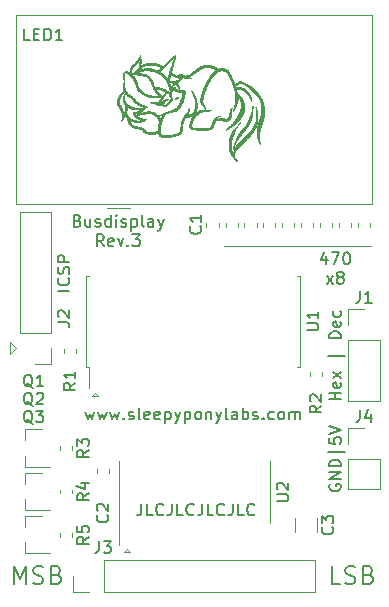
<source format=gbr>
%TF.GenerationSoftware,KiCad,Pcbnew,(5.1.10)-1*%
%TF.CreationDate,2021-08-04T23:13:12+07:00*%
%TF.ProjectId,busdisplay_r2,62757364-6973-4706-9c61-795f72322e6b,3*%
%TF.SameCoordinates,Original*%
%TF.FileFunction,Legend,Top*%
%TF.FilePolarity,Positive*%
%FSLAX46Y46*%
G04 Gerber Fmt 4.6, Leading zero omitted, Abs format (unit mm)*
G04 Created by KiCad (PCBNEW (5.1.10)-1) date 2021-08-04 23:13:12*
%MOMM*%
%LPD*%
G01*
G04 APERTURE LIST*
%ADD10C,0.120000*%
%ADD11C,0.200000*%
%ADD12C,0.150000*%
%ADD13C,0.010000*%
G04 APERTURE END LIST*
D10*
X42291000Y-64516000D02*
X42545000Y-64262000D01*
X42799000Y-64516000D02*
X42291000Y-64516000D01*
X42545000Y-64262000D02*
X42799000Y-64516000D01*
X45466000Y-77724000D02*
X45212000Y-77470000D01*
X44958000Y-77724000D02*
X45466000Y-77724000D01*
X45212000Y-77470000D02*
X44958000Y-77724000D01*
X35306000Y-60960000D02*
X35814000Y-60452000D01*
X35306000Y-59944000D02*
X35306000Y-60960000D01*
X35814000Y-60452000D02*
X35306000Y-59944000D01*
D11*
X63262000Y-80434571D02*
X62547714Y-80434571D01*
X62547714Y-78934571D01*
X63690571Y-80363142D02*
X63904857Y-80434571D01*
X64262000Y-80434571D01*
X64404857Y-80363142D01*
X64476285Y-80291714D01*
X64547714Y-80148857D01*
X64547714Y-80006000D01*
X64476285Y-79863142D01*
X64404857Y-79791714D01*
X64262000Y-79720285D01*
X63976285Y-79648857D01*
X63833428Y-79577428D01*
X63762000Y-79506000D01*
X63690571Y-79363142D01*
X63690571Y-79220285D01*
X63762000Y-79077428D01*
X63833428Y-79006000D01*
X63976285Y-78934571D01*
X64333428Y-78934571D01*
X64547714Y-79006000D01*
X65690571Y-79648857D02*
X65904857Y-79720285D01*
X65976285Y-79791714D01*
X66047714Y-79934571D01*
X66047714Y-80148857D01*
X65976285Y-80291714D01*
X65904857Y-80363142D01*
X65762000Y-80434571D01*
X65190571Y-80434571D01*
X65190571Y-78934571D01*
X65690571Y-78934571D01*
X65833428Y-79006000D01*
X65904857Y-79077428D01*
X65976285Y-79220285D01*
X65976285Y-79363142D01*
X65904857Y-79506000D01*
X65833428Y-79577428D01*
X65690571Y-79648857D01*
X65190571Y-79648857D01*
X35627714Y-80434571D02*
X35627714Y-78934571D01*
X36127714Y-80006000D01*
X36627714Y-78934571D01*
X36627714Y-80434571D01*
X37270571Y-80363142D02*
X37484857Y-80434571D01*
X37842000Y-80434571D01*
X37984857Y-80363142D01*
X38056285Y-80291714D01*
X38127714Y-80148857D01*
X38127714Y-80006000D01*
X38056285Y-79863142D01*
X37984857Y-79791714D01*
X37842000Y-79720285D01*
X37556285Y-79648857D01*
X37413428Y-79577428D01*
X37342000Y-79506000D01*
X37270571Y-79363142D01*
X37270571Y-79220285D01*
X37342000Y-79077428D01*
X37413428Y-79006000D01*
X37556285Y-78934571D01*
X37913428Y-78934571D01*
X38127714Y-79006000D01*
X39270571Y-79648857D02*
X39484857Y-79720285D01*
X39556285Y-79791714D01*
X39627714Y-79934571D01*
X39627714Y-80148857D01*
X39556285Y-80291714D01*
X39484857Y-80363142D01*
X39342000Y-80434571D01*
X38770571Y-80434571D01*
X38770571Y-78934571D01*
X39270571Y-78934571D01*
X39413428Y-79006000D01*
X39484857Y-79077428D01*
X39556285Y-79220285D01*
X39556285Y-79363142D01*
X39484857Y-79506000D01*
X39413428Y-79577428D01*
X39270571Y-79648857D01*
X38770571Y-79648857D01*
D10*
X53467000Y-51816000D02*
X65913000Y-51816000D01*
D12*
X41680952Y-65825714D02*
X41871428Y-66492380D01*
X42061904Y-66016190D01*
X42252380Y-66492380D01*
X42442857Y-65825714D01*
X42728571Y-65825714D02*
X42919047Y-66492380D01*
X43109523Y-66016190D01*
X43300000Y-66492380D01*
X43490476Y-65825714D01*
X43776190Y-65825714D02*
X43966666Y-66492380D01*
X44157142Y-66016190D01*
X44347619Y-66492380D01*
X44538095Y-65825714D01*
X44919047Y-66397142D02*
X44966666Y-66444761D01*
X44919047Y-66492380D01*
X44871428Y-66444761D01*
X44919047Y-66397142D01*
X44919047Y-66492380D01*
X45347619Y-66444761D02*
X45442857Y-66492380D01*
X45633333Y-66492380D01*
X45728571Y-66444761D01*
X45776190Y-66349523D01*
X45776190Y-66301904D01*
X45728571Y-66206666D01*
X45633333Y-66159047D01*
X45490476Y-66159047D01*
X45395238Y-66111428D01*
X45347619Y-66016190D01*
X45347619Y-65968571D01*
X45395238Y-65873333D01*
X45490476Y-65825714D01*
X45633333Y-65825714D01*
X45728571Y-65873333D01*
X46347619Y-66492380D02*
X46252380Y-66444761D01*
X46204761Y-66349523D01*
X46204761Y-65492380D01*
X47109523Y-66444761D02*
X47014285Y-66492380D01*
X46823809Y-66492380D01*
X46728571Y-66444761D01*
X46680952Y-66349523D01*
X46680952Y-65968571D01*
X46728571Y-65873333D01*
X46823809Y-65825714D01*
X47014285Y-65825714D01*
X47109523Y-65873333D01*
X47157142Y-65968571D01*
X47157142Y-66063809D01*
X46680952Y-66159047D01*
X47966666Y-66444761D02*
X47871428Y-66492380D01*
X47680952Y-66492380D01*
X47585714Y-66444761D01*
X47538095Y-66349523D01*
X47538095Y-65968571D01*
X47585714Y-65873333D01*
X47680952Y-65825714D01*
X47871428Y-65825714D01*
X47966666Y-65873333D01*
X48014285Y-65968571D01*
X48014285Y-66063809D01*
X47538095Y-66159047D01*
X48442857Y-65825714D02*
X48442857Y-66825714D01*
X48442857Y-65873333D02*
X48538095Y-65825714D01*
X48728571Y-65825714D01*
X48823809Y-65873333D01*
X48871428Y-65920952D01*
X48919047Y-66016190D01*
X48919047Y-66301904D01*
X48871428Y-66397142D01*
X48823809Y-66444761D01*
X48728571Y-66492380D01*
X48538095Y-66492380D01*
X48442857Y-66444761D01*
X49252380Y-65825714D02*
X49490476Y-66492380D01*
X49728571Y-65825714D02*
X49490476Y-66492380D01*
X49395238Y-66730476D01*
X49347619Y-66778095D01*
X49252380Y-66825714D01*
X50109523Y-65825714D02*
X50109523Y-66825714D01*
X50109523Y-65873333D02*
X50204761Y-65825714D01*
X50395238Y-65825714D01*
X50490476Y-65873333D01*
X50538095Y-65920952D01*
X50585714Y-66016190D01*
X50585714Y-66301904D01*
X50538095Y-66397142D01*
X50490476Y-66444761D01*
X50395238Y-66492380D01*
X50204761Y-66492380D01*
X50109523Y-66444761D01*
X51157142Y-66492380D02*
X51061904Y-66444761D01*
X51014285Y-66397142D01*
X50966666Y-66301904D01*
X50966666Y-66016190D01*
X51014285Y-65920952D01*
X51061904Y-65873333D01*
X51157142Y-65825714D01*
X51300000Y-65825714D01*
X51395238Y-65873333D01*
X51442857Y-65920952D01*
X51490476Y-66016190D01*
X51490476Y-66301904D01*
X51442857Y-66397142D01*
X51395238Y-66444761D01*
X51300000Y-66492380D01*
X51157142Y-66492380D01*
X51919047Y-65825714D02*
X51919047Y-66492380D01*
X51919047Y-65920952D02*
X51966666Y-65873333D01*
X52061904Y-65825714D01*
X52204761Y-65825714D01*
X52300000Y-65873333D01*
X52347619Y-65968571D01*
X52347619Y-66492380D01*
X52728571Y-65825714D02*
X52966666Y-66492380D01*
X53204761Y-65825714D02*
X52966666Y-66492380D01*
X52871428Y-66730476D01*
X52823809Y-66778095D01*
X52728571Y-66825714D01*
X53728571Y-66492380D02*
X53633333Y-66444761D01*
X53585714Y-66349523D01*
X53585714Y-65492380D01*
X54538095Y-66492380D02*
X54538095Y-65968571D01*
X54490476Y-65873333D01*
X54395238Y-65825714D01*
X54204761Y-65825714D01*
X54109523Y-65873333D01*
X54538095Y-66444761D02*
X54442857Y-66492380D01*
X54204761Y-66492380D01*
X54109523Y-66444761D01*
X54061904Y-66349523D01*
X54061904Y-66254285D01*
X54109523Y-66159047D01*
X54204761Y-66111428D01*
X54442857Y-66111428D01*
X54538095Y-66063809D01*
X55014285Y-66492380D02*
X55014285Y-65492380D01*
X55014285Y-65873333D02*
X55109523Y-65825714D01*
X55300000Y-65825714D01*
X55395238Y-65873333D01*
X55442857Y-65920952D01*
X55490476Y-66016190D01*
X55490476Y-66301904D01*
X55442857Y-66397142D01*
X55395238Y-66444761D01*
X55300000Y-66492380D01*
X55109523Y-66492380D01*
X55014285Y-66444761D01*
X55871428Y-66444761D02*
X55966666Y-66492380D01*
X56157142Y-66492380D01*
X56252380Y-66444761D01*
X56300000Y-66349523D01*
X56300000Y-66301904D01*
X56252380Y-66206666D01*
X56157142Y-66159047D01*
X56014285Y-66159047D01*
X55919047Y-66111428D01*
X55871428Y-66016190D01*
X55871428Y-65968571D01*
X55919047Y-65873333D01*
X56014285Y-65825714D01*
X56157142Y-65825714D01*
X56252380Y-65873333D01*
X56728571Y-66397142D02*
X56776190Y-66444761D01*
X56728571Y-66492380D01*
X56680952Y-66444761D01*
X56728571Y-66397142D01*
X56728571Y-66492380D01*
X57633333Y-66444761D02*
X57538095Y-66492380D01*
X57347619Y-66492380D01*
X57252380Y-66444761D01*
X57204761Y-66397142D01*
X57157142Y-66301904D01*
X57157142Y-66016190D01*
X57204761Y-65920952D01*
X57252380Y-65873333D01*
X57347619Y-65825714D01*
X57538095Y-65825714D01*
X57633333Y-65873333D01*
X58204761Y-66492380D02*
X58109523Y-66444761D01*
X58061904Y-66397142D01*
X58014285Y-66301904D01*
X58014285Y-66016190D01*
X58061904Y-65920952D01*
X58109523Y-65873333D01*
X58204761Y-65825714D01*
X58347619Y-65825714D01*
X58442857Y-65873333D01*
X58490476Y-65920952D01*
X58538095Y-66016190D01*
X58538095Y-66301904D01*
X58490476Y-66397142D01*
X58442857Y-66444761D01*
X58347619Y-66492380D01*
X58204761Y-66492380D01*
X58966666Y-66492380D02*
X58966666Y-65825714D01*
X58966666Y-65920952D02*
X59014285Y-65873333D01*
X59109523Y-65825714D01*
X59252380Y-65825714D01*
X59347619Y-65873333D01*
X59395238Y-65968571D01*
X59395238Y-66492380D01*
X59395238Y-65968571D02*
X59442857Y-65873333D01*
X59538095Y-65825714D01*
X59680952Y-65825714D01*
X59776190Y-65873333D01*
X59823809Y-65968571D01*
X59823809Y-66492380D01*
X40330380Y-55578190D02*
X39330380Y-55578190D01*
X40235142Y-54530571D02*
X40282761Y-54578190D01*
X40330380Y-54721047D01*
X40330380Y-54816285D01*
X40282761Y-54959142D01*
X40187523Y-55054380D01*
X40092285Y-55102000D01*
X39901809Y-55149619D01*
X39758952Y-55149619D01*
X39568476Y-55102000D01*
X39473238Y-55054380D01*
X39378000Y-54959142D01*
X39330380Y-54816285D01*
X39330380Y-54721047D01*
X39378000Y-54578190D01*
X39425619Y-54530571D01*
X40282761Y-54149619D02*
X40330380Y-54006761D01*
X40330380Y-53768666D01*
X40282761Y-53673428D01*
X40235142Y-53625809D01*
X40139904Y-53578190D01*
X40044666Y-53578190D01*
X39949428Y-53625809D01*
X39901809Y-53673428D01*
X39854190Y-53768666D01*
X39806571Y-53959142D01*
X39758952Y-54054380D01*
X39711333Y-54102000D01*
X39616095Y-54149619D01*
X39520857Y-54149619D01*
X39425619Y-54102000D01*
X39378000Y-54054380D01*
X39330380Y-53959142D01*
X39330380Y-53721047D01*
X39378000Y-53578190D01*
X40330380Y-53149619D02*
X39330380Y-53149619D01*
X39330380Y-52768666D01*
X39378000Y-52673428D01*
X39425619Y-52625809D01*
X39520857Y-52578190D01*
X39663714Y-52578190D01*
X39758952Y-52625809D01*
X39806571Y-52673428D01*
X39854190Y-52768666D01*
X39854190Y-53149619D01*
X62103095Y-52681714D02*
X62103095Y-53348380D01*
X61865000Y-52300761D02*
X61626904Y-53015047D01*
X62245952Y-53015047D01*
X62531666Y-52348380D02*
X63198333Y-52348380D01*
X62769761Y-53348380D01*
X63769761Y-52348380D02*
X63865000Y-52348380D01*
X63960238Y-52396000D01*
X64007857Y-52443619D01*
X64055476Y-52538857D01*
X64103095Y-52729333D01*
X64103095Y-52967428D01*
X64055476Y-53157904D01*
X64007857Y-53253142D01*
X63960238Y-53300761D01*
X63865000Y-53348380D01*
X63769761Y-53348380D01*
X63674523Y-53300761D01*
X63626904Y-53253142D01*
X63579285Y-53157904D01*
X63531666Y-52967428D01*
X63531666Y-52729333D01*
X63579285Y-52538857D01*
X63626904Y-52443619D01*
X63674523Y-52396000D01*
X63769761Y-52348380D01*
X62126904Y-54998380D02*
X62650714Y-54331714D01*
X62126904Y-54331714D02*
X62650714Y-54998380D01*
X63174523Y-54426952D02*
X63079285Y-54379333D01*
X63031666Y-54331714D01*
X62984047Y-54236476D01*
X62984047Y-54188857D01*
X63031666Y-54093619D01*
X63079285Y-54046000D01*
X63174523Y-53998380D01*
X63365000Y-53998380D01*
X63460238Y-54046000D01*
X63507857Y-54093619D01*
X63555476Y-54188857D01*
X63555476Y-54236476D01*
X63507857Y-54331714D01*
X63460238Y-54379333D01*
X63365000Y-54426952D01*
X63174523Y-54426952D01*
X63079285Y-54474571D01*
X63031666Y-54522190D01*
X62984047Y-54617428D01*
X62984047Y-54807904D01*
X63031666Y-54903142D01*
X63079285Y-54950761D01*
X63174523Y-54998380D01*
X63365000Y-54998380D01*
X63460238Y-54950761D01*
X63507857Y-54903142D01*
X63555476Y-54807904D01*
X63555476Y-54617428D01*
X63507857Y-54522190D01*
X63460238Y-54474571D01*
X63365000Y-54426952D01*
X46434952Y-73620380D02*
X46434952Y-74334666D01*
X46387333Y-74477523D01*
X46292095Y-74572761D01*
X46149238Y-74620380D01*
X46054000Y-74620380D01*
X47387333Y-74620380D02*
X46911142Y-74620380D01*
X46911142Y-73620380D01*
X48292095Y-74525142D02*
X48244476Y-74572761D01*
X48101619Y-74620380D01*
X48006380Y-74620380D01*
X47863523Y-74572761D01*
X47768285Y-74477523D01*
X47720666Y-74382285D01*
X47673047Y-74191809D01*
X47673047Y-74048952D01*
X47720666Y-73858476D01*
X47768285Y-73763238D01*
X47863523Y-73668000D01*
X48006380Y-73620380D01*
X48101619Y-73620380D01*
X48244476Y-73668000D01*
X48292095Y-73715619D01*
X49006380Y-73620380D02*
X49006380Y-74334666D01*
X48958761Y-74477523D01*
X48863523Y-74572761D01*
X48720666Y-74620380D01*
X48625428Y-74620380D01*
X49958761Y-74620380D02*
X49482571Y-74620380D01*
X49482571Y-73620380D01*
X50863523Y-74525142D02*
X50815904Y-74572761D01*
X50673047Y-74620380D01*
X50577809Y-74620380D01*
X50434952Y-74572761D01*
X50339714Y-74477523D01*
X50292095Y-74382285D01*
X50244476Y-74191809D01*
X50244476Y-74048952D01*
X50292095Y-73858476D01*
X50339714Y-73763238D01*
X50434952Y-73668000D01*
X50577809Y-73620380D01*
X50673047Y-73620380D01*
X50815904Y-73668000D01*
X50863523Y-73715619D01*
X51577809Y-73620380D02*
X51577809Y-74334666D01*
X51530190Y-74477523D01*
X51434952Y-74572761D01*
X51292095Y-74620380D01*
X51196857Y-74620380D01*
X52530190Y-74620380D02*
X52054000Y-74620380D01*
X52054000Y-73620380D01*
X53434952Y-74525142D02*
X53387333Y-74572761D01*
X53244476Y-74620380D01*
X53149238Y-74620380D01*
X53006380Y-74572761D01*
X52911142Y-74477523D01*
X52863523Y-74382285D01*
X52815904Y-74191809D01*
X52815904Y-74048952D01*
X52863523Y-73858476D01*
X52911142Y-73763238D01*
X53006380Y-73668000D01*
X53149238Y-73620380D01*
X53244476Y-73620380D01*
X53387333Y-73668000D01*
X53434952Y-73715619D01*
X54149238Y-73620380D02*
X54149238Y-74334666D01*
X54101619Y-74477523D01*
X54006380Y-74572761D01*
X53863523Y-74620380D01*
X53768285Y-74620380D01*
X55101619Y-74620380D02*
X54625428Y-74620380D01*
X54625428Y-73620380D01*
X56006380Y-74525142D02*
X55958761Y-74572761D01*
X55815904Y-74620380D01*
X55720666Y-74620380D01*
X55577809Y-74572761D01*
X55482571Y-74477523D01*
X55434952Y-74382285D01*
X55387333Y-74191809D01*
X55387333Y-74048952D01*
X55434952Y-73858476D01*
X55482571Y-73763238D01*
X55577809Y-73668000D01*
X55720666Y-73620380D01*
X55815904Y-73620380D01*
X55958761Y-73668000D01*
X56006380Y-73715619D01*
X62365000Y-71992857D02*
X62317380Y-72088095D01*
X62317380Y-72230952D01*
X62365000Y-72373809D01*
X62460238Y-72469047D01*
X62555476Y-72516666D01*
X62745952Y-72564285D01*
X62888809Y-72564285D01*
X63079285Y-72516666D01*
X63174523Y-72469047D01*
X63269761Y-72373809D01*
X63317380Y-72230952D01*
X63317380Y-72135714D01*
X63269761Y-71992857D01*
X63222142Y-71945238D01*
X62888809Y-71945238D01*
X62888809Y-72135714D01*
X63317380Y-71516666D02*
X62317380Y-71516666D01*
X63317380Y-70945238D01*
X62317380Y-70945238D01*
X63317380Y-70469047D02*
X62317380Y-70469047D01*
X62317380Y-70230952D01*
X62365000Y-70088095D01*
X62460238Y-69992857D01*
X62555476Y-69945238D01*
X62745952Y-69897619D01*
X62888809Y-69897619D01*
X63079285Y-69945238D01*
X63174523Y-69992857D01*
X63269761Y-70088095D01*
X63317380Y-70230952D01*
X63317380Y-70469047D01*
X63650714Y-69230952D02*
X62222142Y-69230952D01*
X62317380Y-68040476D02*
X62317380Y-68516666D01*
X62793571Y-68564285D01*
X62745952Y-68516666D01*
X62698333Y-68421428D01*
X62698333Y-68183333D01*
X62745952Y-68088095D01*
X62793571Y-68040476D01*
X62888809Y-67992857D01*
X63126904Y-67992857D01*
X63222142Y-68040476D01*
X63269761Y-68088095D01*
X63317380Y-68183333D01*
X63317380Y-68421428D01*
X63269761Y-68516666D01*
X63222142Y-68564285D01*
X62317380Y-67707142D02*
X63317380Y-67373809D01*
X62317380Y-67040476D01*
X63317380Y-64801285D02*
X62317380Y-64801285D01*
X62793571Y-64801285D02*
X62793571Y-64229857D01*
X63317380Y-64229857D02*
X62317380Y-64229857D01*
X63269761Y-63372714D02*
X63317380Y-63467952D01*
X63317380Y-63658428D01*
X63269761Y-63753666D01*
X63174523Y-63801285D01*
X62793571Y-63801285D01*
X62698333Y-63753666D01*
X62650714Y-63658428D01*
X62650714Y-63467952D01*
X62698333Y-63372714D01*
X62793571Y-63325095D01*
X62888809Y-63325095D01*
X62984047Y-63801285D01*
X63317380Y-62991761D02*
X62650714Y-62467952D01*
X62650714Y-62991761D02*
X63317380Y-62467952D01*
X63650714Y-61087000D02*
X62222142Y-61087000D01*
X63317380Y-59610809D02*
X62317380Y-59610809D01*
X62317380Y-59372714D01*
X62365000Y-59229857D01*
X62460238Y-59134619D01*
X62555476Y-59087000D01*
X62745952Y-59039380D01*
X62888809Y-59039380D01*
X63079285Y-59087000D01*
X63174523Y-59134619D01*
X63269761Y-59229857D01*
X63317380Y-59372714D01*
X63317380Y-59610809D01*
X63269761Y-58229857D02*
X63317380Y-58325095D01*
X63317380Y-58515571D01*
X63269761Y-58610809D01*
X63174523Y-58658428D01*
X62793571Y-58658428D01*
X62698333Y-58610809D01*
X62650714Y-58515571D01*
X62650714Y-58325095D01*
X62698333Y-58229857D01*
X62793571Y-58182238D01*
X62888809Y-58182238D01*
X62984047Y-58658428D01*
X63269761Y-57325095D02*
X63317380Y-57420333D01*
X63317380Y-57610809D01*
X63269761Y-57706047D01*
X63222142Y-57753666D01*
X63126904Y-57801285D01*
X62841190Y-57801285D01*
X62745952Y-57753666D01*
X62698333Y-57706047D01*
X62650714Y-57610809D01*
X62650714Y-57420333D01*
X62698333Y-57325095D01*
X41021428Y-49649571D02*
X41164285Y-49697190D01*
X41211904Y-49744809D01*
X41259523Y-49840047D01*
X41259523Y-49982904D01*
X41211904Y-50078142D01*
X41164285Y-50125761D01*
X41069047Y-50173380D01*
X40688095Y-50173380D01*
X40688095Y-49173380D01*
X41021428Y-49173380D01*
X41116666Y-49221000D01*
X41164285Y-49268619D01*
X41211904Y-49363857D01*
X41211904Y-49459095D01*
X41164285Y-49554333D01*
X41116666Y-49601952D01*
X41021428Y-49649571D01*
X40688095Y-49649571D01*
X42116666Y-49506714D02*
X42116666Y-50173380D01*
X41688095Y-49506714D02*
X41688095Y-50030523D01*
X41735714Y-50125761D01*
X41830952Y-50173380D01*
X41973809Y-50173380D01*
X42069047Y-50125761D01*
X42116666Y-50078142D01*
X42545238Y-50125761D02*
X42640476Y-50173380D01*
X42830952Y-50173380D01*
X42926190Y-50125761D01*
X42973809Y-50030523D01*
X42973809Y-49982904D01*
X42926190Y-49887666D01*
X42830952Y-49840047D01*
X42688095Y-49840047D01*
X42592857Y-49792428D01*
X42545238Y-49697190D01*
X42545238Y-49649571D01*
X42592857Y-49554333D01*
X42688095Y-49506714D01*
X42830952Y-49506714D01*
X42926190Y-49554333D01*
X43830952Y-50173380D02*
X43830952Y-49173380D01*
X43830952Y-50125761D02*
X43735714Y-50173380D01*
X43545238Y-50173380D01*
X43450000Y-50125761D01*
X43402380Y-50078142D01*
X43354761Y-49982904D01*
X43354761Y-49697190D01*
X43402380Y-49601952D01*
X43450000Y-49554333D01*
X43545238Y-49506714D01*
X43735714Y-49506714D01*
X43830952Y-49554333D01*
X44307142Y-50173380D02*
X44307142Y-49506714D01*
X44307142Y-49173380D02*
X44259523Y-49221000D01*
X44307142Y-49268619D01*
X44354761Y-49221000D01*
X44307142Y-49173380D01*
X44307142Y-49268619D01*
X44735714Y-50125761D02*
X44830952Y-50173380D01*
X45021428Y-50173380D01*
X45116666Y-50125761D01*
X45164285Y-50030523D01*
X45164285Y-49982904D01*
X45116666Y-49887666D01*
X45021428Y-49840047D01*
X44878571Y-49840047D01*
X44783333Y-49792428D01*
X44735714Y-49697190D01*
X44735714Y-49649571D01*
X44783333Y-49554333D01*
X44878571Y-49506714D01*
X45021428Y-49506714D01*
X45116666Y-49554333D01*
X45592857Y-49506714D02*
X45592857Y-50506714D01*
X45592857Y-49554333D02*
X45688095Y-49506714D01*
X45878571Y-49506714D01*
X45973809Y-49554333D01*
X46021428Y-49601952D01*
X46069047Y-49697190D01*
X46069047Y-49982904D01*
X46021428Y-50078142D01*
X45973809Y-50125761D01*
X45878571Y-50173380D01*
X45688095Y-50173380D01*
X45592857Y-50125761D01*
X46640476Y-50173380D02*
X46545238Y-50125761D01*
X46497619Y-50030523D01*
X46497619Y-49173380D01*
X47450000Y-50173380D02*
X47450000Y-49649571D01*
X47402380Y-49554333D01*
X47307142Y-49506714D01*
X47116666Y-49506714D01*
X47021428Y-49554333D01*
X47450000Y-50125761D02*
X47354761Y-50173380D01*
X47116666Y-50173380D01*
X47021428Y-50125761D01*
X46973809Y-50030523D01*
X46973809Y-49935285D01*
X47021428Y-49840047D01*
X47116666Y-49792428D01*
X47354761Y-49792428D01*
X47450000Y-49744809D01*
X47830952Y-49506714D02*
X48069047Y-50173380D01*
X48307142Y-49506714D02*
X48069047Y-50173380D01*
X47973809Y-50411476D01*
X47926190Y-50459095D01*
X47830952Y-50506714D01*
X43235714Y-51823380D02*
X42902380Y-51347190D01*
X42664285Y-51823380D02*
X42664285Y-50823380D01*
X43045238Y-50823380D01*
X43140476Y-50871000D01*
X43188095Y-50918619D01*
X43235714Y-51013857D01*
X43235714Y-51156714D01*
X43188095Y-51251952D01*
X43140476Y-51299571D01*
X43045238Y-51347190D01*
X42664285Y-51347190D01*
X44045238Y-51775761D02*
X43950000Y-51823380D01*
X43759523Y-51823380D01*
X43664285Y-51775761D01*
X43616666Y-51680523D01*
X43616666Y-51299571D01*
X43664285Y-51204333D01*
X43759523Y-51156714D01*
X43950000Y-51156714D01*
X44045238Y-51204333D01*
X44092857Y-51299571D01*
X44092857Y-51394809D01*
X43616666Y-51490047D01*
X44426190Y-51156714D02*
X44664285Y-51823380D01*
X44902380Y-51156714D01*
X45283333Y-51728142D02*
X45330952Y-51775761D01*
X45283333Y-51823380D01*
X45235714Y-51775761D01*
X45283333Y-51728142D01*
X45283333Y-51823380D01*
X45664285Y-50823380D02*
X46283333Y-50823380D01*
X45950000Y-51204333D01*
X46092857Y-51204333D01*
X46188095Y-51251952D01*
X46235714Y-51299571D01*
X46283333Y-51394809D01*
X46283333Y-51632904D01*
X46235714Y-51728142D01*
X46188095Y-51775761D01*
X46092857Y-51823380D01*
X45807142Y-51823380D01*
X45711904Y-51775761D01*
X45664285Y-51728142D01*
D10*
%TO.C,Q3*%
X36556000Y-74672500D02*
X38016000Y-74672500D01*
X36556000Y-77832500D02*
X38716000Y-77832500D01*
X36556000Y-77832500D02*
X36556000Y-76902500D01*
X36556000Y-74672500D02*
X36556000Y-75602500D01*
%TO.C,Q2*%
X36556000Y-71006500D02*
X38016000Y-71006500D01*
X36556000Y-74166500D02*
X38716000Y-74166500D01*
X36556000Y-74166500D02*
X36556000Y-73236500D01*
X36556000Y-71006500D02*
X36556000Y-71936500D01*
%TO.C,Q1*%
X36556000Y-67340500D02*
X38016000Y-67340500D01*
X36556000Y-70500500D02*
X38716000Y-70500500D01*
X36556000Y-70500500D02*
X36556000Y-69570500D01*
X36556000Y-67340500D02*
X36556000Y-68270500D01*
D13*
%TO.C,G\u002A\u002A\u002A*%
G36*
X52111559Y-36470725D02*
G01*
X52211974Y-36481897D01*
X52239333Y-36486202D01*
X52294864Y-36496886D01*
X52354597Y-36510891D01*
X52416901Y-36527695D01*
X52480142Y-36546780D01*
X52542688Y-36567624D01*
X52602904Y-36589708D01*
X52659160Y-36612511D01*
X52709821Y-36635512D01*
X52713462Y-36637286D01*
X52743547Y-36653856D01*
X52768490Y-36671424D01*
X52787559Y-36689399D01*
X52799844Y-36706847D01*
X52805547Y-36717877D01*
X52734447Y-36762895D01*
X52713902Y-36775793D01*
X52695321Y-36787249D01*
X52679638Y-36796703D01*
X52667788Y-36803596D01*
X52660706Y-36807369D01*
X52659205Y-36807913D01*
X52654562Y-36806516D01*
X52644420Y-36802658D01*
X52630025Y-36796836D01*
X52612617Y-36789549D01*
X52600886Y-36784527D01*
X52541305Y-36760199D01*
X52478671Y-36737194D01*
X52414717Y-36716045D01*
X52351174Y-36697286D01*
X52289778Y-36681451D01*
X52232259Y-36669075D01*
X52217337Y-36666346D01*
X52174419Y-36659448D01*
X52134277Y-36654425D01*
X52094469Y-36651077D01*
X52052552Y-36649204D01*
X52006086Y-36648608D01*
X52000058Y-36648613D01*
X51907444Y-36651998D01*
X51818104Y-36661835D01*
X51731573Y-36678231D01*
X51647387Y-36701296D01*
X51565081Y-36731137D01*
X51484193Y-36767862D01*
X51480163Y-36769888D01*
X51456506Y-36782010D01*
X51433918Y-36793994D01*
X51411869Y-36806198D01*
X51389828Y-36818978D01*
X51367267Y-36832690D01*
X51343654Y-36847690D01*
X51318459Y-36864334D01*
X51291154Y-36882980D01*
X51261208Y-36903983D01*
X51228090Y-36927699D01*
X51191272Y-36954485D01*
X51150223Y-36984698D01*
X51104412Y-37018693D01*
X51053311Y-37056827D01*
X51052658Y-37057316D01*
X50989404Y-37104326D01*
X50931362Y-37146816D01*
X50878128Y-37185024D01*
X50829295Y-37219187D01*
X50784460Y-37249546D01*
X50743217Y-37276339D01*
X50705161Y-37299804D01*
X50669888Y-37320180D01*
X50636993Y-37337706D01*
X50606070Y-37352620D01*
X50576715Y-37365161D01*
X50548523Y-37375568D01*
X50521089Y-37384079D01*
X50494008Y-37390934D01*
X50482465Y-37393412D01*
X50455816Y-37397745D01*
X50425815Y-37400819D01*
X50394957Y-37402510D01*
X50365735Y-37402694D01*
X50340644Y-37401246D01*
X50336174Y-37400728D01*
X50311588Y-37397219D01*
X50288694Y-37393311D01*
X50268689Y-37389264D01*
X50252771Y-37385336D01*
X50242135Y-37381784D01*
X50238476Y-37379661D01*
X50233954Y-37373264D01*
X50234557Y-37367819D01*
X50240722Y-37363126D01*
X50252886Y-37358985D01*
X50271485Y-37355195D01*
X50296954Y-37351556D01*
X50300649Y-37351101D01*
X50350962Y-37343168D01*
X50396285Y-37331859D01*
X50438502Y-37316443D01*
X50479491Y-37296190D01*
X50521136Y-37270370D01*
X50536797Y-37259466D01*
X50548445Y-37251019D01*
X50560264Y-37242152D01*
X50572858Y-37232365D01*
X50586832Y-37221155D01*
X50602789Y-37208019D01*
X50621335Y-37192457D01*
X50643074Y-37173966D01*
X50668609Y-37152043D01*
X50698547Y-37126188D01*
X50728217Y-37100472D01*
X50777447Y-37057868D01*
X50821863Y-37019682D01*
X50862104Y-36985390D01*
X50898811Y-36954467D01*
X50932625Y-36926389D01*
X50964186Y-36900629D01*
X50994136Y-36876664D01*
X51023113Y-36853968D01*
X51051759Y-36832016D01*
X51080715Y-36810284D01*
X51096714Y-36798448D01*
X51130034Y-36774369D01*
X51165690Y-36749418D01*
X51202247Y-36724548D01*
X51238270Y-36700713D01*
X51272325Y-36678866D01*
X51302975Y-36659962D01*
X51320884Y-36649422D01*
X51344764Y-36636210D01*
X51372482Y-36621677D01*
X51402449Y-36606589D01*
X51433076Y-36591711D01*
X51462774Y-36577810D01*
X51489956Y-36565650D01*
X51513030Y-36555998D01*
X51521668Y-36552671D01*
X51616263Y-36521483D01*
X51712938Y-36497252D01*
X51811249Y-36480020D01*
X51910753Y-36469827D01*
X52011004Y-36466715D01*
X52111559Y-36470725D01*
G37*
X52111559Y-36470725D02*
X52211974Y-36481897D01*
X52239333Y-36486202D01*
X52294864Y-36496886D01*
X52354597Y-36510891D01*
X52416901Y-36527695D01*
X52480142Y-36546780D01*
X52542688Y-36567624D01*
X52602904Y-36589708D01*
X52659160Y-36612511D01*
X52709821Y-36635512D01*
X52713462Y-36637286D01*
X52743547Y-36653856D01*
X52768490Y-36671424D01*
X52787559Y-36689399D01*
X52799844Y-36706847D01*
X52805547Y-36717877D01*
X52734447Y-36762895D01*
X52713902Y-36775793D01*
X52695321Y-36787249D01*
X52679638Y-36796703D01*
X52667788Y-36803596D01*
X52660706Y-36807369D01*
X52659205Y-36807913D01*
X52654562Y-36806516D01*
X52644420Y-36802658D01*
X52630025Y-36796836D01*
X52612617Y-36789549D01*
X52600886Y-36784527D01*
X52541305Y-36760199D01*
X52478671Y-36737194D01*
X52414717Y-36716045D01*
X52351174Y-36697286D01*
X52289778Y-36681451D01*
X52232259Y-36669075D01*
X52217337Y-36666346D01*
X52174419Y-36659448D01*
X52134277Y-36654425D01*
X52094469Y-36651077D01*
X52052552Y-36649204D01*
X52006086Y-36648608D01*
X52000058Y-36648613D01*
X51907444Y-36651998D01*
X51818104Y-36661835D01*
X51731573Y-36678231D01*
X51647387Y-36701296D01*
X51565081Y-36731137D01*
X51484193Y-36767862D01*
X51480163Y-36769888D01*
X51456506Y-36782010D01*
X51433918Y-36793994D01*
X51411869Y-36806198D01*
X51389828Y-36818978D01*
X51367267Y-36832690D01*
X51343654Y-36847690D01*
X51318459Y-36864334D01*
X51291154Y-36882980D01*
X51261208Y-36903983D01*
X51228090Y-36927699D01*
X51191272Y-36954485D01*
X51150223Y-36984698D01*
X51104412Y-37018693D01*
X51053311Y-37056827D01*
X51052658Y-37057316D01*
X50989404Y-37104326D01*
X50931362Y-37146816D01*
X50878128Y-37185024D01*
X50829295Y-37219187D01*
X50784460Y-37249546D01*
X50743217Y-37276339D01*
X50705161Y-37299804D01*
X50669888Y-37320180D01*
X50636993Y-37337706D01*
X50606070Y-37352620D01*
X50576715Y-37365161D01*
X50548523Y-37375568D01*
X50521089Y-37384079D01*
X50494008Y-37390934D01*
X50482465Y-37393412D01*
X50455816Y-37397745D01*
X50425815Y-37400819D01*
X50394957Y-37402510D01*
X50365735Y-37402694D01*
X50340644Y-37401246D01*
X50336174Y-37400728D01*
X50311588Y-37397219D01*
X50288694Y-37393311D01*
X50268689Y-37389264D01*
X50252771Y-37385336D01*
X50242135Y-37381784D01*
X50238476Y-37379661D01*
X50233954Y-37373264D01*
X50234557Y-37367819D01*
X50240722Y-37363126D01*
X50252886Y-37358985D01*
X50271485Y-37355195D01*
X50296954Y-37351556D01*
X50300649Y-37351101D01*
X50350962Y-37343168D01*
X50396285Y-37331859D01*
X50438502Y-37316443D01*
X50479491Y-37296190D01*
X50521136Y-37270370D01*
X50536797Y-37259466D01*
X50548445Y-37251019D01*
X50560264Y-37242152D01*
X50572858Y-37232365D01*
X50586832Y-37221155D01*
X50602789Y-37208019D01*
X50621335Y-37192457D01*
X50643074Y-37173966D01*
X50668609Y-37152043D01*
X50698547Y-37126188D01*
X50728217Y-37100472D01*
X50777447Y-37057868D01*
X50821863Y-37019682D01*
X50862104Y-36985390D01*
X50898811Y-36954467D01*
X50932625Y-36926389D01*
X50964186Y-36900629D01*
X50994136Y-36876664D01*
X51023113Y-36853968D01*
X51051759Y-36832016D01*
X51080715Y-36810284D01*
X51096714Y-36798448D01*
X51130034Y-36774369D01*
X51165690Y-36749418D01*
X51202247Y-36724548D01*
X51238270Y-36700713D01*
X51272325Y-36678866D01*
X51302975Y-36659962D01*
X51320884Y-36649422D01*
X51344764Y-36636210D01*
X51372482Y-36621677D01*
X51402449Y-36606589D01*
X51433076Y-36591711D01*
X51462774Y-36577810D01*
X51489956Y-36565650D01*
X51513030Y-36555998D01*
X51521668Y-36552671D01*
X51616263Y-36521483D01*
X51712938Y-36497252D01*
X51811249Y-36480020D01*
X51910753Y-36469827D01*
X52011004Y-36466715D01*
X52111559Y-36470725D01*
G36*
X49791321Y-37266720D02*
G01*
X49845264Y-37275158D01*
X49901183Y-37290584D01*
X49916521Y-37295902D01*
X49933686Y-37302547D01*
X49956156Y-37311918D01*
X49982662Y-37323433D01*
X50011933Y-37336508D01*
X50042699Y-37350561D01*
X50073688Y-37365010D01*
X50103630Y-37379272D01*
X50131255Y-37392763D01*
X50155291Y-37404902D01*
X50163159Y-37409006D01*
X50194689Y-37425549D01*
X50221293Y-37439241D01*
X50244494Y-37450780D01*
X50265816Y-37460866D01*
X50286782Y-37470197D01*
X50308917Y-37479473D01*
X50333743Y-37489392D01*
X50362785Y-37500654D01*
X50363782Y-37501037D01*
X50411135Y-37519002D01*
X50452569Y-37534202D01*
X50488887Y-37546880D01*
X50520891Y-37557279D01*
X50549382Y-37565640D01*
X50575163Y-37572207D01*
X50599035Y-37577221D01*
X50621799Y-37580926D01*
X50632507Y-37582303D01*
X50651930Y-37585288D01*
X50664147Y-37588708D01*
X50669292Y-37592434D01*
X50667499Y-37596340D01*
X50658904Y-37600299D01*
X50643639Y-37604183D01*
X50621841Y-37607864D01*
X50603026Y-37610224D01*
X50587571Y-37611421D01*
X50566039Y-37612341D01*
X50539710Y-37612982D01*
X50509864Y-37613345D01*
X50477781Y-37613429D01*
X50444742Y-37613236D01*
X50412026Y-37612764D01*
X50380914Y-37612015D01*
X50352685Y-37610987D01*
X50337189Y-37610211D01*
X50289562Y-37606793D01*
X50245792Y-37601998D01*
X50204558Y-37595480D01*
X50164541Y-37586891D01*
X50124419Y-37575885D01*
X50082871Y-37562117D01*
X50038578Y-37545239D01*
X49990220Y-37524905D01*
X49958855Y-37510971D01*
X49910136Y-37489025D01*
X49867453Y-37469978D01*
X49830157Y-37453649D01*
X49797597Y-37439853D01*
X49769123Y-37428409D01*
X49744087Y-37419132D01*
X49721838Y-37411840D01*
X49701726Y-37406350D01*
X49683102Y-37402479D01*
X49665316Y-37400044D01*
X49647718Y-37398862D01*
X49629658Y-37398751D01*
X49610487Y-37399526D01*
X49589555Y-37401006D01*
X49573236Y-37402386D01*
X49550478Y-37404398D01*
X49528515Y-37406373D01*
X49509142Y-37408147D01*
X49494155Y-37409555D01*
X49487666Y-37410192D01*
X49474858Y-37411150D01*
X49466966Y-37410466D01*
X49461643Y-37407684D01*
X49458466Y-37404555D01*
X49453619Y-37395947D01*
X49454706Y-37386847D01*
X49462029Y-37376714D01*
X49475894Y-37365009D01*
X49484017Y-37359309D01*
X49504498Y-37346579D01*
X49529662Y-37332584D01*
X49557418Y-37318347D01*
X49585678Y-37304896D01*
X49612352Y-37293257D01*
X49635350Y-37284454D01*
X49638999Y-37283230D01*
X49688424Y-37270767D01*
X49739120Y-37265260D01*
X49791321Y-37266720D01*
G37*
X49791321Y-37266720D02*
X49845264Y-37275158D01*
X49901183Y-37290584D01*
X49916521Y-37295902D01*
X49933686Y-37302547D01*
X49956156Y-37311918D01*
X49982662Y-37323433D01*
X50011933Y-37336508D01*
X50042699Y-37350561D01*
X50073688Y-37365010D01*
X50103630Y-37379272D01*
X50131255Y-37392763D01*
X50155291Y-37404902D01*
X50163159Y-37409006D01*
X50194689Y-37425549D01*
X50221293Y-37439241D01*
X50244494Y-37450780D01*
X50265816Y-37460866D01*
X50286782Y-37470197D01*
X50308917Y-37479473D01*
X50333743Y-37489392D01*
X50362785Y-37500654D01*
X50363782Y-37501037D01*
X50411135Y-37519002D01*
X50452569Y-37534202D01*
X50488887Y-37546880D01*
X50520891Y-37557279D01*
X50549382Y-37565640D01*
X50575163Y-37572207D01*
X50599035Y-37577221D01*
X50621799Y-37580926D01*
X50632507Y-37582303D01*
X50651930Y-37585288D01*
X50664147Y-37588708D01*
X50669292Y-37592434D01*
X50667499Y-37596340D01*
X50658904Y-37600299D01*
X50643639Y-37604183D01*
X50621841Y-37607864D01*
X50603026Y-37610224D01*
X50587571Y-37611421D01*
X50566039Y-37612341D01*
X50539710Y-37612982D01*
X50509864Y-37613345D01*
X50477781Y-37613429D01*
X50444742Y-37613236D01*
X50412026Y-37612764D01*
X50380914Y-37612015D01*
X50352685Y-37610987D01*
X50337189Y-37610211D01*
X50289562Y-37606793D01*
X50245792Y-37601998D01*
X50204558Y-37595480D01*
X50164541Y-37586891D01*
X50124419Y-37575885D01*
X50082871Y-37562117D01*
X50038578Y-37545239D01*
X49990220Y-37524905D01*
X49958855Y-37510971D01*
X49910136Y-37489025D01*
X49867453Y-37469978D01*
X49830157Y-37453649D01*
X49797597Y-37439853D01*
X49769123Y-37428409D01*
X49744087Y-37419132D01*
X49721838Y-37411840D01*
X49701726Y-37406350D01*
X49683102Y-37402479D01*
X49665316Y-37400044D01*
X49647718Y-37398862D01*
X49629658Y-37398751D01*
X49610487Y-37399526D01*
X49589555Y-37401006D01*
X49573236Y-37402386D01*
X49550478Y-37404398D01*
X49528515Y-37406373D01*
X49509142Y-37408147D01*
X49494155Y-37409555D01*
X49487666Y-37410192D01*
X49474858Y-37411150D01*
X49466966Y-37410466D01*
X49461643Y-37407684D01*
X49458466Y-37404555D01*
X49453619Y-37395947D01*
X49454706Y-37386847D01*
X49462029Y-37376714D01*
X49475894Y-37365009D01*
X49484017Y-37359309D01*
X49504498Y-37346579D01*
X49529662Y-37332584D01*
X49557418Y-37318347D01*
X49585678Y-37304896D01*
X49612352Y-37293257D01*
X49635350Y-37284454D01*
X49638999Y-37283230D01*
X49688424Y-37270767D01*
X49739120Y-37265260D01*
X49791321Y-37266720D01*
G36*
X49294186Y-35628939D02*
G01*
X49296169Y-35630032D01*
X49297905Y-35631008D01*
X49299310Y-35632316D01*
X49300297Y-35634402D01*
X49300782Y-35637717D01*
X49300680Y-35642709D01*
X49299906Y-35649825D01*
X49298375Y-35659515D01*
X49296002Y-35672227D01*
X49292702Y-35688410D01*
X49288389Y-35708512D01*
X49282980Y-35732981D01*
X49276388Y-35762266D01*
X49268529Y-35796816D01*
X49259319Y-35837079D01*
X49248671Y-35883503D01*
X49236501Y-35936538D01*
X49232944Y-35952044D01*
X49221948Y-35999110D01*
X49209102Y-36052569D01*
X49194585Y-36111735D01*
X49178579Y-36175926D01*
X49161265Y-36244457D01*
X49142824Y-36316643D01*
X49123436Y-36391801D01*
X49103283Y-36469247D01*
X49082546Y-36548296D01*
X49061405Y-36628264D01*
X49040042Y-36708468D01*
X49018638Y-36788223D01*
X48997373Y-36866845D01*
X48976428Y-36943650D01*
X48955986Y-37017953D01*
X48936225Y-37089072D01*
X48917329Y-37156321D01*
X48899476Y-37219016D01*
X48882850Y-37276474D01*
X48879926Y-37286464D01*
X48870025Y-37319947D01*
X48859069Y-37356504D01*
X48847311Y-37395328D01*
X48835004Y-37435611D01*
X48822400Y-37476546D01*
X48809753Y-37517326D01*
X48797314Y-37557143D01*
X48785337Y-37595190D01*
X48774074Y-37630660D01*
X48763778Y-37662745D01*
X48754702Y-37690638D01*
X48747098Y-37713532D01*
X48741220Y-37730618D01*
X48738842Y-37737172D01*
X48737073Y-37739205D01*
X48733963Y-37737814D01*
X48728868Y-37732300D01*
X48721143Y-37721965D01*
X48710145Y-37706109D01*
X48709990Y-37705882D01*
X48696581Y-37686755D01*
X48681257Y-37665745D01*
X48666227Y-37645845D01*
X48657205Y-37634355D01*
X48630603Y-37601246D01*
X48662408Y-37507355D01*
X48671949Y-37478673D01*
X48682900Y-37444891D01*
X48694638Y-37407985D01*
X48706540Y-37369932D01*
X48717984Y-37332709D01*
X48728345Y-37298291D01*
X48729124Y-37295667D01*
X48770389Y-37157307D01*
X48810177Y-37025695D01*
X48848627Y-36900396D01*
X48885878Y-36780977D01*
X48922069Y-36667001D01*
X48957339Y-36558035D01*
X48991826Y-36453644D01*
X49025670Y-36353393D01*
X49059009Y-36256847D01*
X49080131Y-36196841D01*
X49092665Y-36161271D01*
X49105635Y-36124045D01*
X49118552Y-36086592D01*
X49130929Y-36050344D01*
X49142277Y-36016730D01*
X49152107Y-35987181D01*
X49159932Y-35963125D01*
X49159944Y-35963087D01*
X49169844Y-35932243D01*
X49181022Y-35897633D01*
X49192642Y-35861833D01*
X49203866Y-35827418D01*
X49213860Y-35796963D01*
X49215526Y-35791912D01*
X49223221Y-35768478D01*
X49230078Y-35747356D01*
X49235777Y-35729555D01*
X49239996Y-35716083D01*
X49242414Y-35707949D01*
X49242869Y-35706014D01*
X49240507Y-35707446D01*
X49233999Y-35713426D01*
X49224208Y-35723109D01*
X49212001Y-35735652D01*
X49205171Y-35742827D01*
X49195558Y-35752877D01*
X49181371Y-35767537D01*
X49163217Y-35786190D01*
X49141703Y-35808214D01*
X49117435Y-35832990D01*
X49091022Y-35859898D01*
X49063070Y-35888318D01*
X49034184Y-35917631D01*
X49012831Y-35939264D01*
X48960838Y-35991991D01*
X48913282Y-36040427D01*
X48869340Y-36085433D01*
X48828188Y-36127871D01*
X48789005Y-36168602D01*
X48750966Y-36208486D01*
X48713248Y-36248385D01*
X48675030Y-36289159D01*
X48635488Y-36331670D01*
X48593798Y-36376779D01*
X48571398Y-36401113D01*
X48543670Y-36431186D01*
X48514484Y-36462686D01*
X48484823Y-36494564D01*
X48455669Y-36525768D01*
X48428006Y-36555248D01*
X48402815Y-36581955D01*
X48381079Y-36604837D01*
X48371195Y-36615160D01*
X48353556Y-36633315D01*
X48332801Y-36654342D01*
X48309422Y-36677768D01*
X48283907Y-36703119D01*
X48256747Y-36729925D01*
X48228431Y-36757711D01*
X48199449Y-36786006D01*
X48170291Y-36814337D01*
X48141448Y-36842231D01*
X48113408Y-36869216D01*
X48086663Y-36894819D01*
X48061700Y-36918567D01*
X48039012Y-36939988D01*
X48019087Y-36958610D01*
X48002416Y-36973960D01*
X47989487Y-36985564D01*
X47980792Y-36992951D01*
X47976820Y-36995649D01*
X47976769Y-36995652D01*
X47972520Y-36994041D01*
X47963255Y-36989684D01*
X47950460Y-36983299D01*
X47939348Y-36977562D01*
X47920903Y-36968236D01*
X47900958Y-36958666D01*
X47882780Y-36950402D01*
X47876239Y-36947603D01*
X47863204Y-36941698D01*
X47853296Y-36936291D01*
X47848112Y-36932290D01*
X47847710Y-36931397D01*
X47849193Y-36928576D01*
X47853813Y-36923143D01*
X47861823Y-36914861D01*
X47873478Y-36903494D01*
X47889031Y-36888805D01*
X47908737Y-36870559D01*
X47932851Y-36848518D01*
X47961625Y-36822447D01*
X47995314Y-36792109D01*
X48034173Y-36757267D01*
X48053855Y-36739662D01*
X48149351Y-36653835D01*
X48244850Y-36567061D01*
X48342018Y-36477818D01*
X48438536Y-36388296D01*
X48459195Y-36369166D01*
X48485007Y-36345462D01*
X48515621Y-36317502D01*
X48550686Y-36285603D01*
X48589851Y-36250081D01*
X48632767Y-36211254D01*
X48679081Y-36169439D01*
X48728444Y-36124953D01*
X48780504Y-36078112D01*
X48834911Y-36029235D01*
X48891315Y-35978637D01*
X48937333Y-35937407D01*
X48962055Y-35915180D01*
X48990766Y-35889215D01*
X49022063Y-35860790D01*
X49054544Y-35831183D01*
X49086808Y-35801670D01*
X49117452Y-35773528D01*
X49136785Y-35755703D01*
X49169742Y-35725377D01*
X49197809Y-35699845D01*
X49221389Y-35678782D01*
X49240884Y-35661864D01*
X49256697Y-35648767D01*
X49269231Y-35639166D01*
X49278888Y-35632738D01*
X49286070Y-35629158D01*
X49291181Y-35628101D01*
X49294186Y-35628939D01*
G37*
X49294186Y-35628939D02*
X49296169Y-35630032D01*
X49297905Y-35631008D01*
X49299310Y-35632316D01*
X49300297Y-35634402D01*
X49300782Y-35637717D01*
X49300680Y-35642709D01*
X49299906Y-35649825D01*
X49298375Y-35659515D01*
X49296002Y-35672227D01*
X49292702Y-35688410D01*
X49288389Y-35708512D01*
X49282980Y-35732981D01*
X49276388Y-35762266D01*
X49268529Y-35796816D01*
X49259319Y-35837079D01*
X49248671Y-35883503D01*
X49236501Y-35936538D01*
X49232944Y-35952044D01*
X49221948Y-35999110D01*
X49209102Y-36052569D01*
X49194585Y-36111735D01*
X49178579Y-36175926D01*
X49161265Y-36244457D01*
X49142824Y-36316643D01*
X49123436Y-36391801D01*
X49103283Y-36469247D01*
X49082546Y-36548296D01*
X49061405Y-36628264D01*
X49040042Y-36708468D01*
X49018638Y-36788223D01*
X48997373Y-36866845D01*
X48976428Y-36943650D01*
X48955986Y-37017953D01*
X48936225Y-37089072D01*
X48917329Y-37156321D01*
X48899476Y-37219016D01*
X48882850Y-37276474D01*
X48879926Y-37286464D01*
X48870025Y-37319947D01*
X48859069Y-37356504D01*
X48847311Y-37395328D01*
X48835004Y-37435611D01*
X48822400Y-37476546D01*
X48809753Y-37517326D01*
X48797314Y-37557143D01*
X48785337Y-37595190D01*
X48774074Y-37630660D01*
X48763778Y-37662745D01*
X48754702Y-37690638D01*
X48747098Y-37713532D01*
X48741220Y-37730618D01*
X48738842Y-37737172D01*
X48737073Y-37739205D01*
X48733963Y-37737814D01*
X48728868Y-37732300D01*
X48721143Y-37721965D01*
X48710145Y-37706109D01*
X48709990Y-37705882D01*
X48696581Y-37686755D01*
X48681257Y-37665745D01*
X48666227Y-37645845D01*
X48657205Y-37634355D01*
X48630603Y-37601246D01*
X48662408Y-37507355D01*
X48671949Y-37478673D01*
X48682900Y-37444891D01*
X48694638Y-37407985D01*
X48706540Y-37369932D01*
X48717984Y-37332709D01*
X48728345Y-37298291D01*
X48729124Y-37295667D01*
X48770389Y-37157307D01*
X48810177Y-37025695D01*
X48848627Y-36900396D01*
X48885878Y-36780977D01*
X48922069Y-36667001D01*
X48957339Y-36558035D01*
X48991826Y-36453644D01*
X49025670Y-36353393D01*
X49059009Y-36256847D01*
X49080131Y-36196841D01*
X49092665Y-36161271D01*
X49105635Y-36124045D01*
X49118552Y-36086592D01*
X49130929Y-36050344D01*
X49142277Y-36016730D01*
X49152107Y-35987181D01*
X49159932Y-35963125D01*
X49159944Y-35963087D01*
X49169844Y-35932243D01*
X49181022Y-35897633D01*
X49192642Y-35861833D01*
X49203866Y-35827418D01*
X49213860Y-35796963D01*
X49215526Y-35791912D01*
X49223221Y-35768478D01*
X49230078Y-35747356D01*
X49235777Y-35729555D01*
X49239996Y-35716083D01*
X49242414Y-35707949D01*
X49242869Y-35706014D01*
X49240507Y-35707446D01*
X49233999Y-35713426D01*
X49224208Y-35723109D01*
X49212001Y-35735652D01*
X49205171Y-35742827D01*
X49195558Y-35752877D01*
X49181371Y-35767537D01*
X49163217Y-35786190D01*
X49141703Y-35808214D01*
X49117435Y-35832990D01*
X49091022Y-35859898D01*
X49063070Y-35888318D01*
X49034184Y-35917631D01*
X49012831Y-35939264D01*
X48960838Y-35991991D01*
X48913282Y-36040427D01*
X48869340Y-36085433D01*
X48828188Y-36127871D01*
X48789005Y-36168602D01*
X48750966Y-36208486D01*
X48713248Y-36248385D01*
X48675030Y-36289159D01*
X48635488Y-36331670D01*
X48593798Y-36376779D01*
X48571398Y-36401113D01*
X48543670Y-36431186D01*
X48514484Y-36462686D01*
X48484823Y-36494564D01*
X48455669Y-36525768D01*
X48428006Y-36555248D01*
X48402815Y-36581955D01*
X48381079Y-36604837D01*
X48371195Y-36615160D01*
X48353556Y-36633315D01*
X48332801Y-36654342D01*
X48309422Y-36677768D01*
X48283907Y-36703119D01*
X48256747Y-36729925D01*
X48228431Y-36757711D01*
X48199449Y-36786006D01*
X48170291Y-36814337D01*
X48141448Y-36842231D01*
X48113408Y-36869216D01*
X48086663Y-36894819D01*
X48061700Y-36918567D01*
X48039012Y-36939988D01*
X48019087Y-36958610D01*
X48002416Y-36973960D01*
X47989487Y-36985564D01*
X47980792Y-36992951D01*
X47976820Y-36995649D01*
X47976769Y-36995652D01*
X47972520Y-36994041D01*
X47963255Y-36989684D01*
X47950460Y-36983299D01*
X47939348Y-36977562D01*
X47920903Y-36968236D01*
X47900958Y-36958666D01*
X47882780Y-36950402D01*
X47876239Y-36947603D01*
X47863204Y-36941698D01*
X47853296Y-36936291D01*
X47848112Y-36932290D01*
X47847710Y-36931397D01*
X47849193Y-36928576D01*
X47853813Y-36923143D01*
X47861823Y-36914861D01*
X47873478Y-36903494D01*
X47889031Y-36888805D01*
X47908737Y-36870559D01*
X47932851Y-36848518D01*
X47961625Y-36822447D01*
X47995314Y-36792109D01*
X48034173Y-36757267D01*
X48053855Y-36739662D01*
X48149351Y-36653835D01*
X48244850Y-36567061D01*
X48342018Y-36477818D01*
X48438536Y-36388296D01*
X48459195Y-36369166D01*
X48485007Y-36345462D01*
X48515621Y-36317502D01*
X48550686Y-36285603D01*
X48589851Y-36250081D01*
X48632767Y-36211254D01*
X48679081Y-36169439D01*
X48728444Y-36124953D01*
X48780504Y-36078112D01*
X48834911Y-36029235D01*
X48891315Y-35978637D01*
X48937333Y-35937407D01*
X48962055Y-35915180D01*
X48990766Y-35889215D01*
X49022063Y-35860790D01*
X49054544Y-35831183D01*
X49086808Y-35801670D01*
X49117452Y-35773528D01*
X49136785Y-35755703D01*
X49169742Y-35725377D01*
X49197809Y-35699845D01*
X49221389Y-35678782D01*
X49240884Y-35661864D01*
X49256697Y-35648767D01*
X49269231Y-35639166D01*
X49278888Y-35632738D01*
X49286070Y-35629158D01*
X49291181Y-35628101D01*
X49294186Y-35628939D01*
G36*
X48980725Y-37151214D02*
G01*
X48993032Y-37159290D01*
X49009123Y-37171032D01*
X49063716Y-37210615D01*
X49118296Y-37247204D01*
X49174605Y-37281864D01*
X49234388Y-37315662D01*
X49299389Y-37349665D01*
X49309674Y-37354837D01*
X49382356Y-37389793D01*
X49450851Y-37419695D01*
X49516040Y-37444829D01*
X49578811Y-37465475D01*
X49640047Y-37481917D01*
X49700632Y-37494437D01*
X49761452Y-37503318D01*
X49780885Y-37505416D01*
X49795606Y-37506408D01*
X49806139Y-37505576D01*
X49815523Y-37502510D01*
X49820667Y-37500045D01*
X49834793Y-37494885D01*
X49845203Y-37495534D01*
X49851464Y-37501941D01*
X49852087Y-37503607D01*
X49857184Y-37509751D01*
X49862110Y-37511702D01*
X49869683Y-37514592D01*
X49870642Y-37519272D01*
X49865122Y-37524589D01*
X49860317Y-37526986D01*
X49850717Y-37533131D01*
X49841699Y-37543932D01*
X49835677Y-37553830D01*
X49814925Y-37588022D01*
X49789780Y-37624803D01*
X49761692Y-37662290D01*
X49732115Y-37698597D01*
X49702500Y-37731838D01*
X49683973Y-37750852D01*
X49627520Y-37801340D01*
X49566899Y-37845816D01*
X49502041Y-37884318D01*
X49432882Y-37916881D01*
X49359355Y-37943541D01*
X49300817Y-37959804D01*
X49248101Y-37971474D01*
X49200899Y-37979354D01*
X49158463Y-37983528D01*
X49120045Y-37984077D01*
X49095623Y-37982400D01*
X49065871Y-37978472D01*
X49038332Y-37972932D01*
X49009825Y-37965053D01*
X48987029Y-37957563D01*
X48961845Y-37948192D01*
X48937029Y-37937713D01*
X48913530Y-37926649D01*
X48892297Y-37915524D01*
X48874279Y-37904863D01*
X48860428Y-37895190D01*
X48851691Y-37887027D01*
X48848985Y-37881391D01*
X48851010Y-37879418D01*
X48857624Y-37878065D01*
X48869631Y-37877259D01*
X48887839Y-37876926D01*
X48897761Y-37876910D01*
X48924864Y-37876367D01*
X48951987Y-37874494D01*
X48981602Y-37871066D01*
X49010956Y-37866704D01*
X49056780Y-37859192D01*
X49101871Y-37851434D01*
X49145265Y-37843616D01*
X49185996Y-37835924D01*
X49223100Y-37828543D01*
X49255611Y-37821661D01*
X49282565Y-37815461D01*
X49299427Y-37811133D01*
X49376662Y-37786170D01*
X49452624Y-37754177D01*
X49526683Y-37715459D01*
X49598206Y-37670320D01*
X49613194Y-37659805D01*
X49623687Y-37652086D01*
X49637483Y-37641618D01*
X49653675Y-37629118D01*
X49671362Y-37615307D01*
X49689638Y-37600902D01*
X49707599Y-37586622D01*
X49724343Y-37573188D01*
X49738964Y-37561316D01*
X49750559Y-37551727D01*
X49758224Y-37545139D01*
X49761056Y-37542271D01*
X49761041Y-37542219D01*
X49757192Y-37542264D01*
X49748063Y-37543156D01*
X49736145Y-37544634D01*
X49718646Y-37546270D01*
X49695346Y-37547409D01*
X49667789Y-37548065D01*
X49637519Y-37548250D01*
X49606080Y-37547979D01*
X49575015Y-37547266D01*
X49545869Y-37546125D01*
X49520184Y-37544568D01*
X49499505Y-37542611D01*
X49498710Y-37542513D01*
X49420478Y-37529179D01*
X49341487Y-37508713D01*
X49262087Y-37481260D01*
X49182631Y-37446965D01*
X49103468Y-37405976D01*
X49024949Y-37358436D01*
X48977265Y-37326103D01*
X48930689Y-37293209D01*
X48948902Y-37222951D01*
X48954645Y-37201063D01*
X48959912Y-37181478D01*
X48964379Y-37165369D01*
X48967718Y-37153909D01*
X48969605Y-37148272D01*
X48969717Y-37148045D01*
X48973096Y-37147549D01*
X48980725Y-37151214D01*
G37*
X48980725Y-37151214D02*
X48993032Y-37159290D01*
X49009123Y-37171032D01*
X49063716Y-37210615D01*
X49118296Y-37247204D01*
X49174605Y-37281864D01*
X49234388Y-37315662D01*
X49299389Y-37349665D01*
X49309674Y-37354837D01*
X49382356Y-37389793D01*
X49450851Y-37419695D01*
X49516040Y-37444829D01*
X49578811Y-37465475D01*
X49640047Y-37481917D01*
X49700632Y-37494437D01*
X49761452Y-37503318D01*
X49780885Y-37505416D01*
X49795606Y-37506408D01*
X49806139Y-37505576D01*
X49815523Y-37502510D01*
X49820667Y-37500045D01*
X49834793Y-37494885D01*
X49845203Y-37495534D01*
X49851464Y-37501941D01*
X49852087Y-37503607D01*
X49857184Y-37509751D01*
X49862110Y-37511702D01*
X49869683Y-37514592D01*
X49870642Y-37519272D01*
X49865122Y-37524589D01*
X49860317Y-37526986D01*
X49850717Y-37533131D01*
X49841699Y-37543932D01*
X49835677Y-37553830D01*
X49814925Y-37588022D01*
X49789780Y-37624803D01*
X49761692Y-37662290D01*
X49732115Y-37698597D01*
X49702500Y-37731838D01*
X49683973Y-37750852D01*
X49627520Y-37801340D01*
X49566899Y-37845816D01*
X49502041Y-37884318D01*
X49432882Y-37916881D01*
X49359355Y-37943541D01*
X49300817Y-37959804D01*
X49248101Y-37971474D01*
X49200899Y-37979354D01*
X49158463Y-37983528D01*
X49120045Y-37984077D01*
X49095623Y-37982400D01*
X49065871Y-37978472D01*
X49038332Y-37972932D01*
X49009825Y-37965053D01*
X48987029Y-37957563D01*
X48961845Y-37948192D01*
X48937029Y-37937713D01*
X48913530Y-37926649D01*
X48892297Y-37915524D01*
X48874279Y-37904863D01*
X48860428Y-37895190D01*
X48851691Y-37887027D01*
X48848985Y-37881391D01*
X48851010Y-37879418D01*
X48857624Y-37878065D01*
X48869631Y-37877259D01*
X48887839Y-37876926D01*
X48897761Y-37876910D01*
X48924864Y-37876367D01*
X48951987Y-37874494D01*
X48981602Y-37871066D01*
X49010956Y-37866704D01*
X49056780Y-37859192D01*
X49101871Y-37851434D01*
X49145265Y-37843616D01*
X49185996Y-37835924D01*
X49223100Y-37828543D01*
X49255611Y-37821661D01*
X49282565Y-37815461D01*
X49299427Y-37811133D01*
X49376662Y-37786170D01*
X49452624Y-37754177D01*
X49526683Y-37715459D01*
X49598206Y-37670320D01*
X49613194Y-37659805D01*
X49623687Y-37652086D01*
X49637483Y-37641618D01*
X49653675Y-37629118D01*
X49671362Y-37615307D01*
X49689638Y-37600902D01*
X49707599Y-37586622D01*
X49724343Y-37573188D01*
X49738964Y-37561316D01*
X49750559Y-37551727D01*
X49758224Y-37545139D01*
X49761056Y-37542271D01*
X49761041Y-37542219D01*
X49757192Y-37542264D01*
X49748063Y-37543156D01*
X49736145Y-37544634D01*
X49718646Y-37546270D01*
X49695346Y-37547409D01*
X49667789Y-37548065D01*
X49637519Y-37548250D01*
X49606080Y-37547979D01*
X49575015Y-37547266D01*
X49545869Y-37546125D01*
X49520184Y-37544568D01*
X49499505Y-37542611D01*
X49498710Y-37542513D01*
X49420478Y-37529179D01*
X49341487Y-37508713D01*
X49262087Y-37481260D01*
X49182631Y-37446965D01*
X49103468Y-37405976D01*
X49024949Y-37358436D01*
X48977265Y-37326103D01*
X48930689Y-37293209D01*
X48948902Y-37222951D01*
X48954645Y-37201063D01*
X48959912Y-37181478D01*
X48964379Y-37165369D01*
X48967718Y-37153909D01*
X48969605Y-37148272D01*
X48969717Y-37148045D01*
X48973096Y-37147549D01*
X48980725Y-37151214D01*
G36*
X49381581Y-37984316D02*
G01*
X49393952Y-37985271D01*
X49404081Y-37987532D01*
X49414527Y-37991614D01*
X49423943Y-37996096D01*
X49444145Y-38008468D01*
X49463917Y-38025699D01*
X49483698Y-38048316D01*
X49503926Y-38076848D01*
X49525039Y-38111823D01*
X49534808Y-38129547D01*
X49546205Y-38151642D01*
X49556233Y-38173299D01*
X49565218Y-38195573D01*
X49573488Y-38219515D01*
X49581370Y-38246178D01*
X49589192Y-38276616D01*
X49597281Y-38311880D01*
X49605964Y-38353025D01*
X49609100Y-38368493D01*
X49615306Y-38399905D01*
X49619952Y-38424840D01*
X49623125Y-38443996D01*
X49624910Y-38458073D01*
X49625396Y-38467770D01*
X49624669Y-38473785D01*
X49622816Y-38476817D01*
X49622564Y-38476988D01*
X49618176Y-38475955D01*
X49612086Y-38470764D01*
X49606992Y-38464352D01*
X49599042Y-38453504D01*
X49589455Y-38439912D01*
X49582284Y-38429464D01*
X49570652Y-38412872D01*
X49556298Y-38393226D01*
X49541173Y-38373158D01*
X49529124Y-38357681D01*
X49504893Y-38326497D01*
X49481610Y-38295049D01*
X49458192Y-38261801D01*
X49433558Y-38225215D01*
X49406629Y-38183754D01*
X49404857Y-38180986D01*
X49392144Y-38161222D01*
X49380456Y-38143275D01*
X49370482Y-38128188D01*
X49362912Y-38117000D01*
X49358435Y-38110751D01*
X49357916Y-38110123D01*
X49348650Y-38105160D01*
X49333023Y-38103901D01*
X49311037Y-38106346D01*
X49282748Y-38112481D01*
X49261542Y-38118364D01*
X49239220Y-38125622D01*
X49215145Y-38134537D01*
X49188683Y-38145395D01*
X49159196Y-38158479D01*
X49126051Y-38174075D01*
X49088612Y-38192466D01*
X49046242Y-38213936D01*
X48998307Y-38238771D01*
X48985773Y-38245332D01*
X48962088Y-38257422D01*
X48943951Y-38265841D01*
X48930656Y-38270804D01*
X48921494Y-38272524D01*
X48915762Y-38271217D01*
X48912885Y-38267465D01*
X48912898Y-38261086D01*
X48917378Y-38252366D01*
X48926761Y-38240707D01*
X48941482Y-38225513D01*
X48948394Y-38218852D01*
X48992427Y-38179721D01*
X49041653Y-38140773D01*
X49094012Y-38103460D01*
X49147445Y-38069233D01*
X49199893Y-38039546D01*
X49210120Y-38034263D01*
X49242105Y-38018435D01*
X49269045Y-38006141D01*
X49292127Y-37996996D01*
X49312538Y-37990612D01*
X49331465Y-37986606D01*
X49350095Y-37984591D01*
X49364412Y-37984155D01*
X49381581Y-37984316D01*
G37*
X49381581Y-37984316D02*
X49393952Y-37985271D01*
X49404081Y-37987532D01*
X49414527Y-37991614D01*
X49423943Y-37996096D01*
X49444145Y-38008468D01*
X49463917Y-38025699D01*
X49483698Y-38048316D01*
X49503926Y-38076848D01*
X49525039Y-38111823D01*
X49534808Y-38129547D01*
X49546205Y-38151642D01*
X49556233Y-38173299D01*
X49565218Y-38195573D01*
X49573488Y-38219515D01*
X49581370Y-38246178D01*
X49589192Y-38276616D01*
X49597281Y-38311880D01*
X49605964Y-38353025D01*
X49609100Y-38368493D01*
X49615306Y-38399905D01*
X49619952Y-38424840D01*
X49623125Y-38443996D01*
X49624910Y-38458073D01*
X49625396Y-38467770D01*
X49624669Y-38473785D01*
X49622816Y-38476817D01*
X49622564Y-38476988D01*
X49618176Y-38475955D01*
X49612086Y-38470764D01*
X49606992Y-38464352D01*
X49599042Y-38453504D01*
X49589455Y-38439912D01*
X49582284Y-38429464D01*
X49570652Y-38412872D01*
X49556298Y-38393226D01*
X49541173Y-38373158D01*
X49529124Y-38357681D01*
X49504893Y-38326497D01*
X49481610Y-38295049D01*
X49458192Y-38261801D01*
X49433558Y-38225215D01*
X49406629Y-38183754D01*
X49404857Y-38180986D01*
X49392144Y-38161222D01*
X49380456Y-38143275D01*
X49370482Y-38128188D01*
X49362912Y-38117000D01*
X49358435Y-38110751D01*
X49357916Y-38110123D01*
X49348650Y-38105160D01*
X49333023Y-38103901D01*
X49311037Y-38106346D01*
X49282748Y-38112481D01*
X49261542Y-38118364D01*
X49239220Y-38125622D01*
X49215145Y-38134537D01*
X49188683Y-38145395D01*
X49159196Y-38158479D01*
X49126051Y-38174075D01*
X49088612Y-38192466D01*
X49046242Y-38213936D01*
X48998307Y-38238771D01*
X48985773Y-38245332D01*
X48962088Y-38257422D01*
X48943951Y-38265841D01*
X48930656Y-38270804D01*
X48921494Y-38272524D01*
X48915762Y-38271217D01*
X48912885Y-38267465D01*
X48912898Y-38261086D01*
X48917378Y-38252366D01*
X48926761Y-38240707D01*
X48941482Y-38225513D01*
X48948394Y-38218852D01*
X48992427Y-38179721D01*
X49041653Y-38140773D01*
X49094012Y-38103460D01*
X49147445Y-38069233D01*
X49199893Y-38039546D01*
X49210120Y-38034263D01*
X49242105Y-38018435D01*
X49269045Y-38006141D01*
X49292127Y-37996996D01*
X49312538Y-37990612D01*
X49331465Y-37986606D01*
X49350095Y-37984591D01*
X49364412Y-37984155D01*
X49381581Y-37984316D01*
G36*
X49525144Y-39154059D02*
G01*
X49541456Y-39161569D01*
X49554190Y-39172491D01*
X49562388Y-39186017D01*
X49565092Y-39201337D01*
X49561720Y-39216770D01*
X49551981Y-39230798D01*
X49535945Y-39241229D01*
X49513517Y-39248124D01*
X49511687Y-39248479D01*
X49475053Y-39256351D01*
X49439597Y-39265857D01*
X49406638Y-39276543D01*
X49377494Y-39287953D01*
X49353482Y-39299633D01*
X49340764Y-39307492D01*
X49328893Y-39315726D01*
X49321659Y-39320209D01*
X49317669Y-39321412D01*
X49315531Y-39319805D01*
X49314096Y-39316502D01*
X49314994Y-39309281D01*
X49321311Y-39297390D01*
X49332920Y-39281002D01*
X49349697Y-39260291D01*
X49371515Y-39235432D01*
X49376346Y-39230116D01*
X49397675Y-39207372D01*
X49415706Y-39189738D01*
X49431549Y-39176424D01*
X49446313Y-39166643D01*
X49461108Y-39159607D01*
X49477044Y-39154528D01*
X49485617Y-39152513D01*
X49506212Y-39150771D01*
X49525144Y-39154059D01*
G37*
X49525144Y-39154059D02*
X49541456Y-39161569D01*
X49554190Y-39172491D01*
X49562388Y-39186017D01*
X49565092Y-39201337D01*
X49561720Y-39216770D01*
X49551981Y-39230798D01*
X49535945Y-39241229D01*
X49513517Y-39248124D01*
X49511687Y-39248479D01*
X49475053Y-39256351D01*
X49439597Y-39265857D01*
X49406638Y-39276543D01*
X49377494Y-39287953D01*
X49353482Y-39299633D01*
X49340764Y-39307492D01*
X49328893Y-39315726D01*
X49321659Y-39320209D01*
X49317669Y-39321412D01*
X49315531Y-39319805D01*
X49314096Y-39316502D01*
X49314994Y-39309281D01*
X49321311Y-39297390D01*
X49332920Y-39281002D01*
X49349697Y-39260291D01*
X49371515Y-39235432D01*
X49376346Y-39230116D01*
X49397675Y-39207372D01*
X49415706Y-39189738D01*
X49431549Y-39176424D01*
X49446313Y-39166643D01*
X49461108Y-39159607D01*
X49477044Y-39154528D01*
X49485617Y-39152513D01*
X49506212Y-39150771D01*
X49525144Y-39154059D01*
G36*
X48746438Y-38958865D02*
G01*
X48751441Y-38961480D01*
X48758053Y-38967073D01*
X48767086Y-38976395D01*
X48779353Y-38990196D01*
X48790067Y-39002651D01*
X48806283Y-39021516D01*
X48823801Y-39041686D01*
X48840766Y-39061036D01*
X48855324Y-39077446D01*
X48858540Y-39081029D01*
X48886013Y-39112503D01*
X48913998Y-39146330D01*
X48940959Y-39180568D01*
X48965359Y-39213276D01*
X48982303Y-39237478D01*
X48994114Y-39254265D01*
X49006439Y-39270557D01*
X49017735Y-39284380D01*
X49025707Y-39293039D01*
X49038486Y-39307783D01*
X49045156Y-39322165D01*
X49046230Y-39338225D01*
X49042223Y-39358005D01*
X49042158Y-39358234D01*
X49033802Y-39381010D01*
X49021144Y-39405468D01*
X49003653Y-39432517D01*
X48980796Y-39463065D01*
X48980789Y-39463073D01*
X48971359Y-39474239D01*
X48957306Y-39489809D01*
X48939320Y-39509087D01*
X48918091Y-39531381D01*
X48894307Y-39555997D01*
X48868659Y-39582239D01*
X48841835Y-39609414D01*
X48814526Y-39636829D01*
X48787421Y-39663788D01*
X48761209Y-39689598D01*
X48736580Y-39713565D01*
X48714223Y-39734994D01*
X48694829Y-39753192D01*
X48679085Y-39767464D01*
X48674130Y-39771777D01*
X48663602Y-39780513D01*
X48649003Y-39792231D01*
X48631137Y-39806316D01*
X48610807Y-39822158D01*
X48588819Y-39839145D01*
X48565975Y-39856664D01*
X48543080Y-39874104D01*
X48520939Y-39890852D01*
X48500355Y-39906297D01*
X48482133Y-39919827D01*
X48467077Y-39930829D01*
X48455990Y-39938692D01*
X48449677Y-39942805D01*
X48448879Y-39943199D01*
X48443728Y-39941959D01*
X48441902Y-39939246D01*
X48442485Y-39935811D01*
X48445700Y-39928778D01*
X48451740Y-39917835D01*
X48460800Y-39902669D01*
X48473075Y-39882969D01*
X48488758Y-39858421D01*
X48508045Y-39828713D01*
X48531129Y-39793534D01*
X48555586Y-39756522D01*
X48568817Y-39737003D01*
X48582140Y-39718402D01*
X48596147Y-39700048D01*
X48611432Y-39681268D01*
X48628588Y-39661392D01*
X48648207Y-39639748D01*
X48670884Y-39615665D01*
X48697210Y-39588470D01*
X48727779Y-39557492D01*
X48758782Y-39526449D01*
X48797780Y-39487255D01*
X48833010Y-39451225D01*
X48864277Y-39418578D01*
X48891385Y-39389533D01*
X48914139Y-39364309D01*
X48932344Y-39343123D01*
X48945803Y-39326194D01*
X48954321Y-39313741D01*
X48957703Y-39305982D01*
X48957595Y-39304293D01*
X48953951Y-39297395D01*
X48946674Y-39285646D01*
X48936505Y-39270117D01*
X48924186Y-39251878D01*
X48910459Y-39232000D01*
X48896066Y-39211553D01*
X48881748Y-39191609D01*
X48868247Y-39173237D01*
X48856306Y-39157508D01*
X48852622Y-39152812D01*
X48828915Y-39122646D01*
X48806803Y-39093958D01*
X48786849Y-39067506D01*
X48769612Y-39044048D01*
X48755654Y-39024341D01*
X48745534Y-39009144D01*
X48741914Y-39003170D01*
X48734334Y-38986926D01*
X48731498Y-38973561D01*
X48733400Y-38963932D01*
X48740034Y-38958896D01*
X48742232Y-38958477D01*
X48746438Y-38958865D01*
G37*
X48746438Y-38958865D02*
X48751441Y-38961480D01*
X48758053Y-38967073D01*
X48767086Y-38976395D01*
X48779353Y-38990196D01*
X48790067Y-39002651D01*
X48806283Y-39021516D01*
X48823801Y-39041686D01*
X48840766Y-39061036D01*
X48855324Y-39077446D01*
X48858540Y-39081029D01*
X48886013Y-39112503D01*
X48913998Y-39146330D01*
X48940959Y-39180568D01*
X48965359Y-39213276D01*
X48982303Y-39237478D01*
X48994114Y-39254265D01*
X49006439Y-39270557D01*
X49017735Y-39284380D01*
X49025707Y-39293039D01*
X49038486Y-39307783D01*
X49045156Y-39322165D01*
X49046230Y-39338225D01*
X49042223Y-39358005D01*
X49042158Y-39358234D01*
X49033802Y-39381010D01*
X49021144Y-39405468D01*
X49003653Y-39432517D01*
X48980796Y-39463065D01*
X48980789Y-39463073D01*
X48971359Y-39474239D01*
X48957306Y-39489809D01*
X48939320Y-39509087D01*
X48918091Y-39531381D01*
X48894307Y-39555997D01*
X48868659Y-39582239D01*
X48841835Y-39609414D01*
X48814526Y-39636829D01*
X48787421Y-39663788D01*
X48761209Y-39689598D01*
X48736580Y-39713565D01*
X48714223Y-39734994D01*
X48694829Y-39753192D01*
X48679085Y-39767464D01*
X48674130Y-39771777D01*
X48663602Y-39780513D01*
X48649003Y-39792231D01*
X48631137Y-39806316D01*
X48610807Y-39822158D01*
X48588819Y-39839145D01*
X48565975Y-39856664D01*
X48543080Y-39874104D01*
X48520939Y-39890852D01*
X48500355Y-39906297D01*
X48482133Y-39919827D01*
X48467077Y-39930829D01*
X48455990Y-39938692D01*
X48449677Y-39942805D01*
X48448879Y-39943199D01*
X48443728Y-39941959D01*
X48441902Y-39939246D01*
X48442485Y-39935811D01*
X48445700Y-39928778D01*
X48451740Y-39917835D01*
X48460800Y-39902669D01*
X48473075Y-39882969D01*
X48488758Y-39858421D01*
X48508045Y-39828713D01*
X48531129Y-39793534D01*
X48555586Y-39756522D01*
X48568817Y-39737003D01*
X48582140Y-39718402D01*
X48596147Y-39700048D01*
X48611432Y-39681268D01*
X48628588Y-39661392D01*
X48648207Y-39639748D01*
X48670884Y-39615665D01*
X48697210Y-39588470D01*
X48727779Y-39557492D01*
X48758782Y-39526449D01*
X48797780Y-39487255D01*
X48833010Y-39451225D01*
X48864277Y-39418578D01*
X48891385Y-39389533D01*
X48914139Y-39364309D01*
X48932344Y-39343123D01*
X48945803Y-39326194D01*
X48954321Y-39313741D01*
X48957703Y-39305982D01*
X48957595Y-39304293D01*
X48953951Y-39297395D01*
X48946674Y-39285646D01*
X48936505Y-39270117D01*
X48924186Y-39251878D01*
X48910459Y-39232000D01*
X48896066Y-39211553D01*
X48881748Y-39191609D01*
X48868247Y-39173237D01*
X48856306Y-39157508D01*
X48852622Y-39152812D01*
X48828915Y-39122646D01*
X48806803Y-39093958D01*
X48786849Y-39067506D01*
X48769612Y-39044048D01*
X48755654Y-39024341D01*
X48745534Y-39009144D01*
X48741914Y-39003170D01*
X48734334Y-38986926D01*
X48731498Y-38973561D01*
X48733400Y-38963932D01*
X48740034Y-38958896D01*
X48742232Y-38958477D01*
X48746438Y-38958865D01*
G36*
X47873478Y-40792768D02*
G01*
X47871637Y-40794609D01*
X47869797Y-40792768D01*
X47871637Y-40790928D01*
X47873478Y-40792768D01*
G37*
X47873478Y-40792768D02*
X47871637Y-40794609D01*
X47869797Y-40792768D01*
X47871637Y-40790928D01*
X47873478Y-40792768D01*
G36*
X50646711Y-38691441D02*
G01*
X50651055Y-38694183D01*
X50674784Y-38711082D01*
X50701440Y-38732773D01*
X50729718Y-38758023D01*
X50758312Y-38785599D01*
X50785917Y-38814269D01*
X50811228Y-38842800D01*
X50821015Y-38854638D01*
X50874197Y-38925848D01*
X50920589Y-38999395D01*
X50960578Y-39075978D01*
X50994553Y-39156294D01*
X51005736Y-39187268D01*
X51030129Y-39264000D01*
X51051070Y-39343077D01*
X51068645Y-39425120D01*
X51082941Y-39510748D01*
X51094046Y-39600580D01*
X51102047Y-39695235D01*
X51107031Y-39795333D01*
X51109085Y-39901494D01*
X51109151Y-39922197D01*
X51108926Y-39959315D01*
X51108077Y-39992656D01*
X51106435Y-40023548D01*
X51103828Y-40053321D01*
X51100088Y-40083303D01*
X51095045Y-40114824D01*
X51088528Y-40149213D01*
X51080367Y-40187798D01*
X51070393Y-40231909D01*
X51068494Y-40240100D01*
X51058347Y-40282358D01*
X51048811Y-40318816D01*
X51039401Y-40350955D01*
X51029631Y-40380256D01*
X51019016Y-40408201D01*
X51007070Y-40436268D01*
X50996965Y-40458251D01*
X50969427Y-40510326D01*
X50936747Y-40560376D01*
X50898165Y-40609472D01*
X50860826Y-40650566D01*
X50837498Y-40673120D01*
X50810351Y-40696586D01*
X50780683Y-40720048D01*
X50749792Y-40742591D01*
X50718976Y-40763299D01*
X50689533Y-40781255D01*
X50662762Y-40795545D01*
X50643322Y-40804031D01*
X50624801Y-40810222D01*
X50601196Y-40816960D01*
X50574703Y-40823712D01*
X50547522Y-40829944D01*
X50521849Y-40835119D01*
X50501826Y-40838437D01*
X50490923Y-40839767D01*
X50475643Y-40841350D01*
X50457452Y-40843066D01*
X50437817Y-40844794D01*
X50418203Y-40846412D01*
X50400076Y-40847800D01*
X50384903Y-40848836D01*
X50374149Y-40849400D01*
X50369304Y-40849376D01*
X50364782Y-40848259D01*
X50356477Y-40846160D01*
X50356420Y-40846145D01*
X50347641Y-40844796D01*
X50334021Y-40843683D01*
X50318081Y-40842995D01*
X50313189Y-40842899D01*
X50281002Y-40842464D01*
X50300305Y-40810838D01*
X50308307Y-40798056D01*
X50319485Y-40780660D01*
X50332877Y-40760123D01*
X50347519Y-40737921D01*
X50362449Y-40715527D01*
X50365781Y-40710566D01*
X50411953Y-40641921D01*
X50467012Y-40635839D01*
X50506555Y-40630990D01*
X50544696Y-40625392D01*
X50580248Y-40619267D01*
X50612026Y-40612836D01*
X50638845Y-40606321D01*
X50659519Y-40599943D01*
X50659845Y-40599824D01*
X50686097Y-40588576D01*
X50714642Y-40573519D01*
X50742723Y-40556200D01*
X50762448Y-40542182D01*
X50772332Y-40535230D01*
X50780341Y-40530647D01*
X50783647Y-40529565D01*
X50788100Y-40526713D01*
X50795774Y-40518907D01*
X50805735Y-40507268D01*
X50817049Y-40492920D01*
X50828783Y-40476988D01*
X50836055Y-40466516D01*
X50853474Y-40437617D01*
X50870630Y-40403263D01*
X50886754Y-40365343D01*
X50901073Y-40325747D01*
X50912818Y-40286366D01*
X50917706Y-40266363D01*
X50920928Y-40252370D01*
X50925584Y-40232724D01*
X50931314Y-40208914D01*
X50937758Y-40182427D01*
X50944558Y-40154752D01*
X50949283Y-40135681D01*
X50960139Y-40091309D01*
X50969110Y-40052823D01*
X50976397Y-40019050D01*
X50982203Y-39988816D01*
X50986730Y-39960948D01*
X50990180Y-39934272D01*
X50992754Y-39907613D01*
X50994656Y-39879800D01*
X50995239Y-39868797D01*
X50996429Y-39846326D01*
X50997656Y-39825953D01*
X50998830Y-39808992D01*
X50999859Y-39796756D01*
X51000652Y-39790562D01*
X51002144Y-39779251D01*
X51002929Y-39762002D01*
X51003050Y-39740202D01*
X51002550Y-39715239D01*
X51001472Y-39688499D01*
X50999858Y-39661368D01*
X50997752Y-39635233D01*
X50995195Y-39611482D01*
X50995105Y-39610766D01*
X50990343Y-39574909D01*
X50985611Y-39543724D01*
X50980486Y-39515178D01*
X50974546Y-39487237D01*
X50967367Y-39457868D01*
X50958526Y-39425036D01*
X50950874Y-39398036D01*
X50929556Y-39325999D01*
X50908454Y-39259247D01*
X50886847Y-39195767D01*
X50864010Y-39133541D01*
X50839220Y-39070555D01*
X50811755Y-39004793D01*
X50800261Y-38978184D01*
X50777781Y-38928470D01*
X50754116Y-38879648D01*
X50729937Y-38832969D01*
X50705912Y-38789687D01*
X50682710Y-38751054D01*
X50662666Y-38720693D01*
X50652384Y-38705913D01*
X50645990Y-38696378D01*
X50643140Y-38691309D01*
X50643495Y-38689923D01*
X50646711Y-38691441D01*
G37*
X50646711Y-38691441D02*
X50651055Y-38694183D01*
X50674784Y-38711082D01*
X50701440Y-38732773D01*
X50729718Y-38758023D01*
X50758312Y-38785599D01*
X50785917Y-38814269D01*
X50811228Y-38842800D01*
X50821015Y-38854638D01*
X50874197Y-38925848D01*
X50920589Y-38999395D01*
X50960578Y-39075978D01*
X50994553Y-39156294D01*
X51005736Y-39187268D01*
X51030129Y-39264000D01*
X51051070Y-39343077D01*
X51068645Y-39425120D01*
X51082941Y-39510748D01*
X51094046Y-39600580D01*
X51102047Y-39695235D01*
X51107031Y-39795333D01*
X51109085Y-39901494D01*
X51109151Y-39922197D01*
X51108926Y-39959315D01*
X51108077Y-39992656D01*
X51106435Y-40023548D01*
X51103828Y-40053321D01*
X51100088Y-40083303D01*
X51095045Y-40114824D01*
X51088528Y-40149213D01*
X51080367Y-40187798D01*
X51070393Y-40231909D01*
X51068494Y-40240100D01*
X51058347Y-40282358D01*
X51048811Y-40318816D01*
X51039401Y-40350955D01*
X51029631Y-40380256D01*
X51019016Y-40408201D01*
X51007070Y-40436268D01*
X50996965Y-40458251D01*
X50969427Y-40510326D01*
X50936747Y-40560376D01*
X50898165Y-40609472D01*
X50860826Y-40650566D01*
X50837498Y-40673120D01*
X50810351Y-40696586D01*
X50780683Y-40720048D01*
X50749792Y-40742591D01*
X50718976Y-40763299D01*
X50689533Y-40781255D01*
X50662762Y-40795545D01*
X50643322Y-40804031D01*
X50624801Y-40810222D01*
X50601196Y-40816960D01*
X50574703Y-40823712D01*
X50547522Y-40829944D01*
X50521849Y-40835119D01*
X50501826Y-40838437D01*
X50490923Y-40839767D01*
X50475643Y-40841350D01*
X50457452Y-40843066D01*
X50437817Y-40844794D01*
X50418203Y-40846412D01*
X50400076Y-40847800D01*
X50384903Y-40848836D01*
X50374149Y-40849400D01*
X50369304Y-40849376D01*
X50364782Y-40848259D01*
X50356477Y-40846160D01*
X50356420Y-40846145D01*
X50347641Y-40844796D01*
X50334021Y-40843683D01*
X50318081Y-40842995D01*
X50313189Y-40842899D01*
X50281002Y-40842464D01*
X50300305Y-40810838D01*
X50308307Y-40798056D01*
X50319485Y-40780660D01*
X50332877Y-40760123D01*
X50347519Y-40737921D01*
X50362449Y-40715527D01*
X50365781Y-40710566D01*
X50411953Y-40641921D01*
X50467012Y-40635839D01*
X50506555Y-40630990D01*
X50544696Y-40625392D01*
X50580248Y-40619267D01*
X50612026Y-40612836D01*
X50638845Y-40606321D01*
X50659519Y-40599943D01*
X50659845Y-40599824D01*
X50686097Y-40588576D01*
X50714642Y-40573519D01*
X50742723Y-40556200D01*
X50762448Y-40542182D01*
X50772332Y-40535230D01*
X50780341Y-40530647D01*
X50783647Y-40529565D01*
X50788100Y-40526713D01*
X50795774Y-40518907D01*
X50805735Y-40507268D01*
X50817049Y-40492920D01*
X50828783Y-40476988D01*
X50836055Y-40466516D01*
X50853474Y-40437617D01*
X50870630Y-40403263D01*
X50886754Y-40365343D01*
X50901073Y-40325747D01*
X50912818Y-40286366D01*
X50917706Y-40266363D01*
X50920928Y-40252370D01*
X50925584Y-40232724D01*
X50931314Y-40208914D01*
X50937758Y-40182427D01*
X50944558Y-40154752D01*
X50949283Y-40135681D01*
X50960139Y-40091309D01*
X50969110Y-40052823D01*
X50976397Y-40019050D01*
X50982203Y-39988816D01*
X50986730Y-39960948D01*
X50990180Y-39934272D01*
X50992754Y-39907613D01*
X50994656Y-39879800D01*
X50995239Y-39868797D01*
X50996429Y-39846326D01*
X50997656Y-39825953D01*
X50998830Y-39808992D01*
X50999859Y-39796756D01*
X51000652Y-39790562D01*
X51002144Y-39779251D01*
X51002929Y-39762002D01*
X51003050Y-39740202D01*
X51002550Y-39715239D01*
X51001472Y-39688499D01*
X50999858Y-39661368D01*
X50997752Y-39635233D01*
X50995195Y-39611482D01*
X50995105Y-39610766D01*
X50990343Y-39574909D01*
X50985611Y-39543724D01*
X50980486Y-39515178D01*
X50974546Y-39487237D01*
X50967367Y-39457868D01*
X50958526Y-39425036D01*
X50950874Y-39398036D01*
X50929556Y-39325999D01*
X50908454Y-39259247D01*
X50886847Y-39195767D01*
X50864010Y-39133541D01*
X50839220Y-39070555D01*
X50811755Y-39004793D01*
X50800261Y-38978184D01*
X50777781Y-38928470D01*
X50754116Y-38879648D01*
X50729937Y-38832969D01*
X50705912Y-38789687D01*
X50682710Y-38751054D01*
X50662666Y-38720693D01*
X50652384Y-38705913D01*
X50645990Y-38696378D01*
X50643140Y-38691309D01*
X50643495Y-38689923D01*
X50646711Y-38691441D01*
G36*
X54071086Y-40086139D02*
G01*
X54069381Y-40096952D01*
X54062775Y-40113083D01*
X54061976Y-40114691D01*
X54054086Y-40132639D01*
X54046735Y-40154371D01*
X54039655Y-40180855D01*
X54032578Y-40213060D01*
X54027623Y-40238754D01*
X54026104Y-40247344D01*
X54024782Y-40255889D01*
X54023638Y-40264985D01*
X54022651Y-40275226D01*
X54021799Y-40287207D01*
X54021063Y-40301523D01*
X54020422Y-40318770D01*
X54019855Y-40339541D01*
X54019342Y-40364433D01*
X54018862Y-40394040D01*
X54018394Y-40428957D01*
X54017919Y-40469779D01*
X54017414Y-40517101D01*
X54017173Y-40540609D01*
X54016648Y-40591100D01*
X54016159Y-40634820D01*
X54015687Y-40672360D01*
X54015212Y-40704310D01*
X54014712Y-40731262D01*
X54014169Y-40753806D01*
X54013561Y-40772534D01*
X54012868Y-40788036D01*
X54012071Y-40800903D01*
X54011150Y-40811726D01*
X54010083Y-40821096D01*
X54008851Y-40829604D01*
X54007433Y-40837840D01*
X54006916Y-40840623D01*
X53992835Y-40898946D01*
X53973464Y-40952569D01*
X53948912Y-41001308D01*
X53919292Y-41044980D01*
X53884714Y-41083400D01*
X53845290Y-41116386D01*
X53836615Y-41122464D01*
X53798928Y-41144748D01*
X53756634Y-41164031D01*
X53712197Y-41179370D01*
X53668079Y-41189824D01*
X53654981Y-41191908D01*
X53635349Y-41193778D01*
X53609580Y-41194905D01*
X53578860Y-41195305D01*
X53544373Y-41194996D01*
X53507307Y-41193995D01*
X53468845Y-41192322D01*
X53430174Y-41189992D01*
X53406261Y-41188197D01*
X53376024Y-41185664D01*
X53342406Y-41182722D01*
X53308127Y-41179615D01*
X53275903Y-41176591D01*
X53249811Y-41174033D01*
X53209043Y-41169951D01*
X53174293Y-41166590D01*
X53144262Y-41163882D01*
X53117649Y-41161763D01*
X53093153Y-41160165D01*
X53069473Y-41159022D01*
X53045308Y-41158268D01*
X53019358Y-41157837D01*
X52990321Y-41157663D01*
X52956897Y-41157679D01*
X52930415Y-41157767D01*
X52787715Y-41158331D01*
X52806508Y-41136638D01*
X52824910Y-41116586D01*
X52845855Y-41096145D01*
X52870259Y-41074509D01*
X52899038Y-41050872D01*
X52933107Y-41024425D01*
X52938753Y-41020149D01*
X52999492Y-40974274D01*
X53051029Y-40976621D01*
X53085355Y-40978487D01*
X53124985Y-40981156D01*
X53167921Y-40984469D01*
X53212167Y-40988264D01*
X53255727Y-40992383D01*
X53282942Y-40995181D01*
X53314850Y-40998396D01*
X53349619Y-41001576D01*
X53386001Y-41004633D01*
X53422747Y-41007480D01*
X53458609Y-41010028D01*
X53492337Y-41012189D01*
X53522683Y-41013875D01*
X53548398Y-41014998D01*
X53568234Y-41015469D01*
X53570727Y-41015478D01*
X53618724Y-41012970D01*
X53661566Y-41005300D01*
X53699554Y-40992251D01*
X53732990Y-40973608D01*
X53762172Y-40949153D01*
X53787401Y-40918670D01*
X53808978Y-40881942D01*
X53827203Y-40838753D01*
X53831000Y-40827739D01*
X53837214Y-40807887D01*
X53843131Y-40786463D01*
X53848942Y-40762563D01*
X53854839Y-40735283D01*
X53861014Y-40703718D01*
X53867659Y-40666964D01*
X53874966Y-40624116D01*
X53877624Y-40608070D01*
X53888888Y-40541850D01*
X53899833Y-40482271D01*
X53910647Y-40428629D01*
X53921514Y-40380221D01*
X53932622Y-40336343D01*
X53944156Y-40296291D01*
X53956304Y-40259362D01*
X53969251Y-40224852D01*
X53983183Y-40192056D01*
X53993692Y-40169600D01*
X54005523Y-40146163D01*
X54015777Y-40128131D01*
X54025400Y-40113992D01*
X54035340Y-40102234D01*
X54036919Y-40100579D01*
X54050807Y-40087863D01*
X54061398Y-40081368D01*
X54068291Y-40080869D01*
X54071086Y-40086139D01*
G37*
X54071086Y-40086139D02*
X54069381Y-40096952D01*
X54062775Y-40113083D01*
X54061976Y-40114691D01*
X54054086Y-40132639D01*
X54046735Y-40154371D01*
X54039655Y-40180855D01*
X54032578Y-40213060D01*
X54027623Y-40238754D01*
X54026104Y-40247344D01*
X54024782Y-40255889D01*
X54023638Y-40264985D01*
X54022651Y-40275226D01*
X54021799Y-40287207D01*
X54021063Y-40301523D01*
X54020422Y-40318770D01*
X54019855Y-40339541D01*
X54019342Y-40364433D01*
X54018862Y-40394040D01*
X54018394Y-40428957D01*
X54017919Y-40469779D01*
X54017414Y-40517101D01*
X54017173Y-40540609D01*
X54016648Y-40591100D01*
X54016159Y-40634820D01*
X54015687Y-40672360D01*
X54015212Y-40704310D01*
X54014712Y-40731262D01*
X54014169Y-40753806D01*
X54013561Y-40772534D01*
X54012868Y-40788036D01*
X54012071Y-40800903D01*
X54011150Y-40811726D01*
X54010083Y-40821096D01*
X54008851Y-40829604D01*
X54007433Y-40837840D01*
X54006916Y-40840623D01*
X53992835Y-40898946D01*
X53973464Y-40952569D01*
X53948912Y-41001308D01*
X53919292Y-41044980D01*
X53884714Y-41083400D01*
X53845290Y-41116386D01*
X53836615Y-41122464D01*
X53798928Y-41144748D01*
X53756634Y-41164031D01*
X53712197Y-41179370D01*
X53668079Y-41189824D01*
X53654981Y-41191908D01*
X53635349Y-41193778D01*
X53609580Y-41194905D01*
X53578860Y-41195305D01*
X53544373Y-41194996D01*
X53507307Y-41193995D01*
X53468845Y-41192322D01*
X53430174Y-41189992D01*
X53406261Y-41188197D01*
X53376024Y-41185664D01*
X53342406Y-41182722D01*
X53308127Y-41179615D01*
X53275903Y-41176591D01*
X53249811Y-41174033D01*
X53209043Y-41169951D01*
X53174293Y-41166590D01*
X53144262Y-41163882D01*
X53117649Y-41161763D01*
X53093153Y-41160165D01*
X53069473Y-41159022D01*
X53045308Y-41158268D01*
X53019358Y-41157837D01*
X52990321Y-41157663D01*
X52956897Y-41157679D01*
X52930415Y-41157767D01*
X52787715Y-41158331D01*
X52806508Y-41136638D01*
X52824910Y-41116586D01*
X52845855Y-41096145D01*
X52870259Y-41074509D01*
X52899038Y-41050872D01*
X52933107Y-41024425D01*
X52938753Y-41020149D01*
X52999492Y-40974274D01*
X53051029Y-40976621D01*
X53085355Y-40978487D01*
X53124985Y-40981156D01*
X53167921Y-40984469D01*
X53212167Y-40988264D01*
X53255727Y-40992383D01*
X53282942Y-40995181D01*
X53314850Y-40998396D01*
X53349619Y-41001576D01*
X53386001Y-41004633D01*
X53422747Y-41007480D01*
X53458609Y-41010028D01*
X53492337Y-41012189D01*
X53522683Y-41013875D01*
X53548398Y-41014998D01*
X53568234Y-41015469D01*
X53570727Y-41015478D01*
X53618724Y-41012970D01*
X53661566Y-41005300D01*
X53699554Y-40992251D01*
X53732990Y-40973608D01*
X53762172Y-40949153D01*
X53787401Y-40918670D01*
X53808978Y-40881942D01*
X53827203Y-40838753D01*
X53831000Y-40827739D01*
X53837214Y-40807887D01*
X53843131Y-40786463D01*
X53848942Y-40762563D01*
X53854839Y-40735283D01*
X53861014Y-40703718D01*
X53867659Y-40666964D01*
X53874966Y-40624116D01*
X53877624Y-40608070D01*
X53888888Y-40541850D01*
X53899833Y-40482271D01*
X53910647Y-40428629D01*
X53921514Y-40380221D01*
X53932622Y-40336343D01*
X53944156Y-40296291D01*
X53956304Y-40259362D01*
X53969251Y-40224852D01*
X53983183Y-40192056D01*
X53993692Y-40169600D01*
X54005523Y-40146163D01*
X54015777Y-40128131D01*
X54025400Y-40113992D01*
X54035340Y-40102234D01*
X54036919Y-40100579D01*
X54050807Y-40087863D01*
X54061398Y-40081368D01*
X54068291Y-40080869D01*
X54071086Y-40086139D01*
G36*
X51595130Y-40251909D02*
G01*
X51618385Y-40252168D01*
X51639458Y-40252915D01*
X51659466Y-40254329D01*
X51679522Y-40256592D01*
X51700741Y-40259883D01*
X51724239Y-40264382D01*
X51751131Y-40270269D01*
X51782532Y-40277723D01*
X51819556Y-40286924D01*
X51832565Y-40290214D01*
X51869083Y-40299284D01*
X51900116Y-40306453D01*
X51927233Y-40311933D01*
X51952002Y-40315939D01*
X51975991Y-40318682D01*
X52000767Y-40320377D01*
X52027900Y-40321235D01*
X52058956Y-40321471D01*
X52062637Y-40321468D01*
X52103787Y-40320842D01*
X52139468Y-40318935D01*
X52171498Y-40315518D01*
X52201695Y-40310360D01*
X52231878Y-40303232D01*
X52252217Y-40297473D01*
X52270018Y-40292415D01*
X52281928Y-40289786D01*
X52288976Y-40289499D01*
X52292190Y-40291462D01*
X52292710Y-40293971D01*
X52289276Y-40299309D01*
X52279558Y-40306043D01*
X52264431Y-40313850D01*
X52244769Y-40322409D01*
X52221449Y-40331397D01*
X52195344Y-40340494D01*
X52167330Y-40349376D01*
X52138282Y-40357722D01*
X52109074Y-40365211D01*
X52083601Y-40370904D01*
X52045353Y-40378547D01*
X52010181Y-40384996D01*
X51976836Y-40390379D01*
X51944071Y-40394827D01*
X51910640Y-40398471D01*
X51875293Y-40401439D01*
X51836785Y-40403862D01*
X51793868Y-40405870D01*
X51745294Y-40407593D01*
X51725811Y-40408180D01*
X51684398Y-40409490D01*
X51649419Y-40410886D01*
X51619944Y-40412470D01*
X51595046Y-40414341D01*
X51573796Y-40416600D01*
X51555266Y-40419347D01*
X51538525Y-40422684D01*
X51522647Y-40426710D01*
X51506702Y-40431527D01*
X51504942Y-40432097D01*
X51463455Y-40446822D01*
X51423671Y-40463591D01*
X51384561Y-40483000D01*
X51345096Y-40505647D01*
X51304244Y-40532129D01*
X51260979Y-40563042D01*
X51214268Y-40598984D01*
X51206546Y-40605130D01*
X51150644Y-40651682D01*
X51097959Y-40699611D01*
X51047363Y-40750084D01*
X50997725Y-40804272D01*
X50947917Y-40863345D01*
X50906023Y-40916422D01*
X50866387Y-40969796D01*
X50831958Y-41020255D01*
X50801949Y-41069162D01*
X50775575Y-41117880D01*
X50752051Y-41167773D01*
X50730591Y-41220204D01*
X50729812Y-41222249D01*
X50724475Y-41237126D01*
X50717342Y-41258301D01*
X50708650Y-41284995D01*
X50698636Y-41316429D01*
X50687539Y-41351825D01*
X50675595Y-41390405D01*
X50663042Y-41431391D01*
X50650117Y-41474004D01*
X50637058Y-41517465D01*
X50624102Y-41560996D01*
X50611487Y-41603820D01*
X50599451Y-41645156D01*
X50588229Y-41684228D01*
X50579805Y-41714024D01*
X50572309Y-41740758D01*
X50582936Y-41746253D01*
X50592207Y-41750380D01*
X50603541Y-41754073D01*
X50617590Y-41757419D01*
X50635003Y-41760506D01*
X50656431Y-41763419D01*
X50682526Y-41766247D01*
X50713938Y-41769076D01*
X50751316Y-41771993D01*
X50795313Y-41775085D01*
X50801840Y-41775523D01*
X50880533Y-41780736D01*
X50952442Y-41785390D01*
X51018122Y-41789515D01*
X51078130Y-41793141D01*
X51133019Y-41796299D01*
X51183346Y-41799017D01*
X51229665Y-41801327D01*
X51272532Y-41803259D01*
X51312502Y-41804842D01*
X51350129Y-41806107D01*
X51381623Y-41806978D01*
X51419828Y-41807952D01*
X51461055Y-41809051D01*
X51503468Y-41810222D01*
X51545228Y-41811414D01*
X51584497Y-41812573D01*
X51619438Y-41813648D01*
X51638944Y-41814277D01*
X51716240Y-41816504D01*
X51786773Y-41817831D01*
X51851089Y-41818232D01*
X51909734Y-41817681D01*
X51963254Y-41816155D01*
X52012197Y-41813628D01*
X52057108Y-41810075D01*
X52098535Y-41805469D01*
X52137022Y-41799788D01*
X52173118Y-41793004D01*
X52192062Y-41788815D01*
X52221438Y-41781164D01*
X52244788Y-41772904D01*
X52263443Y-41763109D01*
X52278732Y-41750853D01*
X52291985Y-41735210D01*
X52304531Y-41715252D01*
X52308757Y-41707536D01*
X52315931Y-41693800D01*
X52322365Y-41680669D01*
X52328308Y-41667370D01*
X52334011Y-41653131D01*
X52339724Y-41637178D01*
X52345696Y-41618738D01*
X52352178Y-41597038D01*
X52359419Y-41571305D01*
X52367671Y-41540765D01*
X52377182Y-41504646D01*
X52388204Y-41462175D01*
X52388534Y-41460899D01*
X52406077Y-41397390D01*
X52425314Y-41335813D01*
X52445785Y-41277471D01*
X52467027Y-41223664D01*
X52488580Y-41175694D01*
X52492225Y-41168247D01*
X52518245Y-41120693D01*
X52547704Y-41075561D01*
X52579759Y-41033881D01*
X52613567Y-40996682D01*
X52648283Y-40964993D01*
X52675306Y-40944860D01*
X52702334Y-40928227D01*
X52735191Y-40910431D01*
X52772567Y-40892104D01*
X52813150Y-40873876D01*
X52855630Y-40856379D01*
X52872492Y-40849866D01*
X52893411Y-40842099D01*
X52917153Y-40833550D01*
X52942770Y-40824535D01*
X52969313Y-40815371D01*
X52995834Y-40806371D01*
X53021381Y-40797853D01*
X53045007Y-40790131D01*
X53065763Y-40783522D01*
X53082699Y-40778340D01*
X53094866Y-40774902D01*
X53101314Y-40773523D01*
X53101973Y-40773552D01*
X53100485Y-40775855D01*
X53093825Y-40781260D01*
X53083062Y-40788964D01*
X53069265Y-40798161D01*
X53069066Y-40798290D01*
X53010415Y-40837558D01*
X52957826Y-40875736D01*
X52910262Y-40913677D01*
X52866684Y-40952235D01*
X52826055Y-40992265D01*
X52802069Y-41018000D01*
X52758810Y-41068530D01*
X52722203Y-41117056D01*
X52691951Y-41164010D01*
X52667759Y-41209825D01*
X52660928Y-41225065D01*
X52655665Y-41236774D01*
X52647691Y-41253754D01*
X52637631Y-41274711D01*
X52626109Y-41298353D01*
X52613750Y-41323385D01*
X52604249Y-41342409D01*
X52585344Y-41380548D01*
X52569410Y-41413954D01*
X52555776Y-41444294D01*
X52543773Y-41473234D01*
X52532732Y-41502442D01*
X52521981Y-41533584D01*
X52510851Y-41568326D01*
X52502564Y-41595391D01*
X52486618Y-41645912D01*
X52471197Y-41689862D01*
X52455939Y-41727977D01*
X52440484Y-41760996D01*
X52424470Y-41789655D01*
X52407537Y-41814693D01*
X52389324Y-41836847D01*
X52379217Y-41847482D01*
X52361935Y-41863648D01*
X52344443Y-41877272D01*
X52325656Y-41888823D01*
X52304492Y-41898772D01*
X52279869Y-41907587D01*
X52250702Y-41915739D01*
X52215910Y-41923698D01*
X52192536Y-41928448D01*
X52160799Y-41934318D01*
X52129928Y-41939211D01*
X52098605Y-41943254D01*
X52065513Y-41946575D01*
X52029334Y-41949303D01*
X51988752Y-41951564D01*
X51942449Y-41953488D01*
X51930116Y-41953921D01*
X51911782Y-41954443D01*
X51887634Y-41954969D01*
X51858354Y-41955495D01*
X51824623Y-41956016D01*
X51787121Y-41956525D01*
X51746529Y-41957019D01*
X51703529Y-41957491D01*
X51658801Y-41957937D01*
X51613027Y-41958352D01*
X51566886Y-41958730D01*
X51521062Y-41959065D01*
X51476233Y-41959354D01*
X51433082Y-41959591D01*
X51392289Y-41959770D01*
X51354536Y-41959886D01*
X51320502Y-41959935D01*
X51290870Y-41959910D01*
X51266320Y-41959808D01*
X51247533Y-41959622D01*
X51235191Y-41959347D01*
X51232536Y-41959230D01*
X51189316Y-41956447D01*
X51141576Y-41952697D01*
X51091207Y-41948171D01*
X51040102Y-41943062D01*
X50990153Y-41937561D01*
X50943252Y-41931860D01*
X50901292Y-41926150D01*
X50890760Y-41924587D01*
X50839102Y-41915611D01*
X50788355Y-41904596D01*
X50739833Y-41891913D01*
X50694852Y-41877935D01*
X50654724Y-41863033D01*
X50623678Y-41849054D01*
X50598585Y-41834312D01*
X50571643Y-41814682D01*
X50544664Y-41791665D01*
X50519455Y-41766761D01*
X50505539Y-41751068D01*
X50486063Y-41727783D01*
X50488264Y-41667044D01*
X50493040Y-41588961D01*
X50501606Y-41509865D01*
X50513716Y-41430779D01*
X50529121Y-41352728D01*
X50547573Y-41276734D01*
X50568827Y-41203821D01*
X50592633Y-41135013D01*
X50618744Y-41071333D01*
X50645723Y-41016025D01*
X50669396Y-40974450D01*
X50697713Y-40929444D01*
X50729731Y-40882367D01*
X50764504Y-40834577D01*
X50801088Y-40787436D01*
X50823840Y-40759638D01*
X50873697Y-40702164D01*
X50926591Y-40645221D01*
X50981585Y-40589670D01*
X51037742Y-40536375D01*
X51094126Y-40486199D01*
X51149800Y-40440006D01*
X51203828Y-40398658D01*
X51251430Y-40365537D01*
X51286742Y-40344209D01*
X51327138Y-40323060D01*
X51370392Y-40303072D01*
X51414276Y-40285227D01*
X51456564Y-40270506D01*
X51486536Y-40261942D01*
X51501713Y-40258244D01*
X51514685Y-40255565D01*
X51527148Y-40253746D01*
X51540800Y-40252632D01*
X51557335Y-40252065D01*
X51578450Y-40251889D01*
X51595130Y-40251909D01*
G37*
X51595130Y-40251909D02*
X51618385Y-40252168D01*
X51639458Y-40252915D01*
X51659466Y-40254329D01*
X51679522Y-40256592D01*
X51700741Y-40259883D01*
X51724239Y-40264382D01*
X51751131Y-40270269D01*
X51782532Y-40277723D01*
X51819556Y-40286924D01*
X51832565Y-40290214D01*
X51869083Y-40299284D01*
X51900116Y-40306453D01*
X51927233Y-40311933D01*
X51952002Y-40315939D01*
X51975991Y-40318682D01*
X52000767Y-40320377D01*
X52027900Y-40321235D01*
X52058956Y-40321471D01*
X52062637Y-40321468D01*
X52103787Y-40320842D01*
X52139468Y-40318935D01*
X52171498Y-40315518D01*
X52201695Y-40310360D01*
X52231878Y-40303232D01*
X52252217Y-40297473D01*
X52270018Y-40292415D01*
X52281928Y-40289786D01*
X52288976Y-40289499D01*
X52292190Y-40291462D01*
X52292710Y-40293971D01*
X52289276Y-40299309D01*
X52279558Y-40306043D01*
X52264431Y-40313850D01*
X52244769Y-40322409D01*
X52221449Y-40331397D01*
X52195344Y-40340494D01*
X52167330Y-40349376D01*
X52138282Y-40357722D01*
X52109074Y-40365211D01*
X52083601Y-40370904D01*
X52045353Y-40378547D01*
X52010181Y-40384996D01*
X51976836Y-40390379D01*
X51944071Y-40394827D01*
X51910640Y-40398471D01*
X51875293Y-40401439D01*
X51836785Y-40403862D01*
X51793868Y-40405870D01*
X51745294Y-40407593D01*
X51725811Y-40408180D01*
X51684398Y-40409490D01*
X51649419Y-40410886D01*
X51619944Y-40412470D01*
X51595046Y-40414341D01*
X51573796Y-40416600D01*
X51555266Y-40419347D01*
X51538525Y-40422684D01*
X51522647Y-40426710D01*
X51506702Y-40431527D01*
X51504942Y-40432097D01*
X51463455Y-40446822D01*
X51423671Y-40463591D01*
X51384561Y-40483000D01*
X51345096Y-40505647D01*
X51304244Y-40532129D01*
X51260979Y-40563042D01*
X51214268Y-40598984D01*
X51206546Y-40605130D01*
X51150644Y-40651682D01*
X51097959Y-40699611D01*
X51047363Y-40750084D01*
X50997725Y-40804272D01*
X50947917Y-40863345D01*
X50906023Y-40916422D01*
X50866387Y-40969796D01*
X50831958Y-41020255D01*
X50801949Y-41069162D01*
X50775575Y-41117880D01*
X50752051Y-41167773D01*
X50730591Y-41220204D01*
X50729812Y-41222249D01*
X50724475Y-41237126D01*
X50717342Y-41258301D01*
X50708650Y-41284995D01*
X50698636Y-41316429D01*
X50687539Y-41351825D01*
X50675595Y-41390405D01*
X50663042Y-41431391D01*
X50650117Y-41474004D01*
X50637058Y-41517465D01*
X50624102Y-41560996D01*
X50611487Y-41603820D01*
X50599451Y-41645156D01*
X50588229Y-41684228D01*
X50579805Y-41714024D01*
X50572309Y-41740758D01*
X50582936Y-41746253D01*
X50592207Y-41750380D01*
X50603541Y-41754073D01*
X50617590Y-41757419D01*
X50635003Y-41760506D01*
X50656431Y-41763419D01*
X50682526Y-41766247D01*
X50713938Y-41769076D01*
X50751316Y-41771993D01*
X50795313Y-41775085D01*
X50801840Y-41775523D01*
X50880533Y-41780736D01*
X50952442Y-41785390D01*
X51018122Y-41789515D01*
X51078130Y-41793141D01*
X51133019Y-41796299D01*
X51183346Y-41799017D01*
X51229665Y-41801327D01*
X51272532Y-41803259D01*
X51312502Y-41804842D01*
X51350129Y-41806107D01*
X51381623Y-41806978D01*
X51419828Y-41807952D01*
X51461055Y-41809051D01*
X51503468Y-41810222D01*
X51545228Y-41811414D01*
X51584497Y-41812573D01*
X51619438Y-41813648D01*
X51638944Y-41814277D01*
X51716240Y-41816504D01*
X51786773Y-41817831D01*
X51851089Y-41818232D01*
X51909734Y-41817681D01*
X51963254Y-41816155D01*
X52012197Y-41813628D01*
X52057108Y-41810075D01*
X52098535Y-41805469D01*
X52137022Y-41799788D01*
X52173118Y-41793004D01*
X52192062Y-41788815D01*
X52221438Y-41781164D01*
X52244788Y-41772904D01*
X52263443Y-41763109D01*
X52278732Y-41750853D01*
X52291985Y-41735210D01*
X52304531Y-41715252D01*
X52308757Y-41707536D01*
X52315931Y-41693800D01*
X52322365Y-41680669D01*
X52328308Y-41667370D01*
X52334011Y-41653131D01*
X52339724Y-41637178D01*
X52345696Y-41618738D01*
X52352178Y-41597038D01*
X52359419Y-41571305D01*
X52367671Y-41540765D01*
X52377182Y-41504646D01*
X52388204Y-41462175D01*
X52388534Y-41460899D01*
X52406077Y-41397390D01*
X52425314Y-41335813D01*
X52445785Y-41277471D01*
X52467027Y-41223664D01*
X52488580Y-41175694D01*
X52492225Y-41168247D01*
X52518245Y-41120693D01*
X52547704Y-41075561D01*
X52579759Y-41033881D01*
X52613567Y-40996682D01*
X52648283Y-40964993D01*
X52675306Y-40944860D01*
X52702334Y-40928227D01*
X52735191Y-40910431D01*
X52772567Y-40892104D01*
X52813150Y-40873876D01*
X52855630Y-40856379D01*
X52872492Y-40849866D01*
X52893411Y-40842099D01*
X52917153Y-40833550D01*
X52942770Y-40824535D01*
X52969313Y-40815371D01*
X52995834Y-40806371D01*
X53021381Y-40797853D01*
X53045007Y-40790131D01*
X53065763Y-40783522D01*
X53082699Y-40778340D01*
X53094866Y-40774902D01*
X53101314Y-40773523D01*
X53101973Y-40773552D01*
X53100485Y-40775855D01*
X53093825Y-40781260D01*
X53083062Y-40788964D01*
X53069265Y-40798161D01*
X53069066Y-40798290D01*
X53010415Y-40837558D01*
X52957826Y-40875736D01*
X52910262Y-40913677D01*
X52866684Y-40952235D01*
X52826055Y-40992265D01*
X52802069Y-41018000D01*
X52758810Y-41068530D01*
X52722203Y-41117056D01*
X52691951Y-41164010D01*
X52667759Y-41209825D01*
X52660928Y-41225065D01*
X52655665Y-41236774D01*
X52647691Y-41253754D01*
X52637631Y-41274711D01*
X52626109Y-41298353D01*
X52613750Y-41323385D01*
X52604249Y-41342409D01*
X52585344Y-41380548D01*
X52569410Y-41413954D01*
X52555776Y-41444294D01*
X52543773Y-41473234D01*
X52532732Y-41502442D01*
X52521981Y-41533584D01*
X52510851Y-41568326D01*
X52502564Y-41595391D01*
X52486618Y-41645912D01*
X52471197Y-41689862D01*
X52455939Y-41727977D01*
X52440484Y-41760996D01*
X52424470Y-41789655D01*
X52407537Y-41814693D01*
X52389324Y-41836847D01*
X52379217Y-41847482D01*
X52361935Y-41863648D01*
X52344443Y-41877272D01*
X52325656Y-41888823D01*
X52304492Y-41898772D01*
X52279869Y-41907587D01*
X52250702Y-41915739D01*
X52215910Y-41923698D01*
X52192536Y-41928448D01*
X52160799Y-41934318D01*
X52129928Y-41939211D01*
X52098605Y-41943254D01*
X52065513Y-41946575D01*
X52029334Y-41949303D01*
X51988752Y-41951564D01*
X51942449Y-41953488D01*
X51930116Y-41953921D01*
X51911782Y-41954443D01*
X51887634Y-41954969D01*
X51858354Y-41955495D01*
X51824623Y-41956016D01*
X51787121Y-41956525D01*
X51746529Y-41957019D01*
X51703529Y-41957491D01*
X51658801Y-41957937D01*
X51613027Y-41958352D01*
X51566886Y-41958730D01*
X51521062Y-41959065D01*
X51476233Y-41959354D01*
X51433082Y-41959591D01*
X51392289Y-41959770D01*
X51354536Y-41959886D01*
X51320502Y-41959935D01*
X51290870Y-41959910D01*
X51266320Y-41959808D01*
X51247533Y-41959622D01*
X51235191Y-41959347D01*
X51232536Y-41959230D01*
X51189316Y-41956447D01*
X51141576Y-41952697D01*
X51091207Y-41948171D01*
X51040102Y-41943062D01*
X50990153Y-41937561D01*
X50943252Y-41931860D01*
X50901292Y-41926150D01*
X50890760Y-41924587D01*
X50839102Y-41915611D01*
X50788355Y-41904596D01*
X50739833Y-41891913D01*
X50694852Y-41877935D01*
X50654724Y-41863033D01*
X50623678Y-41849054D01*
X50598585Y-41834312D01*
X50571643Y-41814682D01*
X50544664Y-41791665D01*
X50519455Y-41766761D01*
X50505539Y-41751068D01*
X50486063Y-41727783D01*
X50488264Y-41667044D01*
X50493040Y-41588961D01*
X50501606Y-41509865D01*
X50513716Y-41430779D01*
X50529121Y-41352728D01*
X50547573Y-41276734D01*
X50568827Y-41203821D01*
X50592633Y-41135013D01*
X50618744Y-41071333D01*
X50645723Y-41016025D01*
X50669396Y-40974450D01*
X50697713Y-40929444D01*
X50729731Y-40882367D01*
X50764504Y-40834577D01*
X50801088Y-40787436D01*
X50823840Y-40759638D01*
X50873697Y-40702164D01*
X50926591Y-40645221D01*
X50981585Y-40589670D01*
X51037742Y-40536375D01*
X51094126Y-40486199D01*
X51149800Y-40440006D01*
X51203828Y-40398658D01*
X51251430Y-40365537D01*
X51286742Y-40344209D01*
X51327138Y-40323060D01*
X51370392Y-40303072D01*
X51414276Y-40285227D01*
X51456564Y-40270506D01*
X51486536Y-40261942D01*
X51501713Y-40258244D01*
X51514685Y-40255565D01*
X51527148Y-40253746D01*
X51540800Y-40252632D01*
X51557335Y-40252065D01*
X51578450Y-40251889D01*
X51595130Y-40251909D01*
G36*
X46316911Y-35665028D02*
G01*
X46318927Y-35665857D01*
X46320693Y-35668126D01*
X46322349Y-35672563D01*
X46324033Y-35679893D01*
X46325884Y-35690845D01*
X46328041Y-35706143D01*
X46330642Y-35726515D01*
X46333827Y-35752688D01*
X46337735Y-35785388D01*
X46338074Y-35788232D01*
X46345669Y-35854875D01*
X46351817Y-35915633D01*
X46356595Y-35971823D01*
X46360084Y-36024762D01*
X46362361Y-36075767D01*
X46363505Y-36126155D01*
X46363596Y-36177244D01*
X46363193Y-36207884D01*
X46362485Y-36241950D01*
X46361594Y-36269979D01*
X46360330Y-36293299D01*
X46358504Y-36313234D01*
X46355927Y-36331111D01*
X46352409Y-36348256D01*
X46347760Y-36365995D01*
X46341791Y-36385655D01*
X46334682Y-36407451D01*
X46326612Y-36429711D01*
X46316578Y-36454129D01*
X46305006Y-36479940D01*
X46292325Y-36506382D01*
X46278963Y-36532691D01*
X46265346Y-36558104D01*
X46251902Y-36581857D01*
X46239059Y-36603186D01*
X46227245Y-36621328D01*
X46216887Y-36635521D01*
X46208413Y-36644999D01*
X46202250Y-36649000D01*
X46199753Y-36648371D01*
X46199788Y-36644075D01*
X46201774Y-36634337D01*
X46205351Y-36620707D01*
X46209066Y-36608208D01*
X46215460Y-36586279D01*
X46220918Y-36564164D01*
X46225740Y-36540294D01*
X46230224Y-36513101D01*
X46234669Y-36481017D01*
X46237287Y-36460044D01*
X46240104Y-36437527D01*
X46243275Y-36413357D01*
X46246377Y-36390705D01*
X46248588Y-36375377D01*
X46252511Y-36348028D01*
X46256652Y-36317138D01*
X46260949Y-36283319D01*
X46265342Y-36247183D01*
X46269769Y-36209342D01*
X46274170Y-36170406D01*
X46278484Y-36130987D01*
X46282650Y-36091697D01*
X46286607Y-36053148D01*
X46290294Y-36015951D01*
X46293650Y-35980718D01*
X46296615Y-35948060D01*
X46299127Y-35918589D01*
X46301126Y-35892916D01*
X46302550Y-35871653D01*
X46303339Y-35855411D01*
X46303431Y-35844803D01*
X46302767Y-35840439D01*
X46301744Y-35841609D01*
X46299571Y-35847742D01*
X46295687Y-35859348D01*
X46290604Y-35874880D01*
X46284831Y-35892790D01*
X46283542Y-35896826D01*
X46268128Y-35939279D01*
X46247945Y-35985506D01*
X46223639Y-36034295D01*
X46195855Y-36084432D01*
X46165240Y-36134705D01*
X46132441Y-36183903D01*
X46124588Y-36195033D01*
X46109575Y-36215872D01*
X46094946Y-36235675D01*
X46080205Y-36255028D01*
X46064855Y-36274513D01*
X46048399Y-36294715D01*
X46030340Y-36316219D01*
X46010180Y-36339608D01*
X45987423Y-36365467D01*
X45961573Y-36394380D01*
X45932131Y-36426931D01*
X45898602Y-36463704D01*
X45862917Y-36502639D01*
X45835643Y-36532445D01*
X45812527Y-36557982D01*
X45792659Y-36580322D01*
X45775128Y-36600536D01*
X45759024Y-36619695D01*
X45743437Y-36638871D01*
X45727456Y-36659136D01*
X45710172Y-36681561D01*
X45703600Y-36690180D01*
X45669217Y-36737021D01*
X45640205Y-36780382D01*
X45616097Y-36821272D01*
X45596426Y-36860695D01*
X45580726Y-36899660D01*
X45568530Y-36939173D01*
X45559371Y-36980241D01*
X45554274Y-37012218D01*
X45552825Y-37025857D01*
X45551484Y-37043979D01*
X45550282Y-37065381D01*
X45549251Y-37088857D01*
X45548421Y-37113204D01*
X45547824Y-37137216D01*
X45547489Y-37159689D01*
X45547449Y-37179418D01*
X45547734Y-37195200D01*
X45548375Y-37205829D01*
X45549194Y-37209865D01*
X45553413Y-37214995D01*
X45561532Y-37223333D01*
X45571925Y-37233221D01*
X45573745Y-37234886D01*
X45594983Y-37254203D01*
X45622661Y-37226346D01*
X45654735Y-37196412D01*
X45692967Y-37164816D01*
X45736511Y-37132161D01*
X45784523Y-37099053D01*
X45836155Y-37066097D01*
X45890562Y-37033899D01*
X45895592Y-37031043D01*
X45912925Y-37020919D01*
X45925085Y-37012849D01*
X45933523Y-37005673D01*
X45939688Y-36998230D01*
X45942860Y-36993223D01*
X45952600Y-36978388D01*
X45966867Y-36959166D01*
X45984985Y-36936376D01*
X46006273Y-36910835D01*
X46030053Y-36883364D01*
X46055647Y-36854778D01*
X46076241Y-36832439D01*
X46095047Y-36812712D01*
X46117739Y-36789571D01*
X46143342Y-36763960D01*
X46170878Y-36736820D01*
X46199372Y-36709097D01*
X46227845Y-36681732D01*
X46255322Y-36655669D01*
X46280825Y-36631852D01*
X46303378Y-36611223D01*
X46322004Y-36594727D01*
X46325550Y-36591684D01*
X46382578Y-36545181D01*
X46437774Y-36504558D01*
X46492422Y-36469026D01*
X46547810Y-36437794D01*
X46605221Y-36410074D01*
X46655274Y-36389189D01*
X46701727Y-36371561D01*
X46743392Y-36356972D01*
X46781951Y-36344945D01*
X46819084Y-36335002D01*
X46856471Y-36326666D01*
X46895794Y-36319459D01*
X46907174Y-36317611D01*
X46932709Y-36314435D01*
X46964687Y-36311879D01*
X47002216Y-36309929D01*
X47044402Y-36308575D01*
X47090355Y-36307804D01*
X47139181Y-36307604D01*
X47189988Y-36307964D01*
X47241884Y-36308871D01*
X47293975Y-36310314D01*
X47345371Y-36312281D01*
X47395178Y-36314760D01*
X47442505Y-36317739D01*
X47486458Y-36321207D01*
X47526146Y-36325151D01*
X47532971Y-36325934D01*
X47613014Y-36337147D01*
X47687912Y-36351573D01*
X47759366Y-36369714D01*
X47829077Y-36392077D01*
X47898746Y-36419165D01*
X47970074Y-36451484D01*
X47991275Y-36461888D01*
X48009957Y-36471405D01*
X48031205Y-36482563D01*
X48053985Y-36494785D01*
X48077266Y-36507495D01*
X48100014Y-36520116D01*
X48121196Y-36532071D01*
X48139779Y-36542782D01*
X48154731Y-36551674D01*
X48165018Y-36558170D01*
X48169172Y-36561232D01*
X48168123Y-36564805D01*
X48162513Y-36571581D01*
X48153523Y-36580153D01*
X48152607Y-36580949D01*
X48139185Y-36592241D01*
X48123837Y-36604712D01*
X48107667Y-36617516D01*
X48091779Y-36629809D01*
X48077276Y-36640745D01*
X48065263Y-36649479D01*
X48056844Y-36655168D01*
X48053239Y-36656986D01*
X48048889Y-36655258D01*
X48039351Y-36650493D01*
X48025824Y-36643320D01*
X48009506Y-36634368D01*
X48000052Y-36629070D01*
X47926679Y-36589979D01*
X47855415Y-36556921D01*
X47784919Y-36529426D01*
X47713847Y-36507025D01*
X47640857Y-36489246D01*
X47564608Y-36475621D01*
X47559702Y-36474897D01*
X47525526Y-36470508D01*
X47486337Y-36466516D01*
X47443027Y-36462943D01*
X47396488Y-36459808D01*
X47347610Y-36457134D01*
X47297284Y-36454941D01*
X47246402Y-36453252D01*
X47195854Y-36452086D01*
X47146532Y-36451466D01*
X47099326Y-36451412D01*
X47055128Y-36451946D01*
X47014829Y-36453089D01*
X46979320Y-36454862D01*
X46949492Y-36457287D01*
X46929261Y-36459877D01*
X46888128Y-36467401D01*
X46847347Y-36476825D01*
X46805901Y-36488493D01*
X46762770Y-36502752D01*
X46716937Y-36519947D01*
X46667384Y-36540421D01*
X46613092Y-36564521D01*
X46592434Y-36574038D01*
X46559525Y-36589508D01*
X46529898Y-36603892D01*
X46502384Y-36617848D01*
X46475815Y-36632033D01*
X46449021Y-36647104D01*
X46420834Y-36663719D01*
X46390085Y-36682536D01*
X46355603Y-36704212D01*
X46316348Y-36729324D01*
X46252584Y-36770908D01*
X46195267Y-36809460D01*
X46144201Y-36845127D01*
X46099189Y-36878052D01*
X46060036Y-36908382D01*
X46026547Y-36936261D01*
X45998526Y-36961834D01*
X45986884Y-36973411D01*
X45968478Y-36992311D01*
X46001608Y-36976994D01*
X46050274Y-36955676D01*
X46105544Y-36933621D01*
X46166729Y-36911081D01*
X46233136Y-36888309D01*
X46304075Y-36865556D01*
X46321869Y-36860074D01*
X46343116Y-36853434D01*
X46368550Y-36845257D01*
X46395413Y-36836445D01*
X46420943Y-36827896D01*
X46428623Y-36825280D01*
X46489526Y-36806128D01*
X46555420Y-36788492D01*
X46624001Y-36772903D01*
X46692965Y-36759889D01*
X46751837Y-36751028D01*
X46800089Y-36745371D01*
X46846031Y-36741485D01*
X46892078Y-36739251D01*
X46940642Y-36738551D01*
X46991840Y-36739210D01*
X47058085Y-36741684D01*
X47117272Y-36745830D01*
X47169517Y-36751662D01*
X47214936Y-36759196D01*
X47253645Y-36768447D01*
X47278738Y-36776669D01*
X47292930Y-36781532D01*
X47311304Y-36787164D01*
X47330870Y-36792669D01*
X47340365Y-36795144D01*
X47374245Y-36804474D01*
X47414203Y-36816879D01*
X47459715Y-36832178D01*
X47510257Y-36850189D01*
X47565305Y-36870731D01*
X47622715Y-36892982D01*
X47652820Y-36904848D01*
X47683349Y-36916882D01*
X47712934Y-36928543D01*
X47740208Y-36939294D01*
X47763802Y-36948594D01*
X47782350Y-36955905D01*
X47786971Y-36957727D01*
X47860118Y-36989381D01*
X47935121Y-37027278D01*
X48011036Y-37070851D01*
X48086917Y-37119535D01*
X48161818Y-37172764D01*
X48215826Y-37214559D01*
X48237099Y-37232388D01*
X48262339Y-37254827D01*
X48290625Y-37280978D01*
X48321036Y-37309947D01*
X48352651Y-37340836D01*
X48384548Y-37372749D01*
X48415807Y-37404791D01*
X48445506Y-37436064D01*
X48463888Y-37455938D01*
X48511708Y-37509243D01*
X48554450Y-37559179D01*
X48592696Y-37606740D01*
X48627027Y-37652919D01*
X48658023Y-37698711D01*
X48686268Y-37745109D01*
X48712340Y-37793105D01*
X48736822Y-37843695D01*
X48760295Y-37897871D01*
X48783341Y-37956627D01*
X48806539Y-38020957D01*
X48823419Y-38070551D01*
X48835540Y-38107754D01*
X48848076Y-38147816D01*
X48860730Y-38189669D01*
X48873202Y-38232241D01*
X48885195Y-38274463D01*
X48896411Y-38315265D01*
X48906552Y-38353575D01*
X48915318Y-38388325D01*
X48922413Y-38418443D01*
X48927538Y-38442860D01*
X48928297Y-38446949D01*
X48930525Y-38455797D01*
X48932939Y-38460514D01*
X48933482Y-38460754D01*
X48936789Y-38457830D01*
X48941609Y-38450581D01*
X48942839Y-38448377D01*
X48946938Y-38439832D01*
X48947307Y-38434224D01*
X48944037Y-38428201D01*
X48943419Y-38427311D01*
X48938254Y-38414858D01*
X48938000Y-38401320D01*
X48942564Y-38389659D01*
X48944695Y-38387131D01*
X48951611Y-38381994D01*
X48960041Y-38380096D01*
X48971939Y-38381274D01*
X48983582Y-38383893D01*
X48991506Y-38385689D01*
X48997719Y-38385927D01*
X49004070Y-38383979D01*
X49012403Y-38379215D01*
X49024566Y-38371006D01*
X49027629Y-38368890D01*
X49044570Y-38358001D01*
X49064516Y-38346392D01*
X49083701Y-38336233D01*
X49087423Y-38334419D01*
X49102869Y-38327238D01*
X49114489Y-38322736D01*
X49125037Y-38320288D01*
X49137267Y-38319269D01*
X49153932Y-38319053D01*
X49155112Y-38319052D01*
X49171916Y-38319190D01*
X49183416Y-38319924D01*
X49191671Y-38321696D01*
X49198738Y-38324945D01*
X49206648Y-38330095D01*
X49223642Y-38345967D01*
X49235523Y-38365735D01*
X49241452Y-38387674D01*
X49241726Y-38402179D01*
X49238497Y-38421740D01*
X49231657Y-38437727D01*
X49219845Y-38452996D01*
X49215239Y-38457753D01*
X49201629Y-38471318D01*
X49256300Y-38488430D01*
X49276520Y-38494781D01*
X49301775Y-38502749D01*
X49330090Y-38511708D01*
X49359486Y-38521032D01*
X49387988Y-38530095D01*
X49395880Y-38532610D01*
X49470056Y-38555491D01*
X49538408Y-38574934D01*
X49601558Y-38591065D01*
X49660125Y-38604008D01*
X49714730Y-38613887D01*
X49765992Y-38620827D01*
X49814533Y-38624953D01*
X49860971Y-38626388D01*
X49863145Y-38626391D01*
X49894276Y-38626028D01*
X49920448Y-38624810D01*
X49944031Y-38622566D01*
X49967397Y-38619125D01*
X49969898Y-38618694D01*
X49988312Y-38615496D01*
X50005171Y-38612597D01*
X50018532Y-38610330D01*
X50026119Y-38609079D01*
X50043670Y-38609679D01*
X50059126Y-38616934D01*
X50071923Y-38630296D01*
X50081497Y-38649220D01*
X50086369Y-38667509D01*
X50088126Y-38681584D01*
X50089482Y-38701558D01*
X50090435Y-38725981D01*
X50090983Y-38753399D01*
X50091125Y-38782361D01*
X50090858Y-38811416D01*
X50090182Y-38839110D01*
X50089094Y-38863993D01*
X50087593Y-38884613D01*
X50086633Y-38893290D01*
X50084844Y-38907844D01*
X50082540Y-38927823D01*
X50079932Y-38951327D01*
X50077232Y-38976453D01*
X50074954Y-38998335D01*
X50072339Y-39023309D01*
X50069871Y-39044991D01*
X50067327Y-39064518D01*
X50064485Y-39083023D01*
X50061123Y-39101640D01*
X50057016Y-39121504D01*
X50051943Y-39143750D01*
X50045681Y-39169512D01*
X50038007Y-39199924D01*
X50028698Y-39236121D01*
X50026919Y-39243000D01*
X50006975Y-39316621D01*
X49985992Y-39387495D01*
X49964329Y-39454530D01*
X49942342Y-39516631D01*
X49920387Y-39572706D01*
X49915859Y-39583507D01*
X49901791Y-39615924D01*
X49888346Y-39645166D01*
X49874657Y-39672893D01*
X49859856Y-39700764D01*
X49843076Y-39730439D01*
X49823449Y-39763576D01*
X49810942Y-39784181D01*
X49795862Y-39809011D01*
X49779344Y-39836460D01*
X49762783Y-39864194D01*
X49747575Y-39889876D01*
X49737277Y-39907449D01*
X49715584Y-39944470D01*
X49696282Y-39976671D01*
X49678634Y-40005003D01*
X49661902Y-40030417D01*
X49645348Y-40053866D01*
X49628232Y-40076301D01*
X49609818Y-40098672D01*
X49589367Y-40121933D01*
X49566142Y-40147032D01*
X49539403Y-40174924D01*
X49508412Y-40206558D01*
X49493597Y-40221547D01*
X49414043Y-40301890D01*
X49369869Y-40324190D01*
X49339678Y-40338658D01*
X49308947Y-40351715D01*
X49276617Y-40363691D01*
X49241628Y-40374918D01*
X49202919Y-40385726D01*
X49159431Y-40396445D01*
X49110103Y-40407406D01*
X49088261Y-40411981D01*
X49037146Y-40422632D01*
X48993097Y-40432029D01*
X48955932Y-40440213D01*
X48925469Y-40447224D01*
X48901528Y-40453104D01*
X48890319Y-40456076D01*
X48878012Y-40459486D01*
X48860196Y-40464448D01*
X48838452Y-40470521D01*
X48814359Y-40477265D01*
X48789495Y-40484236D01*
X48784565Y-40485621D01*
X48756995Y-40493130D01*
X48724679Y-40501555D01*
X48690074Y-40510278D01*
X48655636Y-40518683D01*
X48623819Y-40526154D01*
X48617072Y-40527688D01*
X48578433Y-40536564D01*
X48543476Y-40544969D01*
X48510697Y-40553328D01*
X48478592Y-40562062D01*
X48445657Y-40571596D01*
X48410390Y-40582352D01*
X48371286Y-40594754D01*
X48326842Y-40609223D01*
X48324420Y-40610019D01*
X48284498Y-40623292D01*
X48250620Y-40634903D01*
X48221760Y-40645245D01*
X48196893Y-40654709D01*
X48174992Y-40663689D01*
X48155031Y-40672575D01*
X48135985Y-40681761D01*
X48133926Y-40682794D01*
X48119282Y-40689567D01*
X48100411Y-40697445D01*
X48080102Y-40705297D01*
X48066438Y-40710201D01*
X48007250Y-40731770D01*
X47954621Y-40753381D01*
X47913413Y-40772622D01*
X47898875Y-40779763D01*
X47887116Y-40785300D01*
X47879458Y-40788625D01*
X47877159Y-40789254D01*
X47880389Y-40786307D01*
X47889705Y-40780477D01*
X47904542Y-40772045D01*
X47924339Y-40761291D01*
X47948533Y-40748496D01*
X47976560Y-40733940D01*
X48007858Y-40717904D01*
X48041865Y-40700668D01*
X48078016Y-40682513D01*
X48115750Y-40663720D01*
X48154503Y-40644569D01*
X48193713Y-40625341D01*
X48232816Y-40606315D01*
X48271250Y-40587774D01*
X48308453Y-40569997D01*
X48343860Y-40553264D01*
X48376910Y-40537857D01*
X48407039Y-40524057D01*
X48428489Y-40514437D01*
X48463667Y-40499253D01*
X48503755Y-40482637D01*
X48546655Y-40465418D01*
X48590270Y-40448424D01*
X48632504Y-40432484D01*
X48671257Y-40418426D01*
X48674130Y-40417413D01*
X48698165Y-40408872D01*
X48724003Y-40399555D01*
X48749040Y-40390408D01*
X48770673Y-40382378D01*
X48777203Y-40379914D01*
X48795891Y-40372944D01*
X48819280Y-40364407D01*
X48845101Y-40355122D01*
X48871090Y-40345906D01*
X48887637Y-40340116D01*
X48908753Y-40332701D01*
X48930148Y-40325019D01*
X48952707Y-40316734D01*
X48977314Y-40307509D01*
X49004856Y-40297010D01*
X49036215Y-40284901D01*
X49072279Y-40270845D01*
X49113930Y-40254507D01*
X49132434Y-40247225D01*
X49149783Y-40239982D01*
X49171149Y-40230416D01*
X49195340Y-40219123D01*
X49221163Y-40206699D01*
X49247425Y-40193740D01*
X49272933Y-40180841D01*
X49296494Y-40168599D01*
X49316915Y-40157609D01*
X49333004Y-40148467D01*
X49343501Y-40141815D01*
X49356440Y-40131046D01*
X49372560Y-40115156D01*
X49391001Y-40095175D01*
X49410902Y-40072134D01*
X49431402Y-40047063D01*
X49451640Y-40020995D01*
X49470754Y-39994960D01*
X49487884Y-39969989D01*
X49491041Y-39965144D01*
X49500065Y-39950813D01*
X49511474Y-39932158D01*
X49524743Y-39910088D01*
X49539344Y-39885510D01*
X49554751Y-39859334D01*
X49570436Y-39832467D01*
X49585874Y-39805818D01*
X49600536Y-39780295D01*
X49613897Y-39756806D01*
X49625430Y-39736261D01*
X49634608Y-39719567D01*
X49640903Y-39707632D01*
X49643340Y-39702533D01*
X49647926Y-39691343D01*
X49654733Y-39674198D01*
X49663404Y-39652035D01*
X49673581Y-39625796D01*
X49684904Y-39596418D01*
X49697016Y-39564841D01*
X49709557Y-39532005D01*
X49722169Y-39498849D01*
X49734495Y-39466311D01*
X49746174Y-39435332D01*
X49756849Y-39406850D01*
X49766162Y-39381805D01*
X49773754Y-39361136D01*
X49775878Y-39355276D01*
X49791735Y-39310714D01*
X49805424Y-39270616D01*
X49817163Y-39233891D01*
X49827174Y-39199448D01*
X49835674Y-39166197D01*
X49842885Y-39133047D01*
X49849025Y-39098908D01*
X49854313Y-39062690D01*
X49858971Y-39023302D01*
X49863216Y-38979654D01*
X49867270Y-38930655D01*
X49870695Y-38884446D01*
X49873083Y-38847564D01*
X49874575Y-38816537D01*
X49875167Y-38791668D01*
X49874855Y-38773258D01*
X49873638Y-38761610D01*
X49872004Y-38757357D01*
X49867912Y-38757356D01*
X49858609Y-38758827D01*
X49846023Y-38761460D01*
X49844697Y-38761766D01*
X49826485Y-38764746D01*
X49802574Y-38766793D01*
X49774564Y-38767923D01*
X49744058Y-38768151D01*
X49712656Y-38767494D01*
X49681961Y-38765967D01*
X49653574Y-38763587D01*
X49629096Y-38760370D01*
X49624513Y-38759573D01*
X49546791Y-38742978D01*
X49469949Y-38721715D01*
X49392802Y-38695381D01*
X49314168Y-38663571D01*
X49233666Y-38626278D01*
X49210101Y-38614507D01*
X49185801Y-38601994D01*
X49162686Y-38589754D01*
X49142674Y-38578800D01*
X49129581Y-38571283D01*
X49113380Y-38562081D01*
X49100121Y-38555403D01*
X49090941Y-38551781D01*
X49087247Y-38551473D01*
X49076278Y-38558960D01*
X49061511Y-38570335D01*
X49044413Y-38584334D01*
X49026449Y-38599696D01*
X49009083Y-38615159D01*
X48993782Y-38629460D01*
X48982010Y-38641337D01*
X48978865Y-38644839D01*
X48967019Y-38658589D01*
X48973081Y-38700476D01*
X48975021Y-38716126D01*
X48976552Y-38733904D01*
X48977713Y-38754787D01*
X48978542Y-38779753D01*
X48979077Y-38809779D01*
X48979359Y-38845842D01*
X48979404Y-38860160D01*
X48979339Y-38900366D01*
X48978886Y-38934168D01*
X48977954Y-38962520D01*
X48976450Y-38986374D01*
X48974280Y-39006682D01*
X48971352Y-39024398D01*
X48967575Y-39040474D01*
X48962854Y-39055864D01*
X48959448Y-39065385D01*
X48952024Y-39085227D01*
X48934555Y-39082951D01*
X48927050Y-39081928D01*
X48920881Y-39080635D01*
X48915025Y-39078406D01*
X48908457Y-39074574D01*
X48900155Y-39068473D01*
X48889095Y-39059438D01*
X48874252Y-39046802D01*
X48859524Y-39034133D01*
X48843153Y-39020348D01*
X48822418Y-39003357D01*
X48798838Y-38984376D01*
X48773932Y-38964625D01*
X48749221Y-38945322D01*
X48736496Y-38935515D01*
X48669372Y-38884854D01*
X48606437Y-38839113D01*
X48546840Y-38797849D01*
X48489726Y-38760618D01*
X48434242Y-38726977D01*
X48379536Y-38696482D01*
X48324754Y-38668690D01*
X48269043Y-38643157D01*
X48211550Y-38619440D01*
X48151422Y-38597095D01*
X48087805Y-38575678D01*
X48019846Y-38554747D01*
X47983913Y-38544308D01*
X47967473Y-38539761D01*
X47946209Y-38534105D01*
X47920869Y-38527524D01*
X47892204Y-38520200D01*
X47860961Y-38512316D01*
X47827891Y-38504054D01*
X47793742Y-38495596D01*
X47759262Y-38487126D01*
X47725202Y-38478826D01*
X47692310Y-38470878D01*
X47661335Y-38463466D01*
X47633027Y-38456771D01*
X47608134Y-38450975D01*
X47587405Y-38446263D01*
X47571589Y-38442816D01*
X47561436Y-38440817D01*
X47557707Y-38440433D01*
X47559318Y-38443675D01*
X47564566Y-38452194D01*
X47572921Y-38465199D01*
X47583849Y-38481899D01*
X47596819Y-38501502D01*
X47611298Y-38523218D01*
X47626754Y-38546257D01*
X47642656Y-38569826D01*
X47658471Y-38593136D01*
X47673667Y-38615395D01*
X47687711Y-38635812D01*
X47700073Y-38653597D01*
X47710219Y-38667959D01*
X47717612Y-38678099D01*
X47738364Y-38704921D01*
X47759927Y-38731116D01*
X47783333Y-38757840D01*
X47809614Y-38786250D01*
X47839804Y-38817504D01*
X47862220Y-38840098D01*
X47881475Y-38859166D01*
X47900262Y-38877355D01*
X47919424Y-38895430D01*
X47939807Y-38914154D01*
X47962256Y-38934290D01*
X47987614Y-38956603D01*
X48016727Y-38981857D01*
X48050438Y-39010815D01*
X48060859Y-39019727D01*
X48079184Y-39035004D01*
X48099645Y-39051422D01*
X48121078Y-39068108D01*
X48142318Y-39084189D01*
X48162200Y-39098793D01*
X48179559Y-39111046D01*
X48193232Y-39120074D01*
X48199959Y-39123995D01*
X48216378Y-39132565D01*
X48235428Y-39112196D01*
X48249413Y-39097011D01*
X48267526Y-39076974D01*
X48289110Y-39052827D01*
X48313505Y-39025314D01*
X48340055Y-38995177D01*
X48368100Y-38963158D01*
X48396983Y-38929999D01*
X48399031Y-38927640D01*
X48416064Y-38908167D01*
X48432023Y-38890191D01*
X48446116Y-38874583D01*
X48457549Y-38862217D01*
X48465529Y-38853965D01*
X48468604Y-38851127D01*
X48475809Y-38846216D01*
X48480417Y-38845985D01*
X48483847Y-38848676D01*
X48486695Y-38852804D01*
X48487254Y-38858026D01*
X48485113Y-38865159D01*
X48479860Y-38875022D01*
X48471082Y-38888432D01*
X48458369Y-38906209D01*
X48447496Y-38920899D01*
X48425073Y-38951096D01*
X48400531Y-38984393D01*
X48374728Y-39019608D01*
X48348524Y-39055559D01*
X48322777Y-39091061D01*
X48298346Y-39124933D01*
X48276090Y-39155992D01*
X48256866Y-39183054D01*
X48247072Y-39196986D01*
X48232832Y-39217184D01*
X48218392Y-39237299D01*
X48203076Y-39258233D01*
X48186208Y-39280892D01*
X48167112Y-39306179D01*
X48145115Y-39334999D01*
X48119538Y-39368256D01*
X48105981Y-39385816D01*
X48092445Y-39404138D01*
X48079445Y-39423185D01*
X48067931Y-39441433D01*
X48058853Y-39457360D01*
X48053163Y-39469441D01*
X48052361Y-39471746D01*
X48052405Y-39478077D01*
X48056155Y-39487236D01*
X48064135Y-39500397D01*
X48067142Y-39504876D01*
X48080905Y-39524535D01*
X48094378Y-39542802D01*
X48106808Y-39558744D01*
X48117444Y-39571431D01*
X48125533Y-39579932D01*
X48130324Y-39583317D01*
X48130516Y-39583338D01*
X48135084Y-39581482D01*
X48145376Y-39576011D01*
X48160885Y-39567226D01*
X48181104Y-39555430D01*
X48205524Y-39540927D01*
X48233638Y-39524018D01*
X48264938Y-39505007D01*
X48298915Y-39484197D01*
X48335063Y-39461890D01*
X48355710Y-39449078D01*
X48406133Y-39418873D01*
X48453041Y-39393111D01*
X48496136Y-39371919D01*
X48535120Y-39355426D01*
X48569697Y-39343761D01*
X48599568Y-39337053D01*
X48618913Y-39335349D01*
X48632477Y-39335373D01*
X48640349Y-39336178D01*
X48644189Y-39338233D01*
X48645661Y-39342005D01*
X48645806Y-39342921D01*
X48645044Y-39348021D01*
X48640484Y-39353426D01*
X48630990Y-39360260D01*
X48623719Y-39364755D01*
X48594662Y-39383252D01*
X48566748Y-39403319D01*
X48539273Y-39425631D01*
X48511529Y-39450865D01*
X48482809Y-39479699D01*
X48452407Y-39512807D01*
X48419617Y-39550868D01*
X48383736Y-39594551D01*
X48365379Y-39616838D01*
X48345297Y-39640401D01*
X48325030Y-39663486D01*
X48306118Y-39684339D01*
X48290104Y-39701206D01*
X48289461Y-39701858D01*
X48247116Y-39744746D01*
X48275078Y-39799816D01*
X48287152Y-39824125D01*
X48299028Y-39849008D01*
X48310259Y-39873428D01*
X48320393Y-39896346D01*
X48328980Y-39916725D01*
X48335572Y-39933527D01*
X48339717Y-39945714D01*
X48340985Y-39951859D01*
X48338930Y-39957976D01*
X48332996Y-39958208D01*
X48323533Y-39952693D01*
X48310889Y-39941574D01*
X48307729Y-39938404D01*
X48298213Y-39929179D01*
X48284423Y-39916484D01*
X48267745Y-39901561D01*
X48249561Y-39885652D01*
X48234877Y-39873063D01*
X48217288Y-39858129D01*
X48200783Y-39844109D01*
X48186525Y-39831990D01*
X48175673Y-39822758D01*
X48169765Y-39817723D01*
X48157384Y-39807141D01*
X48121264Y-39825653D01*
X48094528Y-39838843D01*
X48068282Y-39850848D01*
X48043762Y-39861167D01*
X48022206Y-39869298D01*
X48004849Y-39874742D01*
X47994800Y-39876828D01*
X47983802Y-39877294D01*
X47968067Y-39876881D01*
X47950156Y-39875689D01*
X47940335Y-39874739D01*
X47908786Y-39870670D01*
X47877642Y-39865256D01*
X47846123Y-39858236D01*
X47813447Y-39849348D01*
X47778833Y-39838333D01*
X47741498Y-39824929D01*
X47700663Y-39808875D01*
X47655544Y-39789912D01*
X47605362Y-39767777D01*
X47565487Y-39749653D01*
X47538891Y-39737581D01*
X47512673Y-39725936D01*
X47488095Y-39715259D01*
X47466423Y-39706093D01*
X47448920Y-39698980D01*
X47437076Y-39694541D01*
X47404546Y-39684843D01*
X47365527Y-39675727D01*
X47320879Y-39667362D01*
X47271464Y-39659922D01*
X47249521Y-39657118D01*
X47228719Y-39654545D01*
X47210404Y-39652193D01*
X47195855Y-39650233D01*
X47186348Y-39648835D01*
X47183261Y-39648247D01*
X47182947Y-39646146D01*
X47188828Y-39642624D01*
X47199938Y-39637985D01*
X47215316Y-39632532D01*
X47233996Y-39626568D01*
X47255016Y-39620398D01*
X47277412Y-39614325D01*
X47300221Y-39608652D01*
X47322478Y-39603684D01*
X47328666Y-39602424D01*
X47356972Y-39597140D01*
X47382831Y-39593174D01*
X47408149Y-39590361D01*
X47434832Y-39588536D01*
X47464787Y-39587535D01*
X47499919Y-39587193D01*
X47505288Y-39587189D01*
X47535449Y-39587417D01*
X47563198Y-39588192D01*
X47589935Y-39589649D01*
X47617056Y-39591922D01*
X47645961Y-39595146D01*
X47678049Y-39599458D01*
X47714716Y-39604990D01*
X47752000Y-39610995D01*
X47788526Y-39616598D01*
X47824685Y-39621395D01*
X47859439Y-39625298D01*
X47891751Y-39628223D01*
X47920583Y-39630082D01*
X47944898Y-39630789D01*
X47963659Y-39630259D01*
X47972023Y-39629275D01*
X47991422Y-39625841D01*
X47974550Y-39600760D01*
X47956834Y-39572449D01*
X47942684Y-39545718D01*
X47932730Y-39521852D01*
X47928394Y-39506593D01*
X47925970Y-39484035D01*
X47928202Y-39461035D01*
X47935345Y-39437157D01*
X47947654Y-39411963D01*
X47965382Y-39385017D01*
X47988786Y-39355882D01*
X48018118Y-39324120D01*
X48053634Y-39289295D01*
X48056704Y-39286407D01*
X48089065Y-39255966D01*
X48116317Y-39230140D01*
X48138795Y-39208585D01*
X48156834Y-39190958D01*
X48170768Y-39176918D01*
X48180933Y-39166120D01*
X48187662Y-39158221D01*
X48191291Y-39152880D01*
X48192153Y-39149752D01*
X48191141Y-39148636D01*
X48185097Y-39146460D01*
X48173844Y-39142428D01*
X48159107Y-39137158D01*
X48145884Y-39132435D01*
X48120993Y-39123053D01*
X48091221Y-39111020D01*
X48058229Y-39097065D01*
X48023677Y-39081912D01*
X47989227Y-39066287D01*
X47956540Y-39050918D01*
X47932376Y-39039096D01*
X47871683Y-39006598D01*
X47817089Y-38972691D01*
X47767353Y-38936500D01*
X47721230Y-38897148D01*
X47694771Y-38871652D01*
X47642444Y-38814537D01*
X47594688Y-38752980D01*
X47551215Y-38686516D01*
X47511737Y-38614681D01*
X47475968Y-38537008D01*
X47453760Y-38481000D01*
X47443246Y-38454839D01*
X47431308Y-38428408D01*
X47419265Y-38404537D01*
X47412557Y-38392652D01*
X47393450Y-38359340D01*
X47374444Y-38323496D01*
X47355246Y-38284459D01*
X47335562Y-38241573D01*
X47315097Y-38194177D01*
X47293560Y-38141612D01*
X47270656Y-38083220D01*
X47247716Y-38022696D01*
X47224714Y-37962277D01*
X47203193Y-37908303D01*
X47182783Y-37860093D01*
X47163112Y-37816967D01*
X47143807Y-37778245D01*
X47124497Y-37743245D01*
X47104812Y-37711289D01*
X47084378Y-37681694D01*
X47062825Y-37653782D01*
X47039780Y-37626870D01*
X47019726Y-37605299D01*
X46972780Y-37560400D01*
X46922374Y-37520068D01*
X46867800Y-37483873D01*
X46808346Y-37451382D01*
X46743304Y-37422163D01*
X46678942Y-37398150D01*
X46641273Y-37386276D01*
X46597290Y-37374155D01*
X46548028Y-37361993D01*
X46494520Y-37349994D01*
X46437802Y-37338363D01*
X46378907Y-37327305D01*
X46318871Y-37317024D01*
X46258728Y-37307724D01*
X46199511Y-37299611D01*
X46152536Y-37294006D01*
X46100088Y-37288279D01*
X46053912Y-37283427D01*
X46012977Y-37279378D01*
X45976253Y-37276061D01*
X45942711Y-37273406D01*
X45911321Y-37271340D01*
X45881052Y-37269794D01*
X45850876Y-37268695D01*
X45819761Y-37267974D01*
X45786678Y-37267558D01*
X45767411Y-37267435D01*
X45741161Y-37267183D01*
X45718157Y-37266711D01*
X45699281Y-37266052D01*
X45685414Y-37265245D01*
X45677437Y-37264326D01*
X45675826Y-37263664D01*
X45679388Y-37259635D01*
X45689659Y-37255050D01*
X45706013Y-37250004D01*
X45727826Y-37244594D01*
X45754472Y-37238916D01*
X45785326Y-37233066D01*
X45819763Y-37227140D01*
X45857159Y-37221235D01*
X45896888Y-37215446D01*
X45938326Y-37209871D01*
X45980847Y-37204605D01*
X46023826Y-37199743D01*
X46066639Y-37195384D01*
X46108660Y-37191622D01*
X46149264Y-37188553D01*
X46173830Y-37187020D01*
X46255743Y-37185046D01*
X46340881Y-37188032D01*
X46427216Y-37195779D01*
X46512716Y-37208094D01*
X46595353Y-37224777D01*
X46616362Y-37229868D01*
X46703729Y-37254581D01*
X46785159Y-37283386D01*
X46860947Y-37316459D01*
X46931388Y-37353972D01*
X46996779Y-37396100D01*
X47057415Y-37443017D01*
X47113591Y-37494897D01*
X47165603Y-37551914D01*
X47167936Y-37554706D01*
X47201736Y-37598303D01*
X47233924Y-37646059D01*
X47264670Y-37698355D01*
X47294145Y-37755576D01*
X47322520Y-37818106D01*
X47349965Y-37886329D01*
X47376650Y-37960628D01*
X47402747Y-38041387D01*
X47428425Y-38128991D01*
X47437182Y-38160739D01*
X47449463Y-38205610D01*
X47460145Y-38243829D01*
X47469410Y-38275890D01*
X47477443Y-38302285D01*
X47484425Y-38323507D01*
X47490540Y-38340047D01*
X47495971Y-38352398D01*
X47500901Y-38361054D01*
X47505512Y-38366505D01*
X47509989Y-38369245D01*
X47514512Y-38369766D01*
X47514834Y-38369732D01*
X47520556Y-38369270D01*
X47532399Y-38368466D01*
X47549133Y-38367398D01*
X47569527Y-38366143D01*
X47592354Y-38364781D01*
X47597035Y-38364506D01*
X47690748Y-38362510D01*
X47786050Y-38367409D01*
X47883054Y-38379224D01*
X47981874Y-38397976D01*
X48082625Y-38423684D01*
X48185420Y-38456370D01*
X48261840Y-38484658D01*
X48343704Y-38518627D01*
X48418456Y-38553660D01*
X48486284Y-38589866D01*
X48547377Y-38627353D01*
X48601921Y-38666230D01*
X48650107Y-38706606D01*
X48658664Y-38714556D01*
X48683057Y-38737948D01*
X48705586Y-38760362D01*
X48726916Y-38782588D01*
X48747713Y-38805413D01*
X48768641Y-38829627D01*
X48790366Y-38856019D01*
X48813553Y-38885377D01*
X48838867Y-38918490D01*
X48866973Y-38956148D01*
X48897945Y-38998329D01*
X48902381Y-39003941D01*
X48903700Y-39003704D01*
X48903235Y-39000044D01*
X48901270Y-38990492D01*
X48897988Y-38975965D01*
X48893658Y-38957549D01*
X48888553Y-38936330D01*
X48882943Y-38913391D01*
X48877100Y-38889819D01*
X48871295Y-38866699D01*
X48865798Y-38845116D01*
X48860881Y-38826154D01*
X48856814Y-38810901D01*
X48853869Y-38800440D01*
X48852317Y-38795856D01*
X48852206Y-38795739D01*
X48849535Y-38798763D01*
X48844509Y-38806786D01*
X48838093Y-38818239D01*
X48836356Y-38821507D01*
X48827183Y-38836980D01*
X48819628Y-38845448D01*
X48813752Y-38846866D01*
X48809835Y-38841782D01*
X48809258Y-38834195D01*
X48810654Y-38820203D01*
X48813913Y-38800463D01*
X48818926Y-38775635D01*
X48825584Y-38746374D01*
X48825859Y-38745222D01*
X48835729Y-38703908D01*
X48816270Y-38610860D01*
X48800041Y-38534948D01*
X48784342Y-38465151D01*
X48768859Y-38400273D01*
X48753278Y-38339114D01*
X48737286Y-38280477D01*
X48720569Y-38223163D01*
X48702813Y-38165975D01*
X48687275Y-38118387D01*
X48664002Y-38051087D01*
X48640744Y-37988847D01*
X48617687Y-37932102D01*
X48595017Y-37881286D01*
X48572921Y-37836833D01*
X48551584Y-37799178D01*
X48548446Y-37794121D01*
X48525894Y-37760219D01*
X48498748Y-37722692D01*
X48467994Y-37682692D01*
X48434617Y-37641374D01*
X48399601Y-37599888D01*
X48363933Y-37559388D01*
X48328595Y-37521027D01*
X48294575Y-37485956D01*
X48262855Y-37455329D01*
X48245800Y-37439967D01*
X48222006Y-37419433D01*
X48197019Y-37398264D01*
X48171699Y-37377156D01*
X48146906Y-37356803D01*
X48123497Y-37337900D01*
X48102332Y-37321141D01*
X48084271Y-37307222D01*
X48070173Y-37296836D01*
X48061876Y-37291263D01*
X48052507Y-37285952D01*
X48037225Y-37277793D01*
X48016747Y-37267139D01*
X47991789Y-37254348D01*
X47963067Y-37239772D01*
X47931299Y-37223769D01*
X47897198Y-37206692D01*
X47861483Y-37188898D01*
X47824869Y-37170741D01*
X47788072Y-37152577D01*
X47751809Y-37134760D01*
X47716796Y-37117647D01*
X47683748Y-37101592D01*
X47653383Y-37086950D01*
X47626416Y-37074077D01*
X47603564Y-37063328D01*
X47586348Y-37055420D01*
X47556258Y-37041998D01*
X47530704Y-37031041D01*
X47508029Y-37021995D01*
X47486574Y-37014306D01*
X47464682Y-37007419D01*
X47440695Y-37000782D01*
X47412956Y-36993838D01*
X47379808Y-36986036D01*
X47376521Y-36985277D01*
X47278925Y-36964264D01*
X47186539Y-36947533D01*
X47098622Y-36935031D01*
X47014434Y-36926703D01*
X46933235Y-36922494D01*
X46854285Y-36922352D01*
X46776844Y-36926221D01*
X46700173Y-36934047D01*
X46691826Y-36935137D01*
X46631029Y-36943765D01*
X46573543Y-36953071D01*
X46518141Y-36963350D01*
X46463594Y-36974898D01*
X46408673Y-36988010D01*
X46352150Y-37002983D01*
X46292797Y-37020111D01*
X46229386Y-37039690D01*
X46160686Y-37062016D01*
X46150695Y-37065338D01*
X46118256Y-37076225D01*
X46088843Y-37086288D01*
X46061482Y-37095909D01*
X46035199Y-37105468D01*
X46009019Y-37115348D01*
X45981967Y-37125928D01*
X45953068Y-37137592D01*
X45921348Y-37150719D01*
X45885833Y-37165691D01*
X45845547Y-37182890D01*
X45799517Y-37202696D01*
X45799145Y-37202856D01*
X45760255Y-37219639D01*
X45727588Y-37233754D01*
X45700604Y-37245444D01*
X45678761Y-37254953D01*
X45661520Y-37262523D01*
X45648340Y-37268396D01*
X45638681Y-37272816D01*
X45632004Y-37276026D01*
X45627767Y-37278268D01*
X45625430Y-37279785D01*
X45624454Y-37280820D01*
X45624290Y-37281451D01*
X45626721Y-37284860D01*
X45633364Y-37292418D01*
X45643240Y-37303052D01*
X45655372Y-37315689D01*
X45657030Y-37317389D01*
X45713734Y-37378603D01*
X45769212Y-37444689D01*
X45821758Y-37513479D01*
X45869667Y-37582809D01*
X45885452Y-37607484D01*
X45921222Y-37668015D01*
X45955305Y-37732234D01*
X45987104Y-37798735D01*
X46016023Y-37866114D01*
X46041466Y-37932965D01*
X46062835Y-37997883D01*
X46079534Y-38059461D01*
X46082224Y-38071087D01*
X46092018Y-38118675D01*
X46101093Y-38170313D01*
X46109125Y-38223709D01*
X46115792Y-38276572D01*
X46120774Y-38326613D01*
X46123386Y-38364123D01*
X46125965Y-38412899D01*
X46139448Y-38412899D01*
X46150750Y-38414167D01*
X46163261Y-38418190D01*
X46177389Y-38425295D01*
X46193541Y-38435808D01*
X46212127Y-38450057D01*
X46233552Y-38468369D01*
X46258227Y-38491071D01*
X46286558Y-38518490D01*
X46318953Y-38550952D01*
X46345316Y-38577934D01*
X46393017Y-38626535D01*
X46436581Y-38669728D01*
X46476414Y-38707896D01*
X46512924Y-38741423D01*
X46546516Y-38770694D01*
X46569105Y-38789334D01*
X46618520Y-38826137D01*
X46673372Y-38861730D01*
X46731736Y-38895007D01*
X46791690Y-38924859D01*
X46842753Y-38946830D01*
X46867150Y-38956122D01*
X46896622Y-38966706D01*
X46929463Y-38978022D01*
X46963967Y-38989512D01*
X46998428Y-39000616D01*
X47031139Y-39010776D01*
X47060395Y-39019433D01*
X47084488Y-39026027D01*
X47084616Y-39026060D01*
X47104910Y-39030925D01*
X47131201Y-39036706D01*
X47162217Y-39043164D01*
X47196683Y-39050059D01*
X47233326Y-39057151D01*
X47270873Y-39064200D01*
X47308050Y-39070968D01*
X47343585Y-39077215D01*
X47376202Y-39082700D01*
X47404630Y-39087185D01*
X47424751Y-39090058D01*
X47518980Y-39102095D01*
X47606540Y-39112322D01*
X47687892Y-39120779D01*
X47763495Y-39127501D01*
X47833806Y-39132528D01*
X47899287Y-39135898D01*
X47960394Y-39137648D01*
X48004072Y-39137918D01*
X48034451Y-39137955D01*
X48058484Y-39138340D01*
X48075913Y-39139062D01*
X48086478Y-39140110D01*
X48089907Y-39141332D01*
X48087444Y-39145064D01*
X48077791Y-39149124D01*
X48061108Y-39153488D01*
X48037561Y-39158131D01*
X48007312Y-39163032D01*
X47970523Y-39168165D01*
X47927357Y-39173507D01*
X47877978Y-39179035D01*
X47822549Y-39184724D01*
X47761232Y-39190552D01*
X47733594Y-39193051D01*
X47657086Y-39199498D01*
X47587067Y-39204562D01*
X47522786Y-39208216D01*
X47463494Y-39210429D01*
X47408443Y-39211173D01*
X47356883Y-39210419D01*
X47308065Y-39208138D01*
X47261241Y-39204301D01*
X47215660Y-39198881D01*
X47170575Y-39191846D01*
X47125235Y-39183170D01*
X47078892Y-39172822D01*
X47054617Y-39166888D01*
X47020259Y-39157688D01*
X46981061Y-39146209D01*
X46938947Y-39133076D01*
X46895842Y-39118918D01*
X46853669Y-39104360D01*
X46814353Y-39090028D01*
X46791217Y-39081122D01*
X46736794Y-39057913D01*
X46681936Y-39031287D01*
X46628260Y-39002159D01*
X46577382Y-38971442D01*
X46530917Y-38940052D01*
X46498565Y-38915518D01*
X46438203Y-38863804D01*
X46377959Y-38806086D01*
X46318990Y-38743647D01*
X46262452Y-38677770D01*
X46209502Y-38609741D01*
X46161937Y-38541813D01*
X46131733Y-38496100D01*
X46132932Y-38595304D01*
X46133268Y-38624884D01*
X46133447Y-38647919D01*
X46133419Y-38665225D01*
X46133139Y-38677620D01*
X46132557Y-38685919D01*
X46131626Y-38690940D01*
X46130300Y-38693498D01*
X46128529Y-38694410D01*
X46127155Y-38694507D01*
X46124808Y-38693578D01*
X46122125Y-38690328D01*
X46118829Y-38684059D01*
X46114643Y-38674077D01*
X46109292Y-38659685D01*
X46102499Y-38640187D01*
X46093988Y-38614888D01*
X46086227Y-38591435D01*
X46075177Y-38558435D01*
X46062323Y-38520951D01*
X46048506Y-38481371D01*
X46034562Y-38442084D01*
X46021332Y-38405477D01*
X46013212Y-38383449D01*
X46002829Y-38355436D01*
X45990536Y-38322056D01*
X45976904Y-38284875D01*
X45962505Y-38245460D01*
X45947911Y-38205374D01*
X45933694Y-38166183D01*
X45920710Y-38130239D01*
X45903975Y-38083908D01*
X45889365Y-38043751D01*
X45876572Y-38008993D01*
X45865284Y-37978862D01*
X45855191Y-37952582D01*
X45845984Y-37929381D01*
X45837352Y-37908483D01*
X45828986Y-37889116D01*
X45820575Y-37870505D01*
X45811809Y-37851876D01*
X45802378Y-37832456D01*
X45797250Y-37822073D01*
X45757007Y-37746594D01*
X45712398Y-37673878D01*
X45662814Y-37603096D01*
X45607643Y-37533416D01*
X45546276Y-37464009D01*
X45495523Y-37411337D01*
X45448735Y-37365440D01*
X45400676Y-37320272D01*
X45352111Y-37276470D01*
X45303808Y-37234671D01*
X45256531Y-37195515D01*
X45211048Y-37159637D01*
X45168123Y-37127677D01*
X45128523Y-37100273D01*
X45100807Y-37082692D01*
X45065137Y-37061138D01*
X45054087Y-37069007D01*
X45033161Y-37088186D01*
X45014883Y-37113842D01*
X44999541Y-37145476D01*
X44987422Y-37182591D01*
X44986633Y-37185656D01*
X44984163Y-37195926D01*
X44982236Y-37205627D01*
X44980785Y-37215852D01*
X44979741Y-37227696D01*
X44979039Y-37242254D01*
X44978611Y-37260619D01*
X44978389Y-37283888D01*
X44978308Y-37313153D01*
X44978301Y-37321435D01*
X44978474Y-37353867D01*
X44978988Y-37388962D01*
X44979790Y-37424540D01*
X44980825Y-37458423D01*
X44982039Y-37488431D01*
X44982830Y-37503652D01*
X44986266Y-37564680D01*
X44989127Y-37619445D01*
X44991451Y-37669019D01*
X44993277Y-37714476D01*
X44994644Y-37756890D01*
X44995590Y-37797333D01*
X44996153Y-37836879D01*
X44996372Y-37876600D01*
X44996377Y-37880971D01*
X44996313Y-37916867D01*
X44996019Y-37946978D01*
X44995424Y-37972883D01*
X44994456Y-37996157D01*
X44993044Y-38018378D01*
X44991115Y-38041123D01*
X44988598Y-38065969D01*
X44987496Y-38076073D01*
X44982939Y-38124269D01*
X44979842Y-38172476D01*
X44978208Y-38219496D01*
X44978042Y-38264136D01*
X44979347Y-38305199D01*
X44982127Y-38341491D01*
X44986386Y-38371815D01*
X44986591Y-38372909D01*
X44995412Y-38412533D01*
X45007363Y-38456113D01*
X45021701Y-38501454D01*
X45037682Y-38546364D01*
X45054563Y-38588649D01*
X45071601Y-38626115D01*
X45074039Y-38631015D01*
X45103824Y-38683478D01*
X45140511Y-38736580D01*
X45183722Y-38789883D01*
X45233075Y-38842950D01*
X45288190Y-38895343D01*
X45346621Y-38944963D01*
X45360089Y-38955630D01*
X45378110Y-38969650D01*
X45399330Y-38985981D01*
X45422394Y-39003584D01*
X45445945Y-39021419D01*
X45459631Y-39031711D01*
X45529422Y-39085575D01*
X45601458Y-39144093D01*
X45673928Y-39205774D01*
X45711982Y-39239319D01*
X45735353Y-39260033D01*
X45758933Y-39280672D01*
X45781836Y-39300481D01*
X45803176Y-39318706D01*
X45822065Y-39334592D01*
X45837617Y-39347383D01*
X45848946Y-39356324D01*
X45852202Y-39358730D01*
X45860757Y-39366445D01*
X45862789Y-39372296D01*
X45858952Y-39376049D01*
X45849904Y-39377472D01*
X45836299Y-39376332D01*
X45818794Y-39372394D01*
X45816015Y-39371590D01*
X45805119Y-39368629D01*
X45797515Y-39367077D01*
X45795302Y-39367094D01*
X45797415Y-39369921D01*
X45804393Y-39376781D01*
X45815450Y-39386988D01*
X45829801Y-39399855D01*
X45846661Y-39414695D01*
X45865243Y-39430823D01*
X45884762Y-39447552D01*
X45904433Y-39464195D01*
X45923470Y-39480067D01*
X45941087Y-39494480D01*
X45941329Y-39494676D01*
X46046957Y-39576548D01*
X46153872Y-39652367D01*
X46263920Y-39723420D01*
X46301623Y-39746271D01*
X46325847Y-39760668D01*
X46347615Y-39773436D01*
X46367762Y-39785003D01*
X46387125Y-39795791D01*
X46406540Y-39806229D01*
X46426842Y-39816739D01*
X46448868Y-39827748D01*
X46473453Y-39839681D01*
X46501434Y-39852963D01*
X46533647Y-39868020D01*
X46570927Y-39885277D01*
X46612359Y-39904353D01*
X46675970Y-39932309D01*
X46736490Y-39956314D01*
X46793344Y-39976171D01*
X46845959Y-39991686D01*
X46893762Y-40002663D01*
X46908943Y-40005348D01*
X46924079Y-40007915D01*
X46936226Y-40010198D01*
X46943724Y-40011873D01*
X46945289Y-40012440D01*
X46945475Y-40016626D01*
X46944742Y-40019079D01*
X46942271Y-40022381D01*
X46937072Y-40024970D01*
X46928191Y-40027010D01*
X46914673Y-40028667D01*
X46895565Y-40030103D01*
X46874043Y-40031284D01*
X46826188Y-40033655D01*
X46787536Y-40052903D01*
X46767889Y-40062470D01*
X46746489Y-40072541D01*
X46726527Y-40081631D01*
X46716538Y-40086006D01*
X46702129Y-40092652D01*
X46690266Y-40099005D01*
X46682648Y-40104112D01*
X46680912Y-40105990D01*
X46677326Y-40111054D01*
X46669962Y-40120355D01*
X46659881Y-40132585D01*
X46648145Y-40146433D01*
X46647737Y-40146908D01*
X46636207Y-40160700D01*
X46621494Y-40178864D01*
X46604814Y-40199867D01*
X46587382Y-40222178D01*
X46570413Y-40244262D01*
X46567607Y-40247957D01*
X46530119Y-40296316D01*
X46495465Y-40338601D01*
X46463104Y-40375281D01*
X46432494Y-40406824D01*
X46403096Y-40433701D01*
X46374368Y-40456380D01*
X46345770Y-40475331D01*
X46316760Y-40491022D01*
X46286797Y-40503922D01*
X46262971Y-40512176D01*
X46231443Y-40520493D01*
X46193878Y-40527747D01*
X46151534Y-40533867D01*
X46105670Y-40538782D01*
X46057544Y-40542423D01*
X46008413Y-40544718D01*
X45959537Y-40545598D01*
X45912173Y-40544992D01*
X45867579Y-40542829D01*
X45827014Y-40539040D01*
X45813869Y-40537297D01*
X45802115Y-40535717D01*
X45793800Y-40534825D01*
X45790986Y-40534779D01*
X45793211Y-40537463D01*
X45799942Y-40544538D01*
X45810416Y-40555249D01*
X45823872Y-40568840D01*
X45839550Y-40584557D01*
X45856689Y-40601645D01*
X45874527Y-40619350D01*
X45892304Y-40636915D01*
X45909259Y-40653586D01*
X45924630Y-40668608D01*
X45937657Y-40681227D01*
X45947579Y-40690687D01*
X45953634Y-40696233D01*
X45954285Y-40696782D01*
X45965948Y-40704162D01*
X45977318Y-40705740D01*
X45990948Y-40701781D01*
X45993201Y-40700792D01*
X46009226Y-40693853D01*
X46031368Y-40684728D01*
X46058815Y-40673723D01*
X46090756Y-40661144D01*
X46126380Y-40647295D01*
X46164875Y-40632483D01*
X46205431Y-40617014D01*
X46247236Y-40601191D01*
X46289478Y-40585322D01*
X46331347Y-40569712D01*
X46372031Y-40554667D01*
X46410718Y-40540491D01*
X46446599Y-40527490D01*
X46478860Y-40515971D01*
X46506691Y-40506239D01*
X46529281Y-40498599D01*
X46534840Y-40496784D01*
X46606458Y-40475382D01*
X46679967Y-40456672D01*
X46754260Y-40440817D01*
X46828229Y-40427980D01*
X46900765Y-40418322D01*
X46970761Y-40412005D01*
X47037109Y-40409193D01*
X47098701Y-40410046D01*
X47119035Y-40411249D01*
X47169425Y-40415693D01*
X47219338Y-40421622D01*
X47267503Y-40428819D01*
X47312651Y-40437063D01*
X47353513Y-40446137D01*
X47388817Y-40455820D01*
X47401600Y-40459987D01*
X47440004Y-40475210D01*
X47481886Y-40495319D01*
X47526032Y-40519525D01*
X47571231Y-40547040D01*
X47616271Y-40577073D01*
X47659940Y-40608835D01*
X47701027Y-40641537D01*
X47738318Y-40674389D01*
X47754178Y-40689645D01*
X47811735Y-40750475D01*
X47862281Y-40811768D01*
X47906167Y-40873980D01*
X47938813Y-40928493D01*
X47960879Y-40968508D01*
X47938826Y-41018681D01*
X47929145Y-41041350D01*
X47918906Y-41066405D01*
X47909302Y-41090862D01*
X47901528Y-41111737D01*
X47901260Y-41112491D01*
X47885747Y-41156126D01*
X47875511Y-41127215D01*
X47869063Y-41111177D01*
X47859528Y-41090298D01*
X47847663Y-41066015D01*
X47834229Y-41039766D01*
X47819982Y-41012987D01*
X47805683Y-40987116D01*
X47792088Y-40963590D01*
X47779957Y-40943847D01*
X47773954Y-40934786D01*
X47747831Y-40899133D01*
X47718369Y-40862814D01*
X47686852Y-40827206D01*
X47654564Y-40793689D01*
X47622791Y-40763641D01*
X47592817Y-40738441D01*
X47586348Y-40733502D01*
X47534856Y-40696380D01*
X47486508Y-40664297D01*
X47441617Y-40637435D01*
X47400494Y-40615980D01*
X47363453Y-40600114D01*
X47352594Y-40596274D01*
X47309969Y-40584006D01*
X47261732Y-40573560D01*
X47209457Y-40565158D01*
X47154720Y-40559020D01*
X47099095Y-40555368D01*
X47054420Y-40554383D01*
X47014640Y-40554834D01*
X46976467Y-40556390D01*
X46938550Y-40559209D01*
X46899539Y-40563446D01*
X46858084Y-40569258D01*
X46812836Y-40576800D01*
X46762444Y-40586227D01*
X46739681Y-40590734D01*
X46714259Y-40595694D01*
X46683379Y-40601488D01*
X46648851Y-40607791D01*
X46612488Y-40614278D01*
X46576101Y-40620620D01*
X46541502Y-40626494D01*
X46535376Y-40627514D01*
X46473220Y-40637900D01*
X46417491Y-40647371D01*
X46367336Y-40656085D01*
X46321898Y-40664196D01*
X46280321Y-40671860D01*
X46241751Y-40679232D01*
X46205330Y-40686469D01*
X46170205Y-40693725D01*
X46163579Y-40695124D01*
X46137234Y-40700664D01*
X46111140Y-40706070D01*
X46086881Y-40711021D01*
X46066042Y-40715194D01*
X46050208Y-40718266D01*
X46045782Y-40719087D01*
X46024545Y-40722816D01*
X46009629Y-40725702D01*
X46000907Y-40728608D01*
X45998252Y-40732401D01*
X46001536Y-40737944D01*
X46010631Y-40746101D01*
X46025410Y-40757738D01*
X46038556Y-40768014D01*
X46094288Y-40810734D01*
X46146728Y-40848245D01*
X46197025Y-40881213D01*
X46246328Y-40910300D01*
X46295784Y-40936171D01*
X46346544Y-40959489D01*
X46399755Y-40980920D01*
X46419420Y-40988187D01*
X46470865Y-41006250D01*
X46517311Y-41021309D01*
X46560288Y-41033755D01*
X46601329Y-41043983D01*
X46641964Y-41052385D01*
X46683726Y-41059355D01*
X46712072Y-41063287D01*
X46737417Y-41066569D01*
X46756919Y-41069123D01*
X46772038Y-41071151D01*
X46784234Y-41072852D01*
X46794968Y-41074426D01*
X46805701Y-41076073D01*
X46808240Y-41076470D01*
X46816612Y-41078075D01*
X46818642Y-41079881D01*
X46815298Y-41082961D01*
X46814565Y-41083479D01*
X46807612Y-41087745D01*
X46795184Y-41094764D01*
X46778374Y-41103963D01*
X46758276Y-41114770D01*
X46735981Y-41126609D01*
X46712583Y-41138908D01*
X46689174Y-41151093D01*
X46666848Y-41162591D01*
X46646697Y-41172829D01*
X46629815Y-41181231D01*
X46617294Y-41187226D01*
X46614165Y-41188641D01*
X46599206Y-41194914D01*
X46578784Y-41203036D01*
X46554394Y-41212452D01*
X46527532Y-41222606D01*
X46499692Y-41232945D01*
X46472372Y-41242913D01*
X46447065Y-41251956D01*
X46425269Y-41259519D01*
X46408478Y-41265048D01*
X46406536Y-41265651D01*
X46383261Y-41271620D01*
X46353653Y-41277320D01*
X46318737Y-41282669D01*
X46279540Y-41287584D01*
X46237089Y-41291984D01*
X46192410Y-41295786D01*
X46146528Y-41298908D01*
X46100471Y-41301267D01*
X46055264Y-41302782D01*
X46011935Y-41303370D01*
X45971509Y-41302949D01*
X45950072Y-41302223D01*
X45860604Y-41295298D01*
X45775275Y-41282482D01*
X45693622Y-41263626D01*
X45615179Y-41238585D01*
X45539482Y-41207210D01*
X45466066Y-41169354D01*
X45398285Y-41127439D01*
X45385590Y-41119119D01*
X45375399Y-41112778D01*
X45369087Y-41109253D01*
X45367732Y-41108838D01*
X45368685Y-41112582D01*
X45372467Y-41121908D01*
X45378604Y-41135822D01*
X45386620Y-41153327D01*
X45396041Y-41173427D01*
X45406390Y-41195126D01*
X45417192Y-41217428D01*
X45427973Y-41239338D01*
X45438258Y-41259859D01*
X45447570Y-41277995D01*
X45455435Y-41292751D01*
X45455776Y-41293370D01*
X45494451Y-41358743D01*
X45535450Y-41418665D01*
X45578322Y-41472521D01*
X45622613Y-41519698D01*
X45623037Y-41520111D01*
X45658947Y-41551997D01*
X45695690Y-41578260D01*
X45735051Y-41599952D01*
X45778818Y-41618126D01*
X45803489Y-41626403D01*
X45823660Y-41632191D01*
X45849805Y-41638883D01*
X45880631Y-41646204D01*
X45914846Y-41653881D01*
X45951155Y-41661638D01*
X45988267Y-41669201D01*
X46024887Y-41676295D01*
X46059723Y-41682646D01*
X46091482Y-41687979D01*
X46099159Y-41689178D01*
X46159117Y-41698870D01*
X46212521Y-41708646D01*
X46260177Y-41718768D01*
X46302890Y-41729492D01*
X46341467Y-41741080D01*
X46376713Y-41753790D01*
X46409435Y-41767881D01*
X46440438Y-41783612D01*
X46470528Y-41801242D01*
X46492848Y-41815777D01*
X46547311Y-41855732D01*
X46596655Y-41898235D01*
X46640112Y-41942573D01*
X46673291Y-41983105D01*
X46680518Y-41992481D01*
X46687487Y-42000415D01*
X46695323Y-42007804D01*
X46705148Y-42015543D01*
X46718088Y-42024530D01*
X46735266Y-42035661D01*
X46753853Y-42047362D01*
X46784874Y-42066505D01*
X46811081Y-42082020D01*
X46833674Y-42094526D01*
X46853856Y-42104638D01*
X46872827Y-42112976D01*
X46891788Y-42120155D01*
X46902705Y-42123852D01*
X46936627Y-42133589D01*
X46976443Y-42142758D01*
X47020698Y-42151183D01*
X47067936Y-42158690D01*
X47116698Y-42165103D01*
X47165528Y-42170247D01*
X47212971Y-42173946D01*
X47257569Y-42176027D01*
X47297865Y-42176313D01*
X47328016Y-42174987D01*
X47377225Y-42170076D01*
X47432461Y-42162375D01*
X47492989Y-42152013D01*
X47558079Y-42139116D01*
X47626996Y-42123814D01*
X47644042Y-42119794D01*
X47665520Y-42114869D01*
X47688474Y-42109927D01*
X47709775Y-42105628D01*
X47722838Y-42103211D01*
X47740262Y-42100427D01*
X47751733Y-42099606D01*
X47758506Y-42101209D01*
X47761836Y-42105695D01*
X47762978Y-42113525D01*
X47763108Y-42117986D01*
X47763782Y-42125686D01*
X47765498Y-42138894D01*
X47768009Y-42155869D01*
X47771069Y-42174871D01*
X47771639Y-42178248D01*
X47779991Y-42227467D01*
X47763234Y-42234792D01*
X47750040Y-42239644D01*
X47730615Y-42245531D01*
X47705983Y-42252221D01*
X47677167Y-42259483D01*
X47645189Y-42267087D01*
X47611072Y-42274801D01*
X47575839Y-42282395D01*
X47540513Y-42289638D01*
X47506116Y-42296298D01*
X47473672Y-42302145D01*
X47444202Y-42306947D01*
X47442782Y-42307162D01*
X47374767Y-42315829D01*
X47311560Y-42320508D01*
X47251832Y-42321271D01*
X47216391Y-42319838D01*
X47179139Y-42316978D01*
X47138164Y-42312817D01*
X47095080Y-42307591D01*
X47051502Y-42301537D01*
X47009044Y-42294891D01*
X46969322Y-42287890D01*
X46933949Y-42280769D01*
X46908200Y-42274721D01*
X46867221Y-42263328D01*
X46831174Y-42251243D01*
X46797634Y-42237519D01*
X46764177Y-42221208D01*
X46745932Y-42211349D01*
X46728250Y-42201887D01*
X46710626Y-42193091D01*
X46695259Y-42186023D01*
X46685487Y-42182125D01*
X46660093Y-42171676D01*
X46637518Y-42158367D01*
X46616455Y-42141143D01*
X46595596Y-42118949D01*
X46575542Y-42093340D01*
X46533728Y-42041084D01*
X46489820Y-41995576D01*
X46443299Y-41956369D01*
X46393643Y-41923021D01*
X46347980Y-41898661D01*
X46326046Y-41888883D01*
X46302937Y-41880017D01*
X46277793Y-41871847D01*
X46249757Y-41864161D01*
X46217968Y-41856744D01*
X46181567Y-41849383D01*
X46139695Y-41841863D01*
X46091493Y-41833970D01*
X46082594Y-41832573D01*
X46037494Y-41825149D01*
X45991297Y-41816828D01*
X45945085Y-41807848D01*
X45899937Y-41798449D01*
X45856936Y-41788870D01*
X45817163Y-41779349D01*
X45781698Y-41770126D01*
X45751622Y-41761438D01*
X45732884Y-41755289D01*
X45699058Y-41741763D01*
X45662924Y-41724574D01*
X45627409Y-41705239D01*
X45595439Y-41685272D01*
X45588661Y-41680584D01*
X45554016Y-41653329D01*
X45518039Y-41619860D01*
X45481471Y-41581027D01*
X45445052Y-41537681D01*
X45409521Y-41490672D01*
X45375619Y-41440852D01*
X45363866Y-41422247D01*
X45323947Y-41353824D01*
X45290168Y-41287134D01*
X45261997Y-41220796D01*
X45238902Y-41153429D01*
X45220353Y-41083653D01*
X45206272Y-41012788D01*
X45203089Y-40993821D01*
X45200400Y-40977472D01*
X45198425Y-40965098D01*
X45197382Y-40958055D01*
X45197275Y-40957012D01*
X45195097Y-40953268D01*
X45189164Y-40945029D01*
X45180376Y-40933502D01*
X45169633Y-40919895D01*
X45169373Y-40919572D01*
X45129231Y-40865906D01*
X45094634Y-40811559D01*
X45068490Y-40763167D01*
X45043501Y-40713266D01*
X45018721Y-40760379D01*
X44971643Y-40846633D01*
X44924807Y-40925894D01*
X44881782Y-40992896D01*
X44868393Y-41013130D01*
X44856362Y-41031785D01*
X44846324Y-41047836D01*
X44838913Y-41060263D01*
X44834764Y-41068042D01*
X44834158Y-41069628D01*
X44829246Y-41078133D01*
X44823682Y-41082389D01*
X44818133Y-41086655D01*
X44809311Y-41095390D01*
X44798485Y-41107271D01*
X44788263Y-41119331D01*
X44773080Y-41137163D01*
X44757765Y-41153918D01*
X44743248Y-41168693D01*
X44730459Y-41180586D01*
X44720326Y-41188696D01*
X44713780Y-41192120D01*
X44713210Y-41192174D01*
X44707922Y-41190893D01*
X44706932Y-41186551D01*
X44710436Y-41178396D01*
X44718630Y-41165678D01*
X44720969Y-41162352D01*
X44733288Y-41144130D01*
X44747656Y-41121499D01*
X44762782Y-41096612D01*
X44777375Y-41071621D01*
X44790146Y-41048680D01*
X44797357Y-41034901D01*
X44801714Y-41025907D01*
X44805133Y-41017585D01*
X44807881Y-41008654D01*
X44810224Y-40997833D01*
X44812427Y-40983839D01*
X44814758Y-40965391D01*
X44817481Y-40941207D01*
X44818226Y-40934378D01*
X44822270Y-40891187D01*
X44824426Y-40851542D01*
X44824520Y-40814288D01*
X44822378Y-40778271D01*
X44817824Y-40742337D01*
X44810685Y-40705330D01*
X44800786Y-40666097D01*
X44787952Y-40623482D01*
X44772010Y-40576331D01*
X44758450Y-40538768D01*
X44749310Y-40513892D01*
X44739221Y-40486323D01*
X44729243Y-40458963D01*
X44720435Y-40434714D01*
X44718126Y-40428334D01*
X44705497Y-40394357D01*
X44692609Y-40361827D01*
X44679078Y-40330011D01*
X44664520Y-40298174D01*
X44648549Y-40265586D01*
X44630780Y-40231512D01*
X44610830Y-40195219D01*
X44588314Y-40155975D01*
X44562846Y-40113047D01*
X44534042Y-40065701D01*
X44501517Y-40013205D01*
X44493500Y-40000373D01*
X44463863Y-39952183D01*
X44438493Y-39908976D01*
X44417079Y-39869966D01*
X44399313Y-39834370D01*
X44384885Y-39801402D01*
X44373485Y-39770277D01*
X44364804Y-39740211D01*
X44358533Y-39710418D01*
X44354362Y-39680113D01*
X44351981Y-39648513D01*
X44351639Y-39640565D01*
X44351986Y-39617844D01*
X44498388Y-39617844D01*
X44499262Y-39644272D01*
X44501939Y-39669317D01*
X44506728Y-39693833D01*
X44513935Y-39718674D01*
X44523869Y-39744694D01*
X44536837Y-39772746D01*
X44553147Y-39803683D01*
X44573105Y-39838360D01*
X44597020Y-39877631D01*
X44610960Y-39899893D01*
X44639603Y-39945479D01*
X44664483Y-39985444D01*
X44685906Y-40020298D01*
X44704178Y-40050556D01*
X44719607Y-40076730D01*
X44732500Y-40099333D01*
X44743162Y-40118876D01*
X44750422Y-40132908D01*
X44768208Y-40169953D01*
X44783771Y-40206228D01*
X44797343Y-40242686D01*
X44809159Y-40280279D01*
X44819455Y-40319963D01*
X44828464Y-40362690D01*
X44836421Y-40409413D01*
X44843560Y-40461087D01*
X44850116Y-40518664D01*
X44853411Y-40551652D01*
X44858367Y-40609674D01*
X44861494Y-40662290D01*
X44862815Y-40711217D01*
X44862352Y-40758177D01*
X44860127Y-40804888D01*
X44857164Y-40842464D01*
X44854786Y-40868860D01*
X44853078Y-40888747D01*
X44851996Y-40902945D01*
X44851495Y-40912272D01*
X44851528Y-40917547D01*
X44852051Y-40919589D01*
X44852894Y-40919347D01*
X44854788Y-40915484D01*
X44858786Y-40906103D01*
X44864328Y-40892553D01*
X44870856Y-40876180D01*
X44871856Y-40873640D01*
X44879101Y-40854630D01*
X44888190Y-40829887D01*
X44898686Y-40800676D01*
X44910150Y-40768263D01*
X44922146Y-40733914D01*
X44934236Y-40698895D01*
X44945983Y-40664472D01*
X44956948Y-40631911D01*
X44960935Y-40619871D01*
X45084269Y-40619871D01*
X45084801Y-40625713D01*
X45088367Y-40632749D01*
X45095704Y-40643055D01*
X45097465Y-40645395D01*
X45110655Y-40662485D01*
X45124215Y-40679396D01*
X45137364Y-40695229D01*
X45149320Y-40709081D01*
X45159302Y-40720053D01*
X45166528Y-40727245D01*
X45170216Y-40729755D01*
X45170497Y-40729537D01*
X45170740Y-40724441D01*
X45170378Y-40713706D01*
X45169490Y-40699021D01*
X45168470Y-40685769D01*
X45166967Y-40660658D01*
X45167307Y-40642228D01*
X45169573Y-40630011D01*
X45173851Y-40623539D01*
X45179882Y-40622289D01*
X45182477Y-40623395D01*
X45185263Y-40626445D01*
X45188543Y-40632175D01*
X45192624Y-40641318D01*
X45197812Y-40654607D01*
X45204411Y-40672777D01*
X45212728Y-40696561D01*
X45221747Y-40722826D01*
X45255708Y-40822218D01*
X45280789Y-40845571D01*
X45347435Y-40902763D01*
X45419761Y-40955629D01*
X45497326Y-41003939D01*
X45579694Y-41047465D01*
X45666424Y-41085977D01*
X45757080Y-41119245D01*
X45851222Y-41147041D01*
X45863246Y-41150128D01*
X45896630Y-41157842D01*
X45935996Y-41165735D01*
X45979971Y-41173609D01*
X46027184Y-41181264D01*
X46076263Y-41188501D01*
X46125838Y-41195122D01*
X46174536Y-41200928D01*
X46220986Y-41205720D01*
X46263817Y-41209299D01*
X46277695Y-41210228D01*
X46310274Y-41212155D01*
X46336915Y-41213411D01*
X46359018Y-41213904D01*
X46377986Y-41213540D01*
X46395219Y-41212224D01*
X46412120Y-41209865D01*
X46430089Y-41206369D01*
X46450528Y-41201642D01*
X46466706Y-41197638D01*
X46492452Y-41190905D01*
X46520101Y-41183212D01*
X46547108Y-41175296D01*
X46570929Y-41167895D01*
X46582025Y-41164217D01*
X46601993Y-41157199D01*
X46622756Y-41149590D01*
X46643205Y-41141832D01*
X46662228Y-41134369D01*
X46678716Y-41127644D01*
X46691559Y-41122101D01*
X46699646Y-41118182D01*
X46701907Y-41116362D01*
X46698007Y-41116206D01*
X46688180Y-41116622D01*
X46673832Y-41117529D01*
X46656371Y-41118849D01*
X46653020Y-41119123D01*
X46614892Y-41121179D01*
X46571907Y-41121619D01*
X46526013Y-41120554D01*
X46479156Y-41118091D01*
X46433286Y-41114341D01*
X46390347Y-41109412D01*
X46352289Y-41103414D01*
X46343956Y-41101798D01*
X46271520Y-41083424D01*
X46200874Y-41058123D01*
X46132767Y-41026257D01*
X46067943Y-40988187D01*
X46007149Y-40944276D01*
X45990565Y-40930658D01*
X45950950Y-40894744D01*
X45910629Y-40853660D01*
X45871202Y-40809225D01*
X45834272Y-40763259D01*
X45801441Y-40717583D01*
X45796359Y-40709942D01*
X45779342Y-40682499D01*
X45762960Y-40653206D01*
X45747701Y-40623186D01*
X45734050Y-40593563D01*
X45722497Y-40565458D01*
X45713528Y-40539995D01*
X45707632Y-40518296D01*
X45705294Y-40501485D01*
X45705275Y-40500155D01*
X45707941Y-40489298D01*
X45715039Y-40483255D01*
X45724582Y-40483040D01*
X45731141Y-40483323D01*
X45743385Y-40482578D01*
X45759726Y-40480944D01*
X45778580Y-40478563D01*
X45784383Y-40477740D01*
X45847270Y-40467502D01*
X45910690Y-40455128D01*
X45972796Y-40441045D01*
X46031740Y-40425680D01*
X46085675Y-40409460D01*
X46099159Y-40404982D01*
X46130982Y-40393951D01*
X46157449Y-40384118D01*
X46180279Y-40374634D01*
X46201189Y-40364650D01*
X46221896Y-40353320D01*
X46244118Y-40339794D01*
X46269572Y-40323225D01*
X46283216Y-40314094D01*
X46342962Y-40274794D01*
X46397981Y-40240513D01*
X46448689Y-40211001D01*
X46495504Y-40186007D01*
X46500076Y-40183702D01*
X46516352Y-40175444D01*
X46529958Y-40168352D01*
X46539691Y-40163067D01*
X46544348Y-40160232D01*
X46544579Y-40159971D01*
X46541356Y-40160343D01*
X46532779Y-40162578D01*
X46520486Y-40166236D01*
X46516050Y-40167631D01*
X46475189Y-40179875D01*
X46430468Y-40191944D01*
X46383883Y-40203378D01*
X46337430Y-40213719D01*
X46293105Y-40222508D01*
X46252906Y-40229286D01*
X46239265Y-40231221D01*
X46138734Y-40241498D01*
X46040791Y-40245149D01*
X45944723Y-40242128D01*
X45849814Y-40232389D01*
X45755353Y-40215887D01*
X45667964Y-40194619D01*
X45639458Y-40186454D01*
X45607304Y-40176729D01*
X45573002Y-40165940D01*
X45538056Y-40154584D01*
X45503966Y-40143157D01*
X45472234Y-40132158D01*
X45444362Y-40122081D01*
X45421851Y-40113424D01*
X45419031Y-40112279D01*
X45372673Y-40091998D01*
X45324906Y-40068729D01*
X45277823Y-40043596D01*
X45233519Y-40017720D01*
X45194088Y-39992225D01*
X45190399Y-39989674D01*
X45179194Y-39982136D01*
X45170533Y-39976809D01*
X45165957Y-39974625D01*
X45165642Y-39974667D01*
X45165582Y-39978619D01*
X45166429Y-39988325D01*
X45168027Y-40002254D01*
X45169859Y-40016260D01*
X45173213Y-40046845D01*
X45175741Y-40082540D01*
X45177389Y-40121134D01*
X45178106Y-40160415D01*
X45177837Y-40198173D01*
X45176531Y-40232196D01*
X45175399Y-40247957D01*
X45164041Y-40337216D01*
X45145434Y-40426795D01*
X45119543Y-40516849D01*
X45108945Y-40547971D01*
X45102033Y-40567525D01*
X45095695Y-40585510D01*
X45090479Y-40600368D01*
X45086933Y-40610540D01*
X45086037Y-40613147D01*
X45084269Y-40619871D01*
X44960935Y-40619871D01*
X44966696Y-40602478D01*
X44974788Y-40577438D01*
X44980018Y-40560619D01*
X44998550Y-40495328D01*
X45015816Y-40426715D01*
X45031459Y-40356553D01*
X45045123Y-40286619D01*
X45056449Y-40218686D01*
X45065083Y-40154530D01*
X45068773Y-40119116D01*
X45070079Y-40101027D01*
X45071268Y-40077439D01*
X45072274Y-40050214D01*
X45073032Y-40021216D01*
X45073477Y-39992307D01*
X45073549Y-39982150D01*
X45073956Y-39893039D01*
X45056895Y-39875396D01*
X45021862Y-39834448D01*
X44990258Y-39787998D01*
X44962815Y-39737395D01*
X44940266Y-39683991D01*
X44923400Y-39629364D01*
X44911543Y-39572766D01*
X44902869Y-39510036D01*
X44897380Y-39441680D01*
X44895079Y-39368207D01*
X44895970Y-39290124D01*
X44900056Y-39207938D01*
X44907340Y-39122158D01*
X44917824Y-39033291D01*
X44919742Y-39019228D01*
X44923985Y-38989865D01*
X44927711Y-38967072D01*
X44931117Y-38950091D01*
X44934399Y-38938165D01*
X44937756Y-38930535D01*
X44941384Y-38926445D01*
X44944195Y-38925281D01*
X44946690Y-38925352D01*
X44948447Y-38927392D01*
X44949593Y-38932460D01*
X44950258Y-38941617D01*
X44950570Y-38955921D01*
X44950657Y-38976432D01*
X44950658Y-38978607D01*
X44951953Y-39064367D01*
X44955724Y-39147023D01*
X44961891Y-39226092D01*
X44970380Y-39301097D01*
X44981111Y-39371555D01*
X44994009Y-39436988D01*
X45008996Y-39496915D01*
X45025996Y-39550855D01*
X45044931Y-39598329D01*
X45052729Y-39614797D01*
X45077235Y-39658066D01*
X45106659Y-39698993D01*
X45141368Y-39737895D01*
X45181729Y-39775090D01*
X45228109Y-39810898D01*
X45280874Y-39845637D01*
X45340390Y-39879624D01*
X45383174Y-39901614D01*
X45416378Y-39917586D01*
X45453755Y-39934792D01*
X45494093Y-39952730D01*
X45536178Y-39970897D01*
X45578801Y-39988790D01*
X45620747Y-40005907D01*
X45660806Y-40021745D01*
X45697765Y-40035802D01*
X45730412Y-40047576D01*
X45755056Y-40055789D01*
X45766830Y-40059280D01*
X45784393Y-40064197D01*
X45806390Y-40070177D01*
X45831469Y-40076855D01*
X45858277Y-40083867D01*
X45879553Y-40089342D01*
X45909550Y-40096929D01*
X45933728Y-40102825D01*
X45953375Y-40107270D01*
X45969776Y-40110506D01*
X45984218Y-40112773D01*
X45997986Y-40114311D01*
X46012367Y-40115360D01*
X46021192Y-40115825D01*
X46036477Y-40116209D01*
X46058157Y-40116256D01*
X46085271Y-40115997D01*
X46116861Y-40115464D01*
X46151968Y-40114688D01*
X46189632Y-40113701D01*
X46228895Y-40112534D01*
X46268796Y-40111218D01*
X46308378Y-40109785D01*
X46346681Y-40108267D01*
X46382746Y-40106694D01*
X46415614Y-40105099D01*
X46444325Y-40103512D01*
X46467921Y-40101965D01*
X46483619Y-40100669D01*
X46544806Y-40093677D01*
X46599956Y-40085036D01*
X46648789Y-40074806D01*
X46691023Y-40063050D01*
X46726378Y-40049827D01*
X46733897Y-40046399D01*
X46766824Y-40030768D01*
X46752332Y-40028122D01*
X46743607Y-40026702D01*
X46729272Y-40024562D01*
X46711021Y-40021945D01*
X46690542Y-40019098D01*
X46680782Y-40017770D01*
X46641950Y-40011983D01*
X46600116Y-40004791D01*
X46557191Y-39996585D01*
X46515087Y-39987755D01*
X46475713Y-39978691D01*
X46440980Y-39969783D01*
X46428623Y-39966296D01*
X46364321Y-39945178D01*
X46298105Y-39919019D01*
X46232239Y-39888837D01*
X46168988Y-39855650D01*
X46125510Y-39829952D01*
X46086623Y-39804337D01*
X46044460Y-39774108D01*
X46000387Y-39740365D01*
X45955766Y-39704209D01*
X45911963Y-39666743D01*
X45870343Y-39629067D01*
X45837288Y-39597292D01*
X45799769Y-39558451D01*
X45762804Y-39517126D01*
X45727336Y-39474520D01*
X45694305Y-39431835D01*
X45664654Y-39390274D01*
X45639322Y-39351041D01*
X45624634Y-39325551D01*
X45610603Y-39299693D01*
X45567994Y-39280086D01*
X45518684Y-39255902D01*
X45469150Y-39228527D01*
X45418547Y-39197416D01*
X45366030Y-39162024D01*
X45310752Y-39121808D01*
X45254446Y-39078269D01*
X45189106Y-39023832D01*
X45129218Y-38968548D01*
X45075157Y-38912825D01*
X45027302Y-38857073D01*
X44986031Y-38801701D01*
X44956999Y-38756241D01*
X44934831Y-38718584D01*
X44914100Y-38754401D01*
X44903503Y-38772497D01*
X44893262Y-38789455D01*
X44882744Y-38806225D01*
X44871313Y-38823753D01*
X44858335Y-38842990D01*
X44843176Y-38864882D01*
X44825202Y-38890380D01*
X44803778Y-38920430D01*
X44792891Y-38935623D01*
X44743586Y-39005773D01*
X44699599Y-39071408D01*
X44660728Y-39132891D01*
X44626775Y-39190582D01*
X44597540Y-39244844D01*
X44572822Y-39296037D01*
X44552424Y-39344524D01*
X44536144Y-39390667D01*
X44529665Y-39412334D01*
X44513798Y-39476645D01*
X44503555Y-39536684D01*
X44499010Y-39589180D01*
X44498388Y-39617844D01*
X44351986Y-39617844D01*
X44352446Y-39587874D01*
X44358446Y-39531459D01*
X44369330Y-39472496D01*
X44384793Y-39412157D01*
X44404527Y-39351616D01*
X44428227Y-39292047D01*
X44455584Y-39234622D01*
X44459856Y-39226507D01*
X44484666Y-39181948D01*
X44512007Y-39136737D01*
X44542298Y-39090295D01*
X44575957Y-39042046D01*
X44613403Y-38991409D01*
X44655054Y-38937806D01*
X44701329Y-38880660D01*
X44752647Y-38819392D01*
X44764963Y-38804942D01*
X44791200Y-38774101D01*
X44815711Y-38744996D01*
X44838008Y-38718221D01*
X44857603Y-38694375D01*
X44874006Y-38674053D01*
X44886730Y-38657851D01*
X44895285Y-38646368D01*
X44897361Y-38643335D01*
X44899636Y-38638718D01*
X44900264Y-38633027D01*
X44899088Y-38624557D01*
X44895950Y-38611602D01*
X44893647Y-38603096D01*
X44886405Y-38574509D01*
X44880835Y-38546835D01*
X44876766Y-38518515D01*
X44874031Y-38487987D01*
X44872461Y-38453694D01*
X44871888Y-38414075D01*
X44871883Y-38401855D01*
X44872091Y-38372968D01*
X44872662Y-38346605D01*
X44873707Y-38321604D01*
X44875335Y-38296800D01*
X44877658Y-38271032D01*
X44880785Y-38243136D01*
X44884827Y-38211949D01*
X44889894Y-38176309D01*
X44896097Y-38135052D01*
X44898944Y-38116565D01*
X44903895Y-38084557D01*
X44907867Y-38058668D01*
X44911000Y-38037741D01*
X44913432Y-38020618D01*
X44915303Y-38006143D01*
X44916754Y-37993157D01*
X44917922Y-37980504D01*
X44918948Y-37967025D01*
X44919971Y-37951564D01*
X44921131Y-37932963D01*
X44921196Y-37931899D01*
X44922494Y-37899000D01*
X44922768Y-37859753D01*
X44922065Y-37815095D01*
X44920432Y-37765961D01*
X44917914Y-37713289D01*
X44914558Y-37658014D01*
X44910411Y-37601074D01*
X44905518Y-37543404D01*
X44899925Y-37485941D01*
X44898492Y-37472363D01*
X44894982Y-37434303D01*
X44892447Y-37395486D01*
X44890893Y-37357111D01*
X44890328Y-37320381D01*
X44890760Y-37286495D01*
X44892195Y-37256656D01*
X44894641Y-37232064D01*
X44896964Y-37218587D01*
X44907934Y-37176983D01*
X44921740Y-37140873D01*
X44939223Y-37108660D01*
X44961229Y-37078750D01*
X44983962Y-37054104D01*
X45000725Y-37038043D01*
X45015173Y-37026245D01*
X45028989Y-37018073D01*
X45043858Y-37012888D01*
X45061464Y-37010052D01*
X45083489Y-37008926D01*
X45103405Y-37008817D01*
X45134197Y-37009777D01*
X45162832Y-37012234D01*
X45184152Y-37015470D01*
X45233755Y-37027915D01*
X45285532Y-37045995D01*
X45337882Y-37069024D01*
X45389202Y-37096317D01*
X45425355Y-37118710D01*
X45440709Y-37128715D01*
X45453726Y-37136937D01*
X45463259Y-37142672D01*
X45468161Y-37145214D01*
X45468554Y-37145253D01*
X45468449Y-37141372D01*
X45467267Y-37131723D01*
X45465209Y-37117785D01*
X45462651Y-37102063D01*
X45457794Y-37069915D01*
X45453838Y-37036842D01*
X45450915Y-37004523D01*
X45449155Y-36974637D01*
X45448689Y-36948863D01*
X45449392Y-36931624D01*
X45455124Y-36887627D01*
X45464866Y-36841784D01*
X45477936Y-36796582D01*
X45493648Y-36754506D01*
X45504778Y-36730359D01*
X45514987Y-36711862D01*
X45529039Y-36688994D01*
X45546064Y-36663039D01*
X45565192Y-36635285D01*
X45585555Y-36607016D01*
X45606282Y-36579518D01*
X45610137Y-36574554D01*
X45628379Y-36551593D01*
X45648075Y-36527641D01*
X45669836Y-36501998D01*
X45694277Y-36473960D01*
X45722009Y-36442825D01*
X45753645Y-36407890D01*
X45789800Y-36368452D01*
X45792038Y-36366023D01*
X45862865Y-36288358D01*
X45928151Y-36215063D01*
X45988092Y-36145896D01*
X46042887Y-36080618D01*
X46092732Y-36018988D01*
X46137826Y-35960764D01*
X46178367Y-35905706D01*
X46214552Y-35853573D01*
X46222518Y-35841609D01*
X46240612Y-35813606D01*
X46255090Y-35789639D01*
X46266868Y-35767944D01*
X46276864Y-35746754D01*
X46285995Y-35724307D01*
X46291945Y-35708084D01*
X46298731Y-35689525D01*
X46303902Y-35676968D01*
X46307998Y-35669376D01*
X46311561Y-35665713D01*
X46314506Y-35664913D01*
X46316911Y-35665028D01*
G37*
X46316911Y-35665028D02*
X46318927Y-35665857D01*
X46320693Y-35668126D01*
X46322349Y-35672563D01*
X46324033Y-35679893D01*
X46325884Y-35690845D01*
X46328041Y-35706143D01*
X46330642Y-35726515D01*
X46333827Y-35752688D01*
X46337735Y-35785388D01*
X46338074Y-35788232D01*
X46345669Y-35854875D01*
X46351817Y-35915633D01*
X46356595Y-35971823D01*
X46360084Y-36024762D01*
X46362361Y-36075767D01*
X46363505Y-36126155D01*
X46363596Y-36177244D01*
X46363193Y-36207884D01*
X46362485Y-36241950D01*
X46361594Y-36269979D01*
X46360330Y-36293299D01*
X46358504Y-36313234D01*
X46355927Y-36331111D01*
X46352409Y-36348256D01*
X46347760Y-36365995D01*
X46341791Y-36385655D01*
X46334682Y-36407451D01*
X46326612Y-36429711D01*
X46316578Y-36454129D01*
X46305006Y-36479940D01*
X46292325Y-36506382D01*
X46278963Y-36532691D01*
X46265346Y-36558104D01*
X46251902Y-36581857D01*
X46239059Y-36603186D01*
X46227245Y-36621328D01*
X46216887Y-36635521D01*
X46208413Y-36644999D01*
X46202250Y-36649000D01*
X46199753Y-36648371D01*
X46199788Y-36644075D01*
X46201774Y-36634337D01*
X46205351Y-36620707D01*
X46209066Y-36608208D01*
X46215460Y-36586279D01*
X46220918Y-36564164D01*
X46225740Y-36540294D01*
X46230224Y-36513101D01*
X46234669Y-36481017D01*
X46237287Y-36460044D01*
X46240104Y-36437527D01*
X46243275Y-36413357D01*
X46246377Y-36390705D01*
X46248588Y-36375377D01*
X46252511Y-36348028D01*
X46256652Y-36317138D01*
X46260949Y-36283319D01*
X46265342Y-36247183D01*
X46269769Y-36209342D01*
X46274170Y-36170406D01*
X46278484Y-36130987D01*
X46282650Y-36091697D01*
X46286607Y-36053148D01*
X46290294Y-36015951D01*
X46293650Y-35980718D01*
X46296615Y-35948060D01*
X46299127Y-35918589D01*
X46301126Y-35892916D01*
X46302550Y-35871653D01*
X46303339Y-35855411D01*
X46303431Y-35844803D01*
X46302767Y-35840439D01*
X46301744Y-35841609D01*
X46299571Y-35847742D01*
X46295687Y-35859348D01*
X46290604Y-35874880D01*
X46284831Y-35892790D01*
X46283542Y-35896826D01*
X46268128Y-35939279D01*
X46247945Y-35985506D01*
X46223639Y-36034295D01*
X46195855Y-36084432D01*
X46165240Y-36134705D01*
X46132441Y-36183903D01*
X46124588Y-36195033D01*
X46109575Y-36215872D01*
X46094946Y-36235675D01*
X46080205Y-36255028D01*
X46064855Y-36274513D01*
X46048399Y-36294715D01*
X46030340Y-36316219D01*
X46010180Y-36339608D01*
X45987423Y-36365467D01*
X45961573Y-36394380D01*
X45932131Y-36426931D01*
X45898602Y-36463704D01*
X45862917Y-36502639D01*
X45835643Y-36532445D01*
X45812527Y-36557982D01*
X45792659Y-36580322D01*
X45775128Y-36600536D01*
X45759024Y-36619695D01*
X45743437Y-36638871D01*
X45727456Y-36659136D01*
X45710172Y-36681561D01*
X45703600Y-36690180D01*
X45669217Y-36737021D01*
X45640205Y-36780382D01*
X45616097Y-36821272D01*
X45596426Y-36860695D01*
X45580726Y-36899660D01*
X45568530Y-36939173D01*
X45559371Y-36980241D01*
X45554274Y-37012218D01*
X45552825Y-37025857D01*
X45551484Y-37043979D01*
X45550282Y-37065381D01*
X45549251Y-37088857D01*
X45548421Y-37113204D01*
X45547824Y-37137216D01*
X45547489Y-37159689D01*
X45547449Y-37179418D01*
X45547734Y-37195200D01*
X45548375Y-37205829D01*
X45549194Y-37209865D01*
X45553413Y-37214995D01*
X45561532Y-37223333D01*
X45571925Y-37233221D01*
X45573745Y-37234886D01*
X45594983Y-37254203D01*
X45622661Y-37226346D01*
X45654735Y-37196412D01*
X45692967Y-37164816D01*
X45736511Y-37132161D01*
X45784523Y-37099053D01*
X45836155Y-37066097D01*
X45890562Y-37033899D01*
X45895592Y-37031043D01*
X45912925Y-37020919D01*
X45925085Y-37012849D01*
X45933523Y-37005673D01*
X45939688Y-36998230D01*
X45942860Y-36993223D01*
X45952600Y-36978388D01*
X45966867Y-36959166D01*
X45984985Y-36936376D01*
X46006273Y-36910835D01*
X46030053Y-36883364D01*
X46055647Y-36854778D01*
X46076241Y-36832439D01*
X46095047Y-36812712D01*
X46117739Y-36789571D01*
X46143342Y-36763960D01*
X46170878Y-36736820D01*
X46199372Y-36709097D01*
X46227845Y-36681732D01*
X46255322Y-36655669D01*
X46280825Y-36631852D01*
X46303378Y-36611223D01*
X46322004Y-36594727D01*
X46325550Y-36591684D01*
X46382578Y-36545181D01*
X46437774Y-36504558D01*
X46492422Y-36469026D01*
X46547810Y-36437794D01*
X46605221Y-36410074D01*
X46655274Y-36389189D01*
X46701727Y-36371561D01*
X46743392Y-36356972D01*
X46781951Y-36344945D01*
X46819084Y-36335002D01*
X46856471Y-36326666D01*
X46895794Y-36319459D01*
X46907174Y-36317611D01*
X46932709Y-36314435D01*
X46964687Y-36311879D01*
X47002216Y-36309929D01*
X47044402Y-36308575D01*
X47090355Y-36307804D01*
X47139181Y-36307604D01*
X47189988Y-36307964D01*
X47241884Y-36308871D01*
X47293975Y-36310314D01*
X47345371Y-36312281D01*
X47395178Y-36314760D01*
X47442505Y-36317739D01*
X47486458Y-36321207D01*
X47526146Y-36325151D01*
X47532971Y-36325934D01*
X47613014Y-36337147D01*
X47687912Y-36351573D01*
X47759366Y-36369714D01*
X47829077Y-36392077D01*
X47898746Y-36419165D01*
X47970074Y-36451484D01*
X47991275Y-36461888D01*
X48009957Y-36471405D01*
X48031205Y-36482563D01*
X48053985Y-36494785D01*
X48077266Y-36507495D01*
X48100014Y-36520116D01*
X48121196Y-36532071D01*
X48139779Y-36542782D01*
X48154731Y-36551674D01*
X48165018Y-36558170D01*
X48169172Y-36561232D01*
X48168123Y-36564805D01*
X48162513Y-36571581D01*
X48153523Y-36580153D01*
X48152607Y-36580949D01*
X48139185Y-36592241D01*
X48123837Y-36604712D01*
X48107667Y-36617516D01*
X48091779Y-36629809D01*
X48077276Y-36640745D01*
X48065263Y-36649479D01*
X48056844Y-36655168D01*
X48053239Y-36656986D01*
X48048889Y-36655258D01*
X48039351Y-36650493D01*
X48025824Y-36643320D01*
X48009506Y-36634368D01*
X48000052Y-36629070D01*
X47926679Y-36589979D01*
X47855415Y-36556921D01*
X47784919Y-36529426D01*
X47713847Y-36507025D01*
X47640857Y-36489246D01*
X47564608Y-36475621D01*
X47559702Y-36474897D01*
X47525526Y-36470508D01*
X47486337Y-36466516D01*
X47443027Y-36462943D01*
X47396488Y-36459808D01*
X47347610Y-36457134D01*
X47297284Y-36454941D01*
X47246402Y-36453252D01*
X47195854Y-36452086D01*
X47146532Y-36451466D01*
X47099326Y-36451412D01*
X47055128Y-36451946D01*
X47014829Y-36453089D01*
X46979320Y-36454862D01*
X46949492Y-36457287D01*
X46929261Y-36459877D01*
X46888128Y-36467401D01*
X46847347Y-36476825D01*
X46805901Y-36488493D01*
X46762770Y-36502752D01*
X46716937Y-36519947D01*
X46667384Y-36540421D01*
X46613092Y-36564521D01*
X46592434Y-36574038D01*
X46559525Y-36589508D01*
X46529898Y-36603892D01*
X46502384Y-36617848D01*
X46475815Y-36632033D01*
X46449021Y-36647104D01*
X46420834Y-36663719D01*
X46390085Y-36682536D01*
X46355603Y-36704212D01*
X46316348Y-36729324D01*
X46252584Y-36770908D01*
X46195267Y-36809460D01*
X46144201Y-36845127D01*
X46099189Y-36878052D01*
X46060036Y-36908382D01*
X46026547Y-36936261D01*
X45998526Y-36961834D01*
X45986884Y-36973411D01*
X45968478Y-36992311D01*
X46001608Y-36976994D01*
X46050274Y-36955676D01*
X46105544Y-36933621D01*
X46166729Y-36911081D01*
X46233136Y-36888309D01*
X46304075Y-36865556D01*
X46321869Y-36860074D01*
X46343116Y-36853434D01*
X46368550Y-36845257D01*
X46395413Y-36836445D01*
X46420943Y-36827896D01*
X46428623Y-36825280D01*
X46489526Y-36806128D01*
X46555420Y-36788492D01*
X46624001Y-36772903D01*
X46692965Y-36759889D01*
X46751837Y-36751028D01*
X46800089Y-36745371D01*
X46846031Y-36741485D01*
X46892078Y-36739251D01*
X46940642Y-36738551D01*
X46991840Y-36739210D01*
X47058085Y-36741684D01*
X47117272Y-36745830D01*
X47169517Y-36751662D01*
X47214936Y-36759196D01*
X47253645Y-36768447D01*
X47278738Y-36776669D01*
X47292930Y-36781532D01*
X47311304Y-36787164D01*
X47330870Y-36792669D01*
X47340365Y-36795144D01*
X47374245Y-36804474D01*
X47414203Y-36816879D01*
X47459715Y-36832178D01*
X47510257Y-36850189D01*
X47565305Y-36870731D01*
X47622715Y-36892982D01*
X47652820Y-36904848D01*
X47683349Y-36916882D01*
X47712934Y-36928543D01*
X47740208Y-36939294D01*
X47763802Y-36948594D01*
X47782350Y-36955905D01*
X47786971Y-36957727D01*
X47860118Y-36989381D01*
X47935121Y-37027278D01*
X48011036Y-37070851D01*
X48086917Y-37119535D01*
X48161818Y-37172764D01*
X48215826Y-37214559D01*
X48237099Y-37232388D01*
X48262339Y-37254827D01*
X48290625Y-37280978D01*
X48321036Y-37309947D01*
X48352651Y-37340836D01*
X48384548Y-37372749D01*
X48415807Y-37404791D01*
X48445506Y-37436064D01*
X48463888Y-37455938D01*
X48511708Y-37509243D01*
X48554450Y-37559179D01*
X48592696Y-37606740D01*
X48627027Y-37652919D01*
X48658023Y-37698711D01*
X48686268Y-37745109D01*
X48712340Y-37793105D01*
X48736822Y-37843695D01*
X48760295Y-37897871D01*
X48783341Y-37956627D01*
X48806539Y-38020957D01*
X48823419Y-38070551D01*
X48835540Y-38107754D01*
X48848076Y-38147816D01*
X48860730Y-38189669D01*
X48873202Y-38232241D01*
X48885195Y-38274463D01*
X48896411Y-38315265D01*
X48906552Y-38353575D01*
X48915318Y-38388325D01*
X48922413Y-38418443D01*
X48927538Y-38442860D01*
X48928297Y-38446949D01*
X48930525Y-38455797D01*
X48932939Y-38460514D01*
X48933482Y-38460754D01*
X48936789Y-38457830D01*
X48941609Y-38450581D01*
X48942839Y-38448377D01*
X48946938Y-38439832D01*
X48947307Y-38434224D01*
X48944037Y-38428201D01*
X48943419Y-38427311D01*
X48938254Y-38414858D01*
X48938000Y-38401320D01*
X48942564Y-38389659D01*
X48944695Y-38387131D01*
X48951611Y-38381994D01*
X48960041Y-38380096D01*
X48971939Y-38381274D01*
X48983582Y-38383893D01*
X48991506Y-38385689D01*
X48997719Y-38385927D01*
X49004070Y-38383979D01*
X49012403Y-38379215D01*
X49024566Y-38371006D01*
X49027629Y-38368890D01*
X49044570Y-38358001D01*
X49064516Y-38346392D01*
X49083701Y-38336233D01*
X49087423Y-38334419D01*
X49102869Y-38327238D01*
X49114489Y-38322736D01*
X49125037Y-38320288D01*
X49137267Y-38319269D01*
X49153932Y-38319053D01*
X49155112Y-38319052D01*
X49171916Y-38319190D01*
X49183416Y-38319924D01*
X49191671Y-38321696D01*
X49198738Y-38324945D01*
X49206648Y-38330095D01*
X49223642Y-38345967D01*
X49235523Y-38365735D01*
X49241452Y-38387674D01*
X49241726Y-38402179D01*
X49238497Y-38421740D01*
X49231657Y-38437727D01*
X49219845Y-38452996D01*
X49215239Y-38457753D01*
X49201629Y-38471318D01*
X49256300Y-38488430D01*
X49276520Y-38494781D01*
X49301775Y-38502749D01*
X49330090Y-38511708D01*
X49359486Y-38521032D01*
X49387988Y-38530095D01*
X49395880Y-38532610D01*
X49470056Y-38555491D01*
X49538408Y-38574934D01*
X49601558Y-38591065D01*
X49660125Y-38604008D01*
X49714730Y-38613887D01*
X49765992Y-38620827D01*
X49814533Y-38624953D01*
X49860971Y-38626388D01*
X49863145Y-38626391D01*
X49894276Y-38626028D01*
X49920448Y-38624810D01*
X49944031Y-38622566D01*
X49967397Y-38619125D01*
X49969898Y-38618694D01*
X49988312Y-38615496D01*
X50005171Y-38612597D01*
X50018532Y-38610330D01*
X50026119Y-38609079D01*
X50043670Y-38609679D01*
X50059126Y-38616934D01*
X50071923Y-38630296D01*
X50081497Y-38649220D01*
X50086369Y-38667509D01*
X50088126Y-38681584D01*
X50089482Y-38701558D01*
X50090435Y-38725981D01*
X50090983Y-38753399D01*
X50091125Y-38782361D01*
X50090858Y-38811416D01*
X50090182Y-38839110D01*
X50089094Y-38863993D01*
X50087593Y-38884613D01*
X50086633Y-38893290D01*
X50084844Y-38907844D01*
X50082540Y-38927823D01*
X50079932Y-38951327D01*
X50077232Y-38976453D01*
X50074954Y-38998335D01*
X50072339Y-39023309D01*
X50069871Y-39044991D01*
X50067327Y-39064518D01*
X50064485Y-39083023D01*
X50061123Y-39101640D01*
X50057016Y-39121504D01*
X50051943Y-39143750D01*
X50045681Y-39169512D01*
X50038007Y-39199924D01*
X50028698Y-39236121D01*
X50026919Y-39243000D01*
X50006975Y-39316621D01*
X49985992Y-39387495D01*
X49964329Y-39454530D01*
X49942342Y-39516631D01*
X49920387Y-39572706D01*
X49915859Y-39583507D01*
X49901791Y-39615924D01*
X49888346Y-39645166D01*
X49874657Y-39672893D01*
X49859856Y-39700764D01*
X49843076Y-39730439D01*
X49823449Y-39763576D01*
X49810942Y-39784181D01*
X49795862Y-39809011D01*
X49779344Y-39836460D01*
X49762783Y-39864194D01*
X49747575Y-39889876D01*
X49737277Y-39907449D01*
X49715584Y-39944470D01*
X49696282Y-39976671D01*
X49678634Y-40005003D01*
X49661902Y-40030417D01*
X49645348Y-40053866D01*
X49628232Y-40076301D01*
X49609818Y-40098672D01*
X49589367Y-40121933D01*
X49566142Y-40147032D01*
X49539403Y-40174924D01*
X49508412Y-40206558D01*
X49493597Y-40221547D01*
X49414043Y-40301890D01*
X49369869Y-40324190D01*
X49339678Y-40338658D01*
X49308947Y-40351715D01*
X49276617Y-40363691D01*
X49241628Y-40374918D01*
X49202919Y-40385726D01*
X49159431Y-40396445D01*
X49110103Y-40407406D01*
X49088261Y-40411981D01*
X49037146Y-40422632D01*
X48993097Y-40432029D01*
X48955932Y-40440213D01*
X48925469Y-40447224D01*
X48901528Y-40453104D01*
X48890319Y-40456076D01*
X48878012Y-40459486D01*
X48860196Y-40464448D01*
X48838452Y-40470521D01*
X48814359Y-40477265D01*
X48789495Y-40484236D01*
X48784565Y-40485621D01*
X48756995Y-40493130D01*
X48724679Y-40501555D01*
X48690074Y-40510278D01*
X48655636Y-40518683D01*
X48623819Y-40526154D01*
X48617072Y-40527688D01*
X48578433Y-40536564D01*
X48543476Y-40544969D01*
X48510697Y-40553328D01*
X48478592Y-40562062D01*
X48445657Y-40571596D01*
X48410390Y-40582352D01*
X48371286Y-40594754D01*
X48326842Y-40609223D01*
X48324420Y-40610019D01*
X48284498Y-40623292D01*
X48250620Y-40634903D01*
X48221760Y-40645245D01*
X48196893Y-40654709D01*
X48174992Y-40663689D01*
X48155031Y-40672575D01*
X48135985Y-40681761D01*
X48133926Y-40682794D01*
X48119282Y-40689567D01*
X48100411Y-40697445D01*
X48080102Y-40705297D01*
X48066438Y-40710201D01*
X48007250Y-40731770D01*
X47954621Y-40753381D01*
X47913413Y-40772622D01*
X47898875Y-40779763D01*
X47887116Y-40785300D01*
X47879458Y-40788625D01*
X47877159Y-40789254D01*
X47880389Y-40786307D01*
X47889705Y-40780477D01*
X47904542Y-40772045D01*
X47924339Y-40761291D01*
X47948533Y-40748496D01*
X47976560Y-40733940D01*
X48007858Y-40717904D01*
X48041865Y-40700668D01*
X48078016Y-40682513D01*
X48115750Y-40663720D01*
X48154503Y-40644569D01*
X48193713Y-40625341D01*
X48232816Y-40606315D01*
X48271250Y-40587774D01*
X48308453Y-40569997D01*
X48343860Y-40553264D01*
X48376910Y-40537857D01*
X48407039Y-40524057D01*
X48428489Y-40514437D01*
X48463667Y-40499253D01*
X48503755Y-40482637D01*
X48546655Y-40465418D01*
X48590270Y-40448424D01*
X48632504Y-40432484D01*
X48671257Y-40418426D01*
X48674130Y-40417413D01*
X48698165Y-40408872D01*
X48724003Y-40399555D01*
X48749040Y-40390408D01*
X48770673Y-40382378D01*
X48777203Y-40379914D01*
X48795891Y-40372944D01*
X48819280Y-40364407D01*
X48845101Y-40355122D01*
X48871090Y-40345906D01*
X48887637Y-40340116D01*
X48908753Y-40332701D01*
X48930148Y-40325019D01*
X48952707Y-40316734D01*
X48977314Y-40307509D01*
X49004856Y-40297010D01*
X49036215Y-40284901D01*
X49072279Y-40270845D01*
X49113930Y-40254507D01*
X49132434Y-40247225D01*
X49149783Y-40239982D01*
X49171149Y-40230416D01*
X49195340Y-40219123D01*
X49221163Y-40206699D01*
X49247425Y-40193740D01*
X49272933Y-40180841D01*
X49296494Y-40168599D01*
X49316915Y-40157609D01*
X49333004Y-40148467D01*
X49343501Y-40141815D01*
X49356440Y-40131046D01*
X49372560Y-40115156D01*
X49391001Y-40095175D01*
X49410902Y-40072134D01*
X49431402Y-40047063D01*
X49451640Y-40020995D01*
X49470754Y-39994960D01*
X49487884Y-39969989D01*
X49491041Y-39965144D01*
X49500065Y-39950813D01*
X49511474Y-39932158D01*
X49524743Y-39910088D01*
X49539344Y-39885510D01*
X49554751Y-39859334D01*
X49570436Y-39832467D01*
X49585874Y-39805818D01*
X49600536Y-39780295D01*
X49613897Y-39756806D01*
X49625430Y-39736261D01*
X49634608Y-39719567D01*
X49640903Y-39707632D01*
X49643340Y-39702533D01*
X49647926Y-39691343D01*
X49654733Y-39674198D01*
X49663404Y-39652035D01*
X49673581Y-39625796D01*
X49684904Y-39596418D01*
X49697016Y-39564841D01*
X49709557Y-39532005D01*
X49722169Y-39498849D01*
X49734495Y-39466311D01*
X49746174Y-39435332D01*
X49756849Y-39406850D01*
X49766162Y-39381805D01*
X49773754Y-39361136D01*
X49775878Y-39355276D01*
X49791735Y-39310714D01*
X49805424Y-39270616D01*
X49817163Y-39233891D01*
X49827174Y-39199448D01*
X49835674Y-39166197D01*
X49842885Y-39133047D01*
X49849025Y-39098908D01*
X49854313Y-39062690D01*
X49858971Y-39023302D01*
X49863216Y-38979654D01*
X49867270Y-38930655D01*
X49870695Y-38884446D01*
X49873083Y-38847564D01*
X49874575Y-38816537D01*
X49875167Y-38791668D01*
X49874855Y-38773258D01*
X49873638Y-38761610D01*
X49872004Y-38757357D01*
X49867912Y-38757356D01*
X49858609Y-38758827D01*
X49846023Y-38761460D01*
X49844697Y-38761766D01*
X49826485Y-38764746D01*
X49802574Y-38766793D01*
X49774564Y-38767923D01*
X49744058Y-38768151D01*
X49712656Y-38767494D01*
X49681961Y-38765967D01*
X49653574Y-38763587D01*
X49629096Y-38760370D01*
X49624513Y-38759573D01*
X49546791Y-38742978D01*
X49469949Y-38721715D01*
X49392802Y-38695381D01*
X49314168Y-38663571D01*
X49233666Y-38626278D01*
X49210101Y-38614507D01*
X49185801Y-38601994D01*
X49162686Y-38589754D01*
X49142674Y-38578800D01*
X49129581Y-38571283D01*
X49113380Y-38562081D01*
X49100121Y-38555403D01*
X49090941Y-38551781D01*
X49087247Y-38551473D01*
X49076278Y-38558960D01*
X49061511Y-38570335D01*
X49044413Y-38584334D01*
X49026449Y-38599696D01*
X49009083Y-38615159D01*
X48993782Y-38629460D01*
X48982010Y-38641337D01*
X48978865Y-38644839D01*
X48967019Y-38658589D01*
X48973081Y-38700476D01*
X48975021Y-38716126D01*
X48976552Y-38733904D01*
X48977713Y-38754787D01*
X48978542Y-38779753D01*
X48979077Y-38809779D01*
X48979359Y-38845842D01*
X48979404Y-38860160D01*
X48979339Y-38900366D01*
X48978886Y-38934168D01*
X48977954Y-38962520D01*
X48976450Y-38986374D01*
X48974280Y-39006682D01*
X48971352Y-39024398D01*
X48967575Y-39040474D01*
X48962854Y-39055864D01*
X48959448Y-39065385D01*
X48952024Y-39085227D01*
X48934555Y-39082951D01*
X48927050Y-39081928D01*
X48920881Y-39080635D01*
X48915025Y-39078406D01*
X48908457Y-39074574D01*
X48900155Y-39068473D01*
X48889095Y-39059438D01*
X48874252Y-39046802D01*
X48859524Y-39034133D01*
X48843153Y-39020348D01*
X48822418Y-39003357D01*
X48798838Y-38984376D01*
X48773932Y-38964625D01*
X48749221Y-38945322D01*
X48736496Y-38935515D01*
X48669372Y-38884854D01*
X48606437Y-38839113D01*
X48546840Y-38797849D01*
X48489726Y-38760618D01*
X48434242Y-38726977D01*
X48379536Y-38696482D01*
X48324754Y-38668690D01*
X48269043Y-38643157D01*
X48211550Y-38619440D01*
X48151422Y-38597095D01*
X48087805Y-38575678D01*
X48019846Y-38554747D01*
X47983913Y-38544308D01*
X47967473Y-38539761D01*
X47946209Y-38534105D01*
X47920869Y-38527524D01*
X47892204Y-38520200D01*
X47860961Y-38512316D01*
X47827891Y-38504054D01*
X47793742Y-38495596D01*
X47759262Y-38487126D01*
X47725202Y-38478826D01*
X47692310Y-38470878D01*
X47661335Y-38463466D01*
X47633027Y-38456771D01*
X47608134Y-38450975D01*
X47587405Y-38446263D01*
X47571589Y-38442816D01*
X47561436Y-38440817D01*
X47557707Y-38440433D01*
X47559318Y-38443675D01*
X47564566Y-38452194D01*
X47572921Y-38465199D01*
X47583849Y-38481899D01*
X47596819Y-38501502D01*
X47611298Y-38523218D01*
X47626754Y-38546257D01*
X47642656Y-38569826D01*
X47658471Y-38593136D01*
X47673667Y-38615395D01*
X47687711Y-38635812D01*
X47700073Y-38653597D01*
X47710219Y-38667959D01*
X47717612Y-38678099D01*
X47738364Y-38704921D01*
X47759927Y-38731116D01*
X47783333Y-38757840D01*
X47809614Y-38786250D01*
X47839804Y-38817504D01*
X47862220Y-38840098D01*
X47881475Y-38859166D01*
X47900262Y-38877355D01*
X47919424Y-38895430D01*
X47939807Y-38914154D01*
X47962256Y-38934290D01*
X47987614Y-38956603D01*
X48016727Y-38981857D01*
X48050438Y-39010815D01*
X48060859Y-39019727D01*
X48079184Y-39035004D01*
X48099645Y-39051422D01*
X48121078Y-39068108D01*
X48142318Y-39084189D01*
X48162200Y-39098793D01*
X48179559Y-39111046D01*
X48193232Y-39120074D01*
X48199959Y-39123995D01*
X48216378Y-39132565D01*
X48235428Y-39112196D01*
X48249413Y-39097011D01*
X48267526Y-39076974D01*
X48289110Y-39052827D01*
X48313505Y-39025314D01*
X48340055Y-38995177D01*
X48368100Y-38963158D01*
X48396983Y-38929999D01*
X48399031Y-38927640D01*
X48416064Y-38908167D01*
X48432023Y-38890191D01*
X48446116Y-38874583D01*
X48457549Y-38862217D01*
X48465529Y-38853965D01*
X48468604Y-38851127D01*
X48475809Y-38846216D01*
X48480417Y-38845985D01*
X48483847Y-38848676D01*
X48486695Y-38852804D01*
X48487254Y-38858026D01*
X48485113Y-38865159D01*
X48479860Y-38875022D01*
X48471082Y-38888432D01*
X48458369Y-38906209D01*
X48447496Y-38920899D01*
X48425073Y-38951096D01*
X48400531Y-38984393D01*
X48374728Y-39019608D01*
X48348524Y-39055559D01*
X48322777Y-39091061D01*
X48298346Y-39124933D01*
X48276090Y-39155992D01*
X48256866Y-39183054D01*
X48247072Y-39196986D01*
X48232832Y-39217184D01*
X48218392Y-39237299D01*
X48203076Y-39258233D01*
X48186208Y-39280892D01*
X48167112Y-39306179D01*
X48145115Y-39334999D01*
X48119538Y-39368256D01*
X48105981Y-39385816D01*
X48092445Y-39404138D01*
X48079445Y-39423185D01*
X48067931Y-39441433D01*
X48058853Y-39457360D01*
X48053163Y-39469441D01*
X48052361Y-39471746D01*
X48052405Y-39478077D01*
X48056155Y-39487236D01*
X48064135Y-39500397D01*
X48067142Y-39504876D01*
X48080905Y-39524535D01*
X48094378Y-39542802D01*
X48106808Y-39558744D01*
X48117444Y-39571431D01*
X48125533Y-39579932D01*
X48130324Y-39583317D01*
X48130516Y-39583338D01*
X48135084Y-39581482D01*
X48145376Y-39576011D01*
X48160885Y-39567226D01*
X48181104Y-39555430D01*
X48205524Y-39540927D01*
X48233638Y-39524018D01*
X48264938Y-39505007D01*
X48298915Y-39484197D01*
X48335063Y-39461890D01*
X48355710Y-39449078D01*
X48406133Y-39418873D01*
X48453041Y-39393111D01*
X48496136Y-39371919D01*
X48535120Y-39355426D01*
X48569697Y-39343761D01*
X48599568Y-39337053D01*
X48618913Y-39335349D01*
X48632477Y-39335373D01*
X48640349Y-39336178D01*
X48644189Y-39338233D01*
X48645661Y-39342005D01*
X48645806Y-39342921D01*
X48645044Y-39348021D01*
X48640484Y-39353426D01*
X48630990Y-39360260D01*
X48623719Y-39364755D01*
X48594662Y-39383252D01*
X48566748Y-39403319D01*
X48539273Y-39425631D01*
X48511529Y-39450865D01*
X48482809Y-39479699D01*
X48452407Y-39512807D01*
X48419617Y-39550868D01*
X48383736Y-39594551D01*
X48365379Y-39616838D01*
X48345297Y-39640401D01*
X48325030Y-39663486D01*
X48306118Y-39684339D01*
X48290104Y-39701206D01*
X48289461Y-39701858D01*
X48247116Y-39744746D01*
X48275078Y-39799816D01*
X48287152Y-39824125D01*
X48299028Y-39849008D01*
X48310259Y-39873428D01*
X48320393Y-39896346D01*
X48328980Y-39916725D01*
X48335572Y-39933527D01*
X48339717Y-39945714D01*
X48340985Y-39951859D01*
X48338930Y-39957976D01*
X48332996Y-39958208D01*
X48323533Y-39952693D01*
X48310889Y-39941574D01*
X48307729Y-39938404D01*
X48298213Y-39929179D01*
X48284423Y-39916484D01*
X48267745Y-39901561D01*
X48249561Y-39885652D01*
X48234877Y-39873063D01*
X48217288Y-39858129D01*
X48200783Y-39844109D01*
X48186525Y-39831990D01*
X48175673Y-39822758D01*
X48169765Y-39817723D01*
X48157384Y-39807141D01*
X48121264Y-39825653D01*
X48094528Y-39838843D01*
X48068282Y-39850848D01*
X48043762Y-39861167D01*
X48022206Y-39869298D01*
X48004849Y-39874742D01*
X47994800Y-39876828D01*
X47983802Y-39877294D01*
X47968067Y-39876881D01*
X47950156Y-39875689D01*
X47940335Y-39874739D01*
X47908786Y-39870670D01*
X47877642Y-39865256D01*
X47846123Y-39858236D01*
X47813447Y-39849348D01*
X47778833Y-39838333D01*
X47741498Y-39824929D01*
X47700663Y-39808875D01*
X47655544Y-39789912D01*
X47605362Y-39767777D01*
X47565487Y-39749653D01*
X47538891Y-39737581D01*
X47512673Y-39725936D01*
X47488095Y-39715259D01*
X47466423Y-39706093D01*
X47448920Y-39698980D01*
X47437076Y-39694541D01*
X47404546Y-39684843D01*
X47365527Y-39675727D01*
X47320879Y-39667362D01*
X47271464Y-39659922D01*
X47249521Y-39657118D01*
X47228719Y-39654545D01*
X47210404Y-39652193D01*
X47195855Y-39650233D01*
X47186348Y-39648835D01*
X47183261Y-39648247D01*
X47182947Y-39646146D01*
X47188828Y-39642624D01*
X47199938Y-39637985D01*
X47215316Y-39632532D01*
X47233996Y-39626568D01*
X47255016Y-39620398D01*
X47277412Y-39614325D01*
X47300221Y-39608652D01*
X47322478Y-39603684D01*
X47328666Y-39602424D01*
X47356972Y-39597140D01*
X47382831Y-39593174D01*
X47408149Y-39590361D01*
X47434832Y-39588536D01*
X47464787Y-39587535D01*
X47499919Y-39587193D01*
X47505288Y-39587189D01*
X47535449Y-39587417D01*
X47563198Y-39588192D01*
X47589935Y-39589649D01*
X47617056Y-39591922D01*
X47645961Y-39595146D01*
X47678049Y-39599458D01*
X47714716Y-39604990D01*
X47752000Y-39610995D01*
X47788526Y-39616598D01*
X47824685Y-39621395D01*
X47859439Y-39625298D01*
X47891751Y-39628223D01*
X47920583Y-39630082D01*
X47944898Y-39630789D01*
X47963659Y-39630259D01*
X47972023Y-39629275D01*
X47991422Y-39625841D01*
X47974550Y-39600760D01*
X47956834Y-39572449D01*
X47942684Y-39545718D01*
X47932730Y-39521852D01*
X47928394Y-39506593D01*
X47925970Y-39484035D01*
X47928202Y-39461035D01*
X47935345Y-39437157D01*
X47947654Y-39411963D01*
X47965382Y-39385017D01*
X47988786Y-39355882D01*
X48018118Y-39324120D01*
X48053634Y-39289295D01*
X48056704Y-39286407D01*
X48089065Y-39255966D01*
X48116317Y-39230140D01*
X48138795Y-39208585D01*
X48156834Y-39190958D01*
X48170768Y-39176918D01*
X48180933Y-39166120D01*
X48187662Y-39158221D01*
X48191291Y-39152880D01*
X48192153Y-39149752D01*
X48191141Y-39148636D01*
X48185097Y-39146460D01*
X48173844Y-39142428D01*
X48159107Y-39137158D01*
X48145884Y-39132435D01*
X48120993Y-39123053D01*
X48091221Y-39111020D01*
X48058229Y-39097065D01*
X48023677Y-39081912D01*
X47989227Y-39066287D01*
X47956540Y-39050918D01*
X47932376Y-39039096D01*
X47871683Y-39006598D01*
X47817089Y-38972691D01*
X47767353Y-38936500D01*
X47721230Y-38897148D01*
X47694771Y-38871652D01*
X47642444Y-38814537D01*
X47594688Y-38752980D01*
X47551215Y-38686516D01*
X47511737Y-38614681D01*
X47475968Y-38537008D01*
X47453760Y-38481000D01*
X47443246Y-38454839D01*
X47431308Y-38428408D01*
X47419265Y-38404537D01*
X47412557Y-38392652D01*
X47393450Y-38359340D01*
X47374444Y-38323496D01*
X47355246Y-38284459D01*
X47335562Y-38241573D01*
X47315097Y-38194177D01*
X47293560Y-38141612D01*
X47270656Y-38083220D01*
X47247716Y-38022696D01*
X47224714Y-37962277D01*
X47203193Y-37908303D01*
X47182783Y-37860093D01*
X47163112Y-37816967D01*
X47143807Y-37778245D01*
X47124497Y-37743245D01*
X47104812Y-37711289D01*
X47084378Y-37681694D01*
X47062825Y-37653782D01*
X47039780Y-37626870D01*
X47019726Y-37605299D01*
X46972780Y-37560400D01*
X46922374Y-37520068D01*
X46867800Y-37483873D01*
X46808346Y-37451382D01*
X46743304Y-37422163D01*
X46678942Y-37398150D01*
X46641273Y-37386276D01*
X46597290Y-37374155D01*
X46548028Y-37361993D01*
X46494520Y-37349994D01*
X46437802Y-37338363D01*
X46378907Y-37327305D01*
X46318871Y-37317024D01*
X46258728Y-37307724D01*
X46199511Y-37299611D01*
X46152536Y-37294006D01*
X46100088Y-37288279D01*
X46053912Y-37283427D01*
X46012977Y-37279378D01*
X45976253Y-37276061D01*
X45942711Y-37273406D01*
X45911321Y-37271340D01*
X45881052Y-37269794D01*
X45850876Y-37268695D01*
X45819761Y-37267974D01*
X45786678Y-37267558D01*
X45767411Y-37267435D01*
X45741161Y-37267183D01*
X45718157Y-37266711D01*
X45699281Y-37266052D01*
X45685414Y-37265245D01*
X45677437Y-37264326D01*
X45675826Y-37263664D01*
X45679388Y-37259635D01*
X45689659Y-37255050D01*
X45706013Y-37250004D01*
X45727826Y-37244594D01*
X45754472Y-37238916D01*
X45785326Y-37233066D01*
X45819763Y-37227140D01*
X45857159Y-37221235D01*
X45896888Y-37215446D01*
X45938326Y-37209871D01*
X45980847Y-37204605D01*
X46023826Y-37199743D01*
X46066639Y-37195384D01*
X46108660Y-37191622D01*
X46149264Y-37188553D01*
X46173830Y-37187020D01*
X46255743Y-37185046D01*
X46340881Y-37188032D01*
X46427216Y-37195779D01*
X46512716Y-37208094D01*
X46595353Y-37224777D01*
X46616362Y-37229868D01*
X46703729Y-37254581D01*
X46785159Y-37283386D01*
X46860947Y-37316459D01*
X46931388Y-37353972D01*
X46996779Y-37396100D01*
X47057415Y-37443017D01*
X47113591Y-37494897D01*
X47165603Y-37551914D01*
X47167936Y-37554706D01*
X47201736Y-37598303D01*
X47233924Y-37646059D01*
X47264670Y-37698355D01*
X47294145Y-37755576D01*
X47322520Y-37818106D01*
X47349965Y-37886329D01*
X47376650Y-37960628D01*
X47402747Y-38041387D01*
X47428425Y-38128991D01*
X47437182Y-38160739D01*
X47449463Y-38205610D01*
X47460145Y-38243829D01*
X47469410Y-38275890D01*
X47477443Y-38302285D01*
X47484425Y-38323507D01*
X47490540Y-38340047D01*
X47495971Y-38352398D01*
X47500901Y-38361054D01*
X47505512Y-38366505D01*
X47509989Y-38369245D01*
X47514512Y-38369766D01*
X47514834Y-38369732D01*
X47520556Y-38369270D01*
X47532399Y-38368466D01*
X47549133Y-38367398D01*
X47569527Y-38366143D01*
X47592354Y-38364781D01*
X47597035Y-38364506D01*
X47690748Y-38362510D01*
X47786050Y-38367409D01*
X47883054Y-38379224D01*
X47981874Y-38397976D01*
X48082625Y-38423684D01*
X48185420Y-38456370D01*
X48261840Y-38484658D01*
X48343704Y-38518627D01*
X48418456Y-38553660D01*
X48486284Y-38589866D01*
X48547377Y-38627353D01*
X48601921Y-38666230D01*
X48650107Y-38706606D01*
X48658664Y-38714556D01*
X48683057Y-38737948D01*
X48705586Y-38760362D01*
X48726916Y-38782588D01*
X48747713Y-38805413D01*
X48768641Y-38829627D01*
X48790366Y-38856019D01*
X48813553Y-38885377D01*
X48838867Y-38918490D01*
X48866973Y-38956148D01*
X48897945Y-38998329D01*
X48902381Y-39003941D01*
X48903700Y-39003704D01*
X48903235Y-39000044D01*
X48901270Y-38990492D01*
X48897988Y-38975965D01*
X48893658Y-38957549D01*
X48888553Y-38936330D01*
X48882943Y-38913391D01*
X48877100Y-38889819D01*
X48871295Y-38866699D01*
X48865798Y-38845116D01*
X48860881Y-38826154D01*
X48856814Y-38810901D01*
X48853869Y-38800440D01*
X48852317Y-38795856D01*
X48852206Y-38795739D01*
X48849535Y-38798763D01*
X48844509Y-38806786D01*
X48838093Y-38818239D01*
X48836356Y-38821507D01*
X48827183Y-38836980D01*
X48819628Y-38845448D01*
X48813752Y-38846866D01*
X48809835Y-38841782D01*
X48809258Y-38834195D01*
X48810654Y-38820203D01*
X48813913Y-38800463D01*
X48818926Y-38775635D01*
X48825584Y-38746374D01*
X48825859Y-38745222D01*
X48835729Y-38703908D01*
X48816270Y-38610860D01*
X48800041Y-38534948D01*
X48784342Y-38465151D01*
X48768859Y-38400273D01*
X48753278Y-38339114D01*
X48737286Y-38280477D01*
X48720569Y-38223163D01*
X48702813Y-38165975D01*
X48687275Y-38118387D01*
X48664002Y-38051087D01*
X48640744Y-37988847D01*
X48617687Y-37932102D01*
X48595017Y-37881286D01*
X48572921Y-37836833D01*
X48551584Y-37799178D01*
X48548446Y-37794121D01*
X48525894Y-37760219D01*
X48498748Y-37722692D01*
X48467994Y-37682692D01*
X48434617Y-37641374D01*
X48399601Y-37599888D01*
X48363933Y-37559388D01*
X48328595Y-37521027D01*
X48294575Y-37485956D01*
X48262855Y-37455329D01*
X48245800Y-37439967D01*
X48222006Y-37419433D01*
X48197019Y-37398264D01*
X48171699Y-37377156D01*
X48146906Y-37356803D01*
X48123497Y-37337900D01*
X48102332Y-37321141D01*
X48084271Y-37307222D01*
X48070173Y-37296836D01*
X48061876Y-37291263D01*
X48052507Y-37285952D01*
X48037225Y-37277793D01*
X48016747Y-37267139D01*
X47991789Y-37254348D01*
X47963067Y-37239772D01*
X47931299Y-37223769D01*
X47897198Y-37206692D01*
X47861483Y-37188898D01*
X47824869Y-37170741D01*
X47788072Y-37152577D01*
X47751809Y-37134760D01*
X47716796Y-37117647D01*
X47683748Y-37101592D01*
X47653383Y-37086950D01*
X47626416Y-37074077D01*
X47603564Y-37063328D01*
X47586348Y-37055420D01*
X47556258Y-37041998D01*
X47530704Y-37031041D01*
X47508029Y-37021995D01*
X47486574Y-37014306D01*
X47464682Y-37007419D01*
X47440695Y-37000782D01*
X47412956Y-36993838D01*
X47379808Y-36986036D01*
X47376521Y-36985277D01*
X47278925Y-36964264D01*
X47186539Y-36947533D01*
X47098622Y-36935031D01*
X47014434Y-36926703D01*
X46933235Y-36922494D01*
X46854285Y-36922352D01*
X46776844Y-36926221D01*
X46700173Y-36934047D01*
X46691826Y-36935137D01*
X46631029Y-36943765D01*
X46573543Y-36953071D01*
X46518141Y-36963350D01*
X46463594Y-36974898D01*
X46408673Y-36988010D01*
X46352150Y-37002983D01*
X46292797Y-37020111D01*
X46229386Y-37039690D01*
X46160686Y-37062016D01*
X46150695Y-37065338D01*
X46118256Y-37076225D01*
X46088843Y-37086288D01*
X46061482Y-37095909D01*
X46035199Y-37105468D01*
X46009019Y-37115348D01*
X45981967Y-37125928D01*
X45953068Y-37137592D01*
X45921348Y-37150719D01*
X45885833Y-37165691D01*
X45845547Y-37182890D01*
X45799517Y-37202696D01*
X45799145Y-37202856D01*
X45760255Y-37219639D01*
X45727588Y-37233754D01*
X45700604Y-37245444D01*
X45678761Y-37254953D01*
X45661520Y-37262523D01*
X45648340Y-37268396D01*
X45638681Y-37272816D01*
X45632004Y-37276026D01*
X45627767Y-37278268D01*
X45625430Y-37279785D01*
X45624454Y-37280820D01*
X45624290Y-37281451D01*
X45626721Y-37284860D01*
X45633364Y-37292418D01*
X45643240Y-37303052D01*
X45655372Y-37315689D01*
X45657030Y-37317389D01*
X45713734Y-37378603D01*
X45769212Y-37444689D01*
X45821758Y-37513479D01*
X45869667Y-37582809D01*
X45885452Y-37607484D01*
X45921222Y-37668015D01*
X45955305Y-37732234D01*
X45987104Y-37798735D01*
X46016023Y-37866114D01*
X46041466Y-37932965D01*
X46062835Y-37997883D01*
X46079534Y-38059461D01*
X46082224Y-38071087D01*
X46092018Y-38118675D01*
X46101093Y-38170313D01*
X46109125Y-38223709D01*
X46115792Y-38276572D01*
X46120774Y-38326613D01*
X46123386Y-38364123D01*
X46125965Y-38412899D01*
X46139448Y-38412899D01*
X46150750Y-38414167D01*
X46163261Y-38418190D01*
X46177389Y-38425295D01*
X46193541Y-38435808D01*
X46212127Y-38450057D01*
X46233552Y-38468369D01*
X46258227Y-38491071D01*
X46286558Y-38518490D01*
X46318953Y-38550952D01*
X46345316Y-38577934D01*
X46393017Y-38626535D01*
X46436581Y-38669728D01*
X46476414Y-38707896D01*
X46512924Y-38741423D01*
X46546516Y-38770694D01*
X46569105Y-38789334D01*
X46618520Y-38826137D01*
X46673372Y-38861730D01*
X46731736Y-38895007D01*
X46791690Y-38924859D01*
X46842753Y-38946830D01*
X46867150Y-38956122D01*
X46896622Y-38966706D01*
X46929463Y-38978022D01*
X46963967Y-38989512D01*
X46998428Y-39000616D01*
X47031139Y-39010776D01*
X47060395Y-39019433D01*
X47084488Y-39026027D01*
X47084616Y-39026060D01*
X47104910Y-39030925D01*
X47131201Y-39036706D01*
X47162217Y-39043164D01*
X47196683Y-39050059D01*
X47233326Y-39057151D01*
X47270873Y-39064200D01*
X47308050Y-39070968D01*
X47343585Y-39077215D01*
X47376202Y-39082700D01*
X47404630Y-39087185D01*
X47424751Y-39090058D01*
X47518980Y-39102095D01*
X47606540Y-39112322D01*
X47687892Y-39120779D01*
X47763495Y-39127501D01*
X47833806Y-39132528D01*
X47899287Y-39135898D01*
X47960394Y-39137648D01*
X48004072Y-39137918D01*
X48034451Y-39137955D01*
X48058484Y-39138340D01*
X48075913Y-39139062D01*
X48086478Y-39140110D01*
X48089907Y-39141332D01*
X48087444Y-39145064D01*
X48077791Y-39149124D01*
X48061108Y-39153488D01*
X48037561Y-39158131D01*
X48007312Y-39163032D01*
X47970523Y-39168165D01*
X47927357Y-39173507D01*
X47877978Y-39179035D01*
X47822549Y-39184724D01*
X47761232Y-39190552D01*
X47733594Y-39193051D01*
X47657086Y-39199498D01*
X47587067Y-39204562D01*
X47522786Y-39208216D01*
X47463494Y-39210429D01*
X47408443Y-39211173D01*
X47356883Y-39210419D01*
X47308065Y-39208138D01*
X47261241Y-39204301D01*
X47215660Y-39198881D01*
X47170575Y-39191846D01*
X47125235Y-39183170D01*
X47078892Y-39172822D01*
X47054617Y-39166888D01*
X47020259Y-39157688D01*
X46981061Y-39146209D01*
X46938947Y-39133076D01*
X46895842Y-39118918D01*
X46853669Y-39104360D01*
X46814353Y-39090028D01*
X46791217Y-39081122D01*
X46736794Y-39057913D01*
X46681936Y-39031287D01*
X46628260Y-39002159D01*
X46577382Y-38971442D01*
X46530917Y-38940052D01*
X46498565Y-38915518D01*
X46438203Y-38863804D01*
X46377959Y-38806086D01*
X46318990Y-38743647D01*
X46262452Y-38677770D01*
X46209502Y-38609741D01*
X46161937Y-38541813D01*
X46131733Y-38496100D01*
X46132932Y-38595304D01*
X46133268Y-38624884D01*
X46133447Y-38647919D01*
X46133419Y-38665225D01*
X46133139Y-38677620D01*
X46132557Y-38685919D01*
X46131626Y-38690940D01*
X46130300Y-38693498D01*
X46128529Y-38694410D01*
X46127155Y-38694507D01*
X46124808Y-38693578D01*
X46122125Y-38690328D01*
X46118829Y-38684059D01*
X46114643Y-38674077D01*
X46109292Y-38659685D01*
X46102499Y-38640187D01*
X46093988Y-38614888D01*
X46086227Y-38591435D01*
X46075177Y-38558435D01*
X46062323Y-38520951D01*
X46048506Y-38481371D01*
X46034562Y-38442084D01*
X46021332Y-38405477D01*
X46013212Y-38383449D01*
X46002829Y-38355436D01*
X45990536Y-38322056D01*
X45976904Y-38284875D01*
X45962505Y-38245460D01*
X45947911Y-38205374D01*
X45933694Y-38166183D01*
X45920710Y-38130239D01*
X45903975Y-38083908D01*
X45889365Y-38043751D01*
X45876572Y-38008993D01*
X45865284Y-37978862D01*
X45855191Y-37952582D01*
X45845984Y-37929381D01*
X45837352Y-37908483D01*
X45828986Y-37889116D01*
X45820575Y-37870505D01*
X45811809Y-37851876D01*
X45802378Y-37832456D01*
X45797250Y-37822073D01*
X45757007Y-37746594D01*
X45712398Y-37673878D01*
X45662814Y-37603096D01*
X45607643Y-37533416D01*
X45546276Y-37464009D01*
X45495523Y-37411337D01*
X45448735Y-37365440D01*
X45400676Y-37320272D01*
X45352111Y-37276470D01*
X45303808Y-37234671D01*
X45256531Y-37195515D01*
X45211048Y-37159637D01*
X45168123Y-37127677D01*
X45128523Y-37100273D01*
X45100807Y-37082692D01*
X45065137Y-37061138D01*
X45054087Y-37069007D01*
X45033161Y-37088186D01*
X45014883Y-37113842D01*
X44999541Y-37145476D01*
X44987422Y-37182591D01*
X44986633Y-37185656D01*
X44984163Y-37195926D01*
X44982236Y-37205627D01*
X44980785Y-37215852D01*
X44979741Y-37227696D01*
X44979039Y-37242254D01*
X44978611Y-37260619D01*
X44978389Y-37283888D01*
X44978308Y-37313153D01*
X44978301Y-37321435D01*
X44978474Y-37353867D01*
X44978988Y-37388962D01*
X44979790Y-37424540D01*
X44980825Y-37458423D01*
X44982039Y-37488431D01*
X44982830Y-37503652D01*
X44986266Y-37564680D01*
X44989127Y-37619445D01*
X44991451Y-37669019D01*
X44993277Y-37714476D01*
X44994644Y-37756890D01*
X44995590Y-37797333D01*
X44996153Y-37836879D01*
X44996372Y-37876600D01*
X44996377Y-37880971D01*
X44996313Y-37916867D01*
X44996019Y-37946978D01*
X44995424Y-37972883D01*
X44994456Y-37996157D01*
X44993044Y-38018378D01*
X44991115Y-38041123D01*
X44988598Y-38065969D01*
X44987496Y-38076073D01*
X44982939Y-38124269D01*
X44979842Y-38172476D01*
X44978208Y-38219496D01*
X44978042Y-38264136D01*
X44979347Y-38305199D01*
X44982127Y-38341491D01*
X44986386Y-38371815D01*
X44986591Y-38372909D01*
X44995412Y-38412533D01*
X45007363Y-38456113D01*
X45021701Y-38501454D01*
X45037682Y-38546364D01*
X45054563Y-38588649D01*
X45071601Y-38626115D01*
X45074039Y-38631015D01*
X45103824Y-38683478D01*
X45140511Y-38736580D01*
X45183722Y-38789883D01*
X45233075Y-38842950D01*
X45288190Y-38895343D01*
X45346621Y-38944963D01*
X45360089Y-38955630D01*
X45378110Y-38969650D01*
X45399330Y-38985981D01*
X45422394Y-39003584D01*
X45445945Y-39021419D01*
X45459631Y-39031711D01*
X45529422Y-39085575D01*
X45601458Y-39144093D01*
X45673928Y-39205774D01*
X45711982Y-39239319D01*
X45735353Y-39260033D01*
X45758933Y-39280672D01*
X45781836Y-39300481D01*
X45803176Y-39318706D01*
X45822065Y-39334592D01*
X45837617Y-39347383D01*
X45848946Y-39356324D01*
X45852202Y-39358730D01*
X45860757Y-39366445D01*
X45862789Y-39372296D01*
X45858952Y-39376049D01*
X45849904Y-39377472D01*
X45836299Y-39376332D01*
X45818794Y-39372394D01*
X45816015Y-39371590D01*
X45805119Y-39368629D01*
X45797515Y-39367077D01*
X45795302Y-39367094D01*
X45797415Y-39369921D01*
X45804393Y-39376781D01*
X45815450Y-39386988D01*
X45829801Y-39399855D01*
X45846661Y-39414695D01*
X45865243Y-39430823D01*
X45884762Y-39447552D01*
X45904433Y-39464195D01*
X45923470Y-39480067D01*
X45941087Y-39494480D01*
X45941329Y-39494676D01*
X46046957Y-39576548D01*
X46153872Y-39652367D01*
X46263920Y-39723420D01*
X46301623Y-39746271D01*
X46325847Y-39760668D01*
X46347615Y-39773436D01*
X46367762Y-39785003D01*
X46387125Y-39795791D01*
X46406540Y-39806229D01*
X46426842Y-39816739D01*
X46448868Y-39827748D01*
X46473453Y-39839681D01*
X46501434Y-39852963D01*
X46533647Y-39868020D01*
X46570927Y-39885277D01*
X46612359Y-39904353D01*
X46675970Y-39932309D01*
X46736490Y-39956314D01*
X46793344Y-39976171D01*
X46845959Y-39991686D01*
X46893762Y-40002663D01*
X46908943Y-40005348D01*
X46924079Y-40007915D01*
X46936226Y-40010198D01*
X46943724Y-40011873D01*
X46945289Y-40012440D01*
X46945475Y-40016626D01*
X46944742Y-40019079D01*
X46942271Y-40022381D01*
X46937072Y-40024970D01*
X46928191Y-40027010D01*
X46914673Y-40028667D01*
X46895565Y-40030103D01*
X46874043Y-40031284D01*
X46826188Y-40033655D01*
X46787536Y-40052903D01*
X46767889Y-40062470D01*
X46746489Y-40072541D01*
X46726527Y-40081631D01*
X46716538Y-40086006D01*
X46702129Y-40092652D01*
X46690266Y-40099005D01*
X46682648Y-40104112D01*
X46680912Y-40105990D01*
X46677326Y-40111054D01*
X46669962Y-40120355D01*
X46659881Y-40132585D01*
X46648145Y-40146433D01*
X46647737Y-40146908D01*
X46636207Y-40160700D01*
X46621494Y-40178864D01*
X46604814Y-40199867D01*
X46587382Y-40222178D01*
X46570413Y-40244262D01*
X46567607Y-40247957D01*
X46530119Y-40296316D01*
X46495465Y-40338601D01*
X46463104Y-40375281D01*
X46432494Y-40406824D01*
X46403096Y-40433701D01*
X46374368Y-40456380D01*
X46345770Y-40475331D01*
X46316760Y-40491022D01*
X46286797Y-40503922D01*
X46262971Y-40512176D01*
X46231443Y-40520493D01*
X46193878Y-40527747D01*
X46151534Y-40533867D01*
X46105670Y-40538782D01*
X46057544Y-40542423D01*
X46008413Y-40544718D01*
X45959537Y-40545598D01*
X45912173Y-40544992D01*
X45867579Y-40542829D01*
X45827014Y-40539040D01*
X45813869Y-40537297D01*
X45802115Y-40535717D01*
X45793800Y-40534825D01*
X45790986Y-40534779D01*
X45793211Y-40537463D01*
X45799942Y-40544538D01*
X45810416Y-40555249D01*
X45823872Y-40568840D01*
X45839550Y-40584557D01*
X45856689Y-40601645D01*
X45874527Y-40619350D01*
X45892304Y-40636915D01*
X45909259Y-40653586D01*
X45924630Y-40668608D01*
X45937657Y-40681227D01*
X45947579Y-40690687D01*
X45953634Y-40696233D01*
X45954285Y-40696782D01*
X45965948Y-40704162D01*
X45977318Y-40705740D01*
X45990948Y-40701781D01*
X45993201Y-40700792D01*
X46009226Y-40693853D01*
X46031368Y-40684728D01*
X46058815Y-40673723D01*
X46090756Y-40661144D01*
X46126380Y-40647295D01*
X46164875Y-40632483D01*
X46205431Y-40617014D01*
X46247236Y-40601191D01*
X46289478Y-40585322D01*
X46331347Y-40569712D01*
X46372031Y-40554667D01*
X46410718Y-40540491D01*
X46446599Y-40527490D01*
X46478860Y-40515971D01*
X46506691Y-40506239D01*
X46529281Y-40498599D01*
X46534840Y-40496784D01*
X46606458Y-40475382D01*
X46679967Y-40456672D01*
X46754260Y-40440817D01*
X46828229Y-40427980D01*
X46900765Y-40418322D01*
X46970761Y-40412005D01*
X47037109Y-40409193D01*
X47098701Y-40410046D01*
X47119035Y-40411249D01*
X47169425Y-40415693D01*
X47219338Y-40421622D01*
X47267503Y-40428819D01*
X47312651Y-40437063D01*
X47353513Y-40446137D01*
X47388817Y-40455820D01*
X47401600Y-40459987D01*
X47440004Y-40475210D01*
X47481886Y-40495319D01*
X47526032Y-40519525D01*
X47571231Y-40547040D01*
X47616271Y-40577073D01*
X47659940Y-40608835D01*
X47701027Y-40641537D01*
X47738318Y-40674389D01*
X47754178Y-40689645D01*
X47811735Y-40750475D01*
X47862281Y-40811768D01*
X47906167Y-40873980D01*
X47938813Y-40928493D01*
X47960879Y-40968508D01*
X47938826Y-41018681D01*
X47929145Y-41041350D01*
X47918906Y-41066405D01*
X47909302Y-41090862D01*
X47901528Y-41111737D01*
X47901260Y-41112491D01*
X47885747Y-41156126D01*
X47875511Y-41127215D01*
X47869063Y-41111177D01*
X47859528Y-41090298D01*
X47847663Y-41066015D01*
X47834229Y-41039766D01*
X47819982Y-41012987D01*
X47805683Y-40987116D01*
X47792088Y-40963590D01*
X47779957Y-40943847D01*
X47773954Y-40934786D01*
X47747831Y-40899133D01*
X47718369Y-40862814D01*
X47686852Y-40827206D01*
X47654564Y-40793689D01*
X47622791Y-40763641D01*
X47592817Y-40738441D01*
X47586348Y-40733502D01*
X47534856Y-40696380D01*
X47486508Y-40664297D01*
X47441617Y-40637435D01*
X47400494Y-40615980D01*
X47363453Y-40600114D01*
X47352594Y-40596274D01*
X47309969Y-40584006D01*
X47261732Y-40573560D01*
X47209457Y-40565158D01*
X47154720Y-40559020D01*
X47099095Y-40555368D01*
X47054420Y-40554383D01*
X47014640Y-40554834D01*
X46976467Y-40556390D01*
X46938550Y-40559209D01*
X46899539Y-40563446D01*
X46858084Y-40569258D01*
X46812836Y-40576800D01*
X46762444Y-40586227D01*
X46739681Y-40590734D01*
X46714259Y-40595694D01*
X46683379Y-40601488D01*
X46648851Y-40607791D01*
X46612488Y-40614278D01*
X46576101Y-40620620D01*
X46541502Y-40626494D01*
X46535376Y-40627514D01*
X46473220Y-40637900D01*
X46417491Y-40647371D01*
X46367336Y-40656085D01*
X46321898Y-40664196D01*
X46280321Y-40671860D01*
X46241751Y-40679232D01*
X46205330Y-40686469D01*
X46170205Y-40693725D01*
X46163579Y-40695124D01*
X46137234Y-40700664D01*
X46111140Y-40706070D01*
X46086881Y-40711021D01*
X46066042Y-40715194D01*
X46050208Y-40718266D01*
X46045782Y-40719087D01*
X46024545Y-40722816D01*
X46009629Y-40725702D01*
X46000907Y-40728608D01*
X45998252Y-40732401D01*
X46001536Y-40737944D01*
X46010631Y-40746101D01*
X46025410Y-40757738D01*
X46038556Y-40768014D01*
X46094288Y-40810734D01*
X46146728Y-40848245D01*
X46197025Y-40881213D01*
X46246328Y-40910300D01*
X46295784Y-40936171D01*
X46346544Y-40959489D01*
X46399755Y-40980920D01*
X46419420Y-40988187D01*
X46470865Y-41006250D01*
X46517311Y-41021309D01*
X46560288Y-41033755D01*
X46601329Y-41043983D01*
X46641964Y-4105238
... [123690 chars truncated]
</source>
